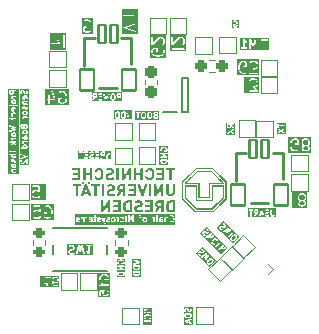
<source format=gbo>
G04 #@! TF.GenerationSoftware,KiCad,Pcbnew,8.0.6*
G04 #@! TF.CreationDate,2025-07-21T23:46:33+02:00*
G04 #@! TF.ProjectId,STM32,53544d33-322e-46b6-9963-61645f706362,rev?*
G04 #@! TF.SameCoordinates,Original*
G04 #@! TF.FileFunction,Legend,Bot*
G04 #@! TF.FilePolarity,Positive*
%FSLAX46Y46*%
G04 Gerber Fmt 4.6, Leading zero omitted, Abs format (unit mm)*
G04 Created by KiCad (PCBNEW 8.0.6) date 2025-07-21 23:46:33*
%MOMM*%
%LPD*%
G01*
G04 APERTURE LIST*
G04 Aperture macros list*
%AMRoundRect*
0 Rectangle with rounded corners*
0 $1 Rounding radius*
0 $2 $3 $4 $5 $6 $7 $8 $9 X,Y pos of 4 corners*
0 Add a 4 corners polygon primitive as box body*
4,1,4,$2,$3,$4,$5,$6,$7,$8,$9,$2,$3,0*
0 Add four circle primitives for the rounded corners*
1,1,$1+$1,$2,$3*
1,1,$1+$1,$4,$5*
1,1,$1+$1,$6,$7*
1,1,$1+$1,$8,$9*
0 Add four rect primitives between the rounded corners*
20,1,$1+$1,$2,$3,$4,$5,0*
20,1,$1+$1,$4,$5,$6,$7,0*
20,1,$1+$1,$6,$7,$8,$9,0*
20,1,$1+$1,$8,$9,$2,$3,0*%
%AMRotRect*
0 Rectangle, with rotation*
0 The origin of the aperture is its center*
0 $1 length*
0 $2 width*
0 $3 Rotation angle, in degrees counterclockwise*
0 Add horizontal line*
21,1,$1,$2,0,0,$3*%
G04 Aperture macros list end*
%ADD10C,0.125000*%
%ADD11C,0.140000*%
%ADD12C,0.150000*%
%ADD13C,0.120000*%
%ADD14C,0.000000*%
%ADD15C,0.254000*%
%ADD16C,0.200000*%
%ADD17C,0.152400*%
%ADD18R,1.000000X1.000000*%
%ADD19O,1.000000X1.000000*%
%ADD20RotRect,1.000000X1.000000X225.000000*%
%ADD21C,0.990600*%
%ADD22C,0.787400*%
%ADD23RoundRect,0.102000X0.300000X0.775000X-0.300000X0.775000X-0.300000X-0.775000X0.300000X-0.775000X0*%
%ADD24RoundRect,0.102000X0.600000X0.900000X-0.600000X0.900000X-0.600000X-0.900000X0.600000X-0.900000X0*%
%ADD25RoundRect,0.200000X-0.275000X0.200000X-0.275000X-0.200000X0.275000X-0.200000X0.275000X0.200000X0*%
%ADD26RoundRect,0.237500X0.237500X-0.300000X0.237500X0.300000X-0.237500X0.300000X-0.237500X-0.300000X0*%
%ADD27RoundRect,0.200000X0.275000X-0.200000X0.275000X0.200000X-0.275000X0.200000X-0.275000X-0.200000X0*%
%ADD28R,1.250000X0.500000*%
%ADD29R,0.990600X0.711200*%
%ADD30RoundRect,0.237500X-0.250000X-0.237500X0.250000X-0.237500X0.250000X0.237500X-0.250000X0.237500X0*%
G04 APERTURE END LIST*
D10*
G36*
X134000898Y-80869730D02*
G01*
X132039387Y-80869730D01*
X132039387Y-80338867D01*
X132150498Y-80338867D01*
X132150498Y-80386703D01*
X132184322Y-80420527D01*
X132208240Y-80425285D01*
X132288597Y-80425285D01*
X132288597Y-80696119D01*
X132293355Y-80720037D01*
X132327179Y-80753861D01*
X132375015Y-80753861D01*
X132408839Y-80720037D01*
X132413597Y-80696119D01*
X132413597Y-80425285D01*
X132827287Y-80425285D01*
X132851205Y-80420527D01*
X132858479Y-80413252D01*
X132868237Y-80410000D01*
X132874742Y-80396990D01*
X132885029Y-80386703D01*
X132885029Y-80376416D01*
X132889629Y-80367216D01*
X132886580Y-80343020D01*
X132861422Y-80267547D01*
X133145740Y-80267547D01*
X133145740Y-80600880D01*
X133150497Y-80624792D01*
X133150497Y-80624797D01*
X133164045Y-80645074D01*
X133211664Y-80692694D01*
X133214268Y-80694434D01*
X133214909Y-80695715D01*
X133223607Y-80700673D01*
X133231941Y-80706242D01*
X133233374Y-80706242D01*
X133236095Y-80707793D01*
X133378951Y-80755412D01*
X133388891Y-80756664D01*
X133398716Y-80758619D01*
X133493954Y-80758619D01*
X133503779Y-80756664D01*
X133513718Y-80755412D01*
X133656575Y-80707793D01*
X133659296Y-80706242D01*
X133660728Y-80706242D01*
X133669056Y-80700677D01*
X133677761Y-80695715D01*
X133678401Y-80694433D01*
X133681005Y-80692694D01*
X133776244Y-80597455D01*
X133781810Y-80589123D01*
X133787951Y-80581212D01*
X133835570Y-80485974D01*
X133837378Y-80479369D01*
X133840302Y-80473181D01*
X133887921Y-80282706D01*
X133888293Y-80275056D01*
X133889787Y-80267547D01*
X133889787Y-80124690D01*
X133888293Y-80117180D01*
X133887921Y-80109531D01*
X133840302Y-79919056D01*
X133837378Y-79912867D01*
X133835570Y-79906263D01*
X133787951Y-79811025D01*
X133781803Y-79803103D01*
X133776243Y-79794782D01*
X133681005Y-79699544D01*
X133678401Y-79697804D01*
X133677761Y-79696523D01*
X133669056Y-79691560D01*
X133660728Y-79685996D01*
X133659296Y-79685996D01*
X133656575Y-79684445D01*
X133513718Y-79636826D01*
X133503779Y-79635573D01*
X133493954Y-79633619D01*
X133351097Y-79633619D01*
X133348025Y-79634229D01*
X133346667Y-79633777D01*
X133337006Y-79636422D01*
X133327179Y-79638377D01*
X133326165Y-79639390D01*
X133323146Y-79640217D01*
X133227908Y-79687836D01*
X133208643Y-79702788D01*
X133193517Y-79748168D01*
X133214909Y-79790954D01*
X133260289Y-79806080D01*
X133283810Y-79799640D01*
X133365852Y-79758619D01*
X133483811Y-79758619D01*
X133603050Y-79798365D01*
X133680682Y-79875997D01*
X133720698Y-79956030D01*
X133764787Y-80132384D01*
X133764787Y-80259853D01*
X133720698Y-80436207D01*
X133680681Y-80516240D01*
X133603050Y-80593872D01*
X133483811Y-80633619D01*
X133408859Y-80633619D01*
X133289621Y-80593873D01*
X133270740Y-80574991D01*
X133270740Y-80330047D01*
X133398716Y-80330047D01*
X133422634Y-80325289D01*
X133456458Y-80291465D01*
X133456458Y-80243629D01*
X133422634Y-80209805D01*
X133398716Y-80205047D01*
X133208240Y-80205047D01*
X133184322Y-80209805D01*
X133150498Y-80243629D01*
X133145740Y-80267547D01*
X132861422Y-80267547D01*
X132648485Y-79628736D01*
X132636407Y-79607550D01*
X132593623Y-79586158D01*
X132548242Y-79601285D01*
X132526850Y-79644069D01*
X132529899Y-79668264D01*
X132740573Y-80300285D01*
X132413597Y-80300285D01*
X132413597Y-80029452D01*
X132408839Y-80005534D01*
X132375015Y-79971710D01*
X132327179Y-79971710D01*
X132293355Y-80005534D01*
X132288597Y-80029452D01*
X132288597Y-80300285D01*
X132208240Y-80300285D01*
X132184322Y-80305043D01*
X132150498Y-80338867D01*
X132039387Y-80338867D01*
X132039387Y-79475047D01*
X134000898Y-79475047D01*
X134000898Y-80869730D01*
G37*
G36*
X138637309Y-95114857D02*
G01*
X138621373Y-95162665D01*
X138591356Y-95192681D01*
X138558948Y-95208886D01*
X138477829Y-95229166D01*
X138421789Y-95229166D01*
X138340669Y-95208886D01*
X138308261Y-95192682D01*
X138278246Y-95162667D01*
X138262309Y-95114855D01*
X138262309Y-95068452D01*
X138637309Y-95068452D01*
X138637309Y-95114857D01*
G37*
G36*
X138824809Y-95416666D02*
G01*
X138074809Y-95416666D01*
X138074809Y-95005952D01*
X138137309Y-95005952D01*
X138137309Y-95125000D01*
X138139263Y-95134823D01*
X138140516Y-95144765D01*
X138164326Y-95216193D01*
X138165877Y-95218913D01*
X138165877Y-95220345D01*
X138171437Y-95228667D01*
X138176404Y-95237379D01*
X138177686Y-95238020D01*
X138179425Y-95240622D01*
X138227044Y-95288241D01*
X138235375Y-95293807D01*
X138243287Y-95299948D01*
X138290906Y-95323759D01*
X138297510Y-95325567D01*
X138303699Y-95328491D01*
X138398937Y-95352300D01*
X138406585Y-95352672D01*
X138414095Y-95354166D01*
X138485523Y-95354166D01*
X138493032Y-95352672D01*
X138500681Y-95352300D01*
X138595919Y-95328491D01*
X138602111Y-95325565D01*
X138608712Y-95323758D01*
X138656331Y-95299948D01*
X138664233Y-95293814D01*
X138672574Y-95288242D01*
X138720194Y-95240623D01*
X138721933Y-95238019D01*
X138723216Y-95237378D01*
X138728177Y-95228673D01*
X138733742Y-95220346D01*
X138733742Y-95218912D01*
X138735293Y-95216192D01*
X138759102Y-95144764D01*
X138760355Y-95134820D01*
X138762309Y-95125000D01*
X138762309Y-95005952D01*
X138757551Y-94982034D01*
X138723727Y-94948210D01*
X138699809Y-94943452D01*
X138199809Y-94943452D01*
X138175891Y-94948210D01*
X138142067Y-94982034D01*
X138137309Y-95005952D01*
X138074809Y-95005952D01*
X138074809Y-94474261D01*
X138137808Y-94474261D01*
X138142067Y-94489877D01*
X138142067Y-94506060D01*
X138148135Y-94512128D01*
X138150394Y-94520409D01*
X138168800Y-94536407D01*
X138464461Y-94705356D01*
X138199809Y-94705356D01*
X138175891Y-94710114D01*
X138142067Y-94743938D01*
X138142067Y-94791774D01*
X138175891Y-94825598D01*
X138199809Y-94830356D01*
X138699809Y-94830356D01*
X138723727Y-94825598D01*
X138729796Y-94819528D01*
X138738076Y-94817270D01*
X138746103Y-94803221D01*
X138757551Y-94791774D01*
X138757551Y-94783188D01*
X138761809Y-94775737D01*
X138757551Y-94760124D01*
X138757551Y-94743938D01*
X138751481Y-94737868D01*
X138749223Y-94729588D01*
X138730817Y-94713591D01*
X138435157Y-94544642D01*
X138699809Y-94544642D01*
X138723727Y-94539884D01*
X138757551Y-94506060D01*
X138757551Y-94458224D01*
X138723727Y-94424400D01*
X138699809Y-94419642D01*
X138199809Y-94419642D01*
X138175891Y-94424400D01*
X138169822Y-94430468D01*
X138161542Y-94432727D01*
X138153512Y-94446778D01*
X138142067Y-94458224D01*
X138142067Y-94466807D01*
X138137808Y-94474261D01*
X138074809Y-94474261D01*
X138074809Y-94124999D01*
X138137309Y-94124999D01*
X138137309Y-94196428D01*
X138137920Y-94199499D01*
X138137467Y-94200859D01*
X138140111Y-94210515D01*
X138142067Y-94220346D01*
X138143081Y-94221360D01*
X138143908Y-94224379D01*
X138167718Y-94271998D01*
X138182670Y-94291263D01*
X138228050Y-94306390D01*
X138270835Y-94284996D01*
X138285961Y-94239616D01*
X138279521Y-94216096D01*
X138262309Y-94181674D01*
X138262309Y-94135143D01*
X138278246Y-94087331D01*
X138308261Y-94057316D01*
X138340669Y-94041112D01*
X138421789Y-94020833D01*
X138477829Y-94020833D01*
X138558948Y-94041112D01*
X138591356Y-94057317D01*
X138621373Y-94087333D01*
X138637309Y-94135141D01*
X138637309Y-94162475D01*
X138623016Y-94205356D01*
X138548023Y-94205356D01*
X138548023Y-94172618D01*
X138543265Y-94148700D01*
X138509441Y-94114876D01*
X138461605Y-94114876D01*
X138427781Y-94148700D01*
X138423023Y-94172618D01*
X138423023Y-94267856D01*
X138427781Y-94291772D01*
X138427781Y-94291774D01*
X138461605Y-94325598D01*
X138485523Y-94330356D01*
X138652190Y-94330356D01*
X138676102Y-94325598D01*
X138676106Y-94325599D01*
X138676107Y-94325598D01*
X138676108Y-94325598D01*
X138676109Y-94325596D01*
X138696383Y-94312051D01*
X138720193Y-94288242D01*
X138721932Y-94285638D01*
X138723216Y-94284997D01*
X138728180Y-94276288D01*
X138733742Y-94267965D01*
X138733742Y-94266531D01*
X138735293Y-94263811D01*
X138759102Y-94192381D01*
X138760355Y-94182439D01*
X138762309Y-94172618D01*
X138762309Y-94124999D01*
X138760355Y-94115178D01*
X138759102Y-94105235D01*
X138735293Y-94033807D01*
X138733742Y-94031086D01*
X138733742Y-94029653D01*
X138728177Y-94021325D01*
X138723216Y-94012621D01*
X138721933Y-94011979D01*
X138720194Y-94009376D01*
X138672574Y-93961757D01*
X138664233Y-93956184D01*
X138656331Y-93950051D01*
X138608712Y-93926241D01*
X138602111Y-93924433D01*
X138595919Y-93921508D01*
X138500681Y-93897699D01*
X138493032Y-93897326D01*
X138485523Y-93895833D01*
X138414095Y-93895833D01*
X138406585Y-93897326D01*
X138398937Y-93897699D01*
X138303699Y-93921508D01*
X138297510Y-93924431D01*
X138290906Y-93926240D01*
X138243287Y-93950051D01*
X138235375Y-93956191D01*
X138227044Y-93961758D01*
X138179425Y-94009377D01*
X138177686Y-94011978D01*
X138176404Y-94012620D01*
X138171437Y-94021331D01*
X138165877Y-94029654D01*
X138165877Y-94031085D01*
X138164326Y-94033806D01*
X138140516Y-94105234D01*
X138139263Y-94115175D01*
X138137309Y-94124999D01*
X138074809Y-94124999D01*
X138074809Y-93833333D01*
X138824809Y-93833333D01*
X138824809Y-95416666D01*
G37*
G36*
X150163941Y-79822491D02*
G01*
X148816720Y-79822491D01*
X148816720Y-78648880D01*
X148927831Y-78648880D01*
X148927831Y-79648880D01*
X148932589Y-79672798D01*
X148966413Y-79706622D01*
X149014249Y-79706622D01*
X149048073Y-79672798D01*
X149052831Y-79648880D01*
X149052831Y-78720202D01*
X149313541Y-78720202D01*
X149313541Y-78768036D01*
X149347366Y-78801861D01*
X149395200Y-78801861D01*
X149415477Y-78788313D01*
X149455925Y-78747864D01*
X149528894Y-78711380D01*
X149785100Y-78711380D01*
X149858070Y-78747866D01*
X149891344Y-78781140D01*
X149927830Y-78854112D01*
X149927830Y-79062697D01*
X149891344Y-79135669D01*
X149858071Y-79168942D01*
X149785099Y-79205428D01*
X149656997Y-79205428D01*
X149639565Y-79208895D01*
X149636974Y-79208723D01*
X149635956Y-79209613D01*
X149633079Y-79210186D01*
X149617521Y-79225743D01*
X149600973Y-79240223D01*
X149600825Y-79242439D01*
X149599255Y-79244010D01*
X149599255Y-79266000D01*
X149597792Y-79287951D01*
X149599255Y-79290491D01*
X149599255Y-79291846D01*
X149601093Y-79293684D01*
X149609961Y-79309085D01*
X149852594Y-79586380D01*
X149371283Y-79586380D01*
X149347365Y-79591138D01*
X149313541Y-79624962D01*
X149313541Y-79672798D01*
X149347365Y-79706622D01*
X149371283Y-79711380D01*
X149990330Y-79711380D01*
X150007761Y-79707912D01*
X150010353Y-79708085D01*
X150011370Y-79707194D01*
X150014248Y-79706622D01*
X150029805Y-79691064D01*
X150046354Y-79676585D01*
X150046501Y-79674368D01*
X150048072Y-79672798D01*
X150048072Y-79650807D01*
X150049535Y-79628857D01*
X150048072Y-79626316D01*
X150048072Y-79624962D01*
X150046233Y-79623123D01*
X150037366Y-79607724D01*
X149794733Y-79330428D01*
X149799854Y-79330428D01*
X149802925Y-79329817D01*
X149804284Y-79330270D01*
X149813944Y-79327624D01*
X149823772Y-79325670D01*
X149824785Y-79324656D01*
X149827805Y-79323830D01*
X149923043Y-79276211D01*
X149930964Y-79270063D01*
X149939286Y-79264503D01*
X149986905Y-79216884D01*
X149992465Y-79208562D01*
X149998613Y-79200641D01*
X150046232Y-79105403D01*
X150047058Y-79102383D01*
X150048072Y-79101370D01*
X150050026Y-79091542D01*
X150052672Y-79081882D01*
X150052219Y-79080523D01*
X150052830Y-79077452D01*
X150052830Y-78839357D01*
X150052219Y-78836285D01*
X150052672Y-78834927D01*
X150050026Y-78825266D01*
X150048072Y-78815439D01*
X150047058Y-78814425D01*
X150046232Y-78811406D01*
X149998613Y-78716168D01*
X149992465Y-78708246D01*
X149986905Y-78699925D01*
X149939286Y-78652306D01*
X149930959Y-78646742D01*
X149923044Y-78640599D01*
X149827805Y-78592979D01*
X149824786Y-78592152D01*
X149823772Y-78591138D01*
X149813941Y-78589182D01*
X149804285Y-78586538D01*
X149802925Y-78586991D01*
X149799854Y-78586380D01*
X149514140Y-78586380D01*
X149511070Y-78586990D01*
X149509710Y-78586537D01*
X149500041Y-78589184D01*
X149490222Y-78591138D01*
X149489208Y-78592151D01*
X149486189Y-78592978D01*
X149390951Y-78640599D01*
X149383039Y-78646739D01*
X149374708Y-78652306D01*
X149327089Y-78699925D01*
X149313541Y-78720202D01*
X149052831Y-78720202D01*
X149052831Y-78648880D01*
X149048073Y-78624962D01*
X149014249Y-78591138D01*
X148966413Y-78591138D01*
X148932589Y-78624962D01*
X148927831Y-78648880D01*
X148816720Y-78648880D01*
X148816720Y-78475269D01*
X150163941Y-78475269D01*
X150163941Y-79822491D01*
G37*
G36*
X137508111Y-97102514D02*
G01*
X136527555Y-97102514D01*
X136527555Y-96595569D01*
X136605333Y-96595569D01*
X136605333Y-96928903D01*
X136610091Y-96952821D01*
X136643915Y-96986645D01*
X136691751Y-96986645D01*
X136725575Y-96952821D01*
X136730333Y-96928903D01*
X136730333Y-96652130D01*
X136877679Y-96637396D01*
X136876758Y-96638318D01*
X136874803Y-96648145D01*
X136872158Y-96657806D01*
X136872610Y-96659164D01*
X136872000Y-96662236D01*
X136872000Y-96828903D01*
X136872610Y-96831974D01*
X136872158Y-96833333D01*
X136874803Y-96842993D01*
X136876758Y-96852821D01*
X136877771Y-96853834D01*
X136878598Y-96856854D01*
X136911931Y-96923520D01*
X136918071Y-96931430D01*
X136923638Y-96939763D01*
X136956971Y-96973097D01*
X136965299Y-96978661D01*
X136973215Y-96984805D01*
X137039883Y-97018138D01*
X137042901Y-97018964D01*
X137043915Y-97019978D01*
X137053738Y-97021932D01*
X137063404Y-97024579D01*
X137064764Y-97024125D01*
X137067833Y-97024736D01*
X137234500Y-97024736D01*
X137237571Y-97024125D01*
X137238930Y-97024578D01*
X137248590Y-97021932D01*
X137258418Y-97019978D01*
X137259431Y-97018964D01*
X137262451Y-97018138D01*
X137329117Y-96984805D01*
X137337034Y-96978659D01*
X137345360Y-96973097D01*
X137378694Y-96939763D01*
X137384254Y-96931441D01*
X137390402Y-96923520D01*
X137423735Y-96856854D01*
X137424561Y-96853834D01*
X137425575Y-96852821D01*
X137427528Y-96843001D01*
X137430176Y-96833333D01*
X137429722Y-96831972D01*
X137430333Y-96828903D01*
X137430333Y-96662236D01*
X137429722Y-96659167D01*
X137430176Y-96657807D01*
X137427529Y-96648141D01*
X137425575Y-96638318D01*
X137424561Y-96637304D01*
X137423735Y-96634286D01*
X137390402Y-96567618D01*
X137384258Y-96559702D01*
X137378694Y-96551374D01*
X137345360Y-96518041D01*
X137325082Y-96504493D01*
X137277248Y-96504494D01*
X137243423Y-96538320D01*
X137243424Y-96586154D01*
X137256972Y-96606431D01*
X137283133Y-96632590D01*
X137305333Y-96676990D01*
X137305333Y-96814148D01*
X137283133Y-96858548D01*
X137264145Y-96877536D01*
X137219745Y-96899736D01*
X137082588Y-96899736D01*
X137038187Y-96877536D01*
X137019199Y-96858546D01*
X136997000Y-96814148D01*
X136997000Y-96676990D01*
X137019199Y-96632590D01*
X137045360Y-96606430D01*
X137058908Y-96586153D01*
X137058908Y-96582848D01*
X137061001Y-96580290D01*
X137058908Y-96559360D01*
X137058908Y-96538319D01*
X137056570Y-96535981D01*
X137056241Y-96532691D01*
X137039957Y-96519368D01*
X137025083Y-96504494D01*
X137021777Y-96504494D01*
X137019219Y-96502401D01*
X136994947Y-96500046D01*
X136661614Y-96533379D01*
X136647030Y-96537827D01*
X136643915Y-96537827D01*
X136642548Y-96539193D01*
X136638288Y-96540493D01*
X136624965Y-96556776D01*
X136610091Y-96571651D01*
X136609222Y-96576018D01*
X136607998Y-96577515D01*
X136608307Y-96580614D01*
X136605333Y-96595569D01*
X136527555Y-96595569D01*
X136527555Y-96107698D01*
X136606521Y-96107698D01*
X136610091Y-96113052D01*
X136610091Y-96119487D01*
X136622959Y-96132355D01*
X136633056Y-96147500D01*
X136639365Y-96148761D01*
X136643915Y-96153311D01*
X136667833Y-96158069D01*
X137305333Y-96158069D01*
X137305333Y-96295569D01*
X137310091Y-96319487D01*
X137343915Y-96353311D01*
X137391751Y-96353311D01*
X137425575Y-96319487D01*
X137430333Y-96295569D01*
X137430333Y-95895569D01*
X137425575Y-95871651D01*
X137391751Y-95837827D01*
X137343915Y-95837827D01*
X137310091Y-95871651D01*
X137305333Y-95895569D01*
X137305333Y-96033069D01*
X136852055Y-96033069D01*
X136878694Y-96006430D01*
X136884254Y-95998108D01*
X136890402Y-95990187D01*
X136923735Y-95923519D01*
X136930176Y-95899998D01*
X136915049Y-95854619D01*
X136872263Y-95833226D01*
X136826883Y-95848353D01*
X136811931Y-95867618D01*
X136783133Y-95925212D01*
X136728013Y-95980332D01*
X136633164Y-96043566D01*
X136615902Y-96060792D01*
X136614640Y-96067101D01*
X136610091Y-96071651D01*
X136610091Y-96089847D01*
X136606521Y-96107698D01*
X136527555Y-96107698D01*
X136527555Y-95428902D01*
X136605333Y-95428902D01*
X136605333Y-95528902D01*
X136605943Y-95531973D01*
X136605491Y-95533332D01*
X136608136Y-95542992D01*
X136610091Y-95552820D01*
X136611104Y-95553833D01*
X136611931Y-95556853D01*
X136645264Y-95623520D01*
X136660216Y-95642785D01*
X136705596Y-95657912D01*
X136748382Y-95636519D01*
X136763509Y-95591140D01*
X136757068Y-95567619D01*
X136730333Y-95514147D01*
X136730333Y-95439044D01*
X136755793Y-95362663D01*
X136804854Y-95313602D01*
X136856316Y-95287871D01*
X136975527Y-95258069D01*
X137060139Y-95258069D01*
X137179351Y-95287872D01*
X137230808Y-95313600D01*
X137279873Y-95362664D01*
X137305333Y-95439044D01*
X137305333Y-95485426D01*
X137279872Y-95561807D01*
X137275278Y-95566402D01*
X137130333Y-95566402D01*
X137130333Y-95495569D01*
X137125575Y-95471651D01*
X137091751Y-95437827D01*
X137043915Y-95437827D01*
X137010091Y-95471651D01*
X137005333Y-95495569D01*
X137005333Y-95628902D01*
X137010091Y-95652818D01*
X137010091Y-95652820D01*
X137043915Y-95686644D01*
X137067833Y-95691402D01*
X137301166Y-95691402D01*
X137325078Y-95686644D01*
X137325082Y-95686645D01*
X137325083Y-95686644D01*
X137325084Y-95686644D01*
X137325085Y-95686642D01*
X137345360Y-95673097D01*
X137378694Y-95639764D01*
X137380434Y-95637159D01*
X137381715Y-95636519D01*
X137386673Y-95627820D01*
X137392242Y-95619487D01*
X137392242Y-95618053D01*
X137393793Y-95615333D01*
X137427126Y-95515333D01*
X137428378Y-95505394D01*
X137430333Y-95495569D01*
X137430333Y-95428902D01*
X137428378Y-95419076D01*
X137427126Y-95409138D01*
X137393793Y-95309138D01*
X137392242Y-95306417D01*
X137392242Y-95304985D01*
X137386677Y-95296656D01*
X137381715Y-95287952D01*
X137380433Y-95287311D01*
X137378694Y-95284708D01*
X137312027Y-95218041D01*
X137303692Y-95212472D01*
X137295784Y-95206334D01*
X137229117Y-95173000D01*
X137222512Y-95171191D01*
X137216324Y-95168268D01*
X137082991Y-95134935D01*
X137075342Y-95134562D01*
X137067833Y-95133069D01*
X136967833Y-95133069D01*
X136960323Y-95134562D01*
X136952674Y-95134935D01*
X136819342Y-95168268D01*
X136813149Y-95171193D01*
X136806549Y-95173001D01*
X136739882Y-95206334D01*
X136731973Y-95212472D01*
X136723639Y-95218041D01*
X136656972Y-95284707D01*
X136655232Y-95287310D01*
X136653950Y-95287952D01*
X136648988Y-95296656D01*
X136643424Y-95304984D01*
X136643423Y-95306417D01*
X136641873Y-95309138D01*
X136608540Y-95409138D01*
X136607287Y-95419076D01*
X136605333Y-95428902D01*
X136527555Y-95428902D01*
X136527555Y-95055291D01*
X137508111Y-95055291D01*
X137508111Y-97102514D01*
G37*
G36*
X150167751Y-78322491D02*
G01*
X148249101Y-78322491D01*
X148249101Y-77577452D01*
X148360212Y-77577452D01*
X148360212Y-77720309D01*
X148361705Y-77727818D01*
X148362078Y-77735467D01*
X148409697Y-77925943D01*
X148412620Y-77932131D01*
X148414429Y-77938736D01*
X148462048Y-78033974D01*
X148468195Y-78041895D01*
X148473756Y-78050217D01*
X148568994Y-78145455D01*
X148571597Y-78147194D01*
X148572238Y-78148476D01*
X148580942Y-78153438D01*
X148589271Y-78159003D01*
X148590703Y-78159003D01*
X148593424Y-78160554D01*
X148736280Y-78208173D01*
X148746220Y-78209425D01*
X148756045Y-78211380D01*
X148898902Y-78211380D01*
X148901973Y-78210769D01*
X148903332Y-78211222D01*
X148912992Y-78208576D01*
X148922820Y-78206622D01*
X148923833Y-78205608D01*
X148926853Y-78204782D01*
X149022091Y-78157163D01*
X149041356Y-78142211D01*
X149056482Y-78096831D01*
X149035089Y-78054045D01*
X148989710Y-78038919D01*
X148966189Y-78045359D01*
X148884147Y-78086380D01*
X148766188Y-78086380D01*
X148646948Y-78046633D01*
X148569317Y-77969002D01*
X148529300Y-77888969D01*
X148485212Y-77712614D01*
X148485212Y-77585146D01*
X148529300Y-77408791D01*
X148569317Y-77328759D01*
X148646948Y-77251127D01*
X148766189Y-77211380D01*
X148841139Y-77211380D01*
X148960379Y-77251127D01*
X148979259Y-77270007D01*
X148979259Y-77514952D01*
X148851283Y-77514952D01*
X148827365Y-77519710D01*
X148793541Y-77553534D01*
X148793541Y-77601370D01*
X148827365Y-77635194D01*
X148851283Y-77639952D01*
X149041759Y-77639952D01*
X149065677Y-77635194D01*
X149099501Y-77601370D01*
X149104259Y-77577452D01*
X149104259Y-77244119D01*
X149099501Y-77220202D01*
X149317351Y-77220202D01*
X149317351Y-77268036D01*
X149351176Y-77301861D01*
X149399010Y-77301861D01*
X149419287Y-77288313D01*
X149459735Y-77247864D01*
X149532704Y-77211380D01*
X149788910Y-77211380D01*
X149861880Y-77247866D01*
X149895154Y-77281140D01*
X149931640Y-77354112D01*
X149931640Y-77562697D01*
X149895154Y-77635669D01*
X149861881Y-77668942D01*
X149788909Y-77705428D01*
X149660807Y-77705428D01*
X149643375Y-77708895D01*
X149640784Y-77708723D01*
X149639766Y-77709613D01*
X149636889Y-77710186D01*
X149621331Y-77725743D01*
X149604783Y-77740223D01*
X149604635Y-77742439D01*
X149603065Y-77744010D01*
X149603065Y-77766000D01*
X149601602Y-77787951D01*
X149603065Y-77790491D01*
X149603065Y-77791846D01*
X149604903Y-77793684D01*
X149613771Y-77809085D01*
X149856404Y-78086380D01*
X149375093Y-78086380D01*
X149351175Y-78091138D01*
X149317351Y-78124962D01*
X149317351Y-78172798D01*
X149351175Y-78206622D01*
X149375093Y-78211380D01*
X149994140Y-78211380D01*
X150011571Y-78207912D01*
X150014163Y-78208085D01*
X150015180Y-78207194D01*
X150018058Y-78206622D01*
X150033615Y-78191064D01*
X150050164Y-78176585D01*
X150050311Y-78174368D01*
X150051882Y-78172798D01*
X150051882Y-78150807D01*
X150053345Y-78128857D01*
X150051882Y-78126316D01*
X150051882Y-78124962D01*
X150050043Y-78123123D01*
X150041176Y-78107724D01*
X149798543Y-77830428D01*
X149803664Y-77830428D01*
X149806735Y-77829817D01*
X149808094Y-77830270D01*
X149817754Y-77827624D01*
X149827582Y-77825670D01*
X149828595Y-77824656D01*
X149831615Y-77823830D01*
X149926853Y-77776211D01*
X149934774Y-77770063D01*
X149943096Y-77764503D01*
X149990715Y-77716884D01*
X149996275Y-77708562D01*
X150002423Y-77700641D01*
X150050042Y-77605403D01*
X150050868Y-77602383D01*
X150051882Y-77601370D01*
X150053836Y-77591542D01*
X150056482Y-77581882D01*
X150056029Y-77580523D01*
X150056640Y-77577452D01*
X150056640Y-77339357D01*
X150056029Y-77336285D01*
X150056482Y-77334927D01*
X150053836Y-77325266D01*
X150051882Y-77315439D01*
X150050868Y-77314425D01*
X150050042Y-77311406D01*
X150002423Y-77216168D01*
X149996275Y-77208246D01*
X149990715Y-77199925D01*
X149943096Y-77152306D01*
X149934769Y-77146742D01*
X149926854Y-77140599D01*
X149831615Y-77092979D01*
X149828596Y-77092152D01*
X149827582Y-77091138D01*
X149817751Y-77089182D01*
X149808095Y-77086538D01*
X149806735Y-77086991D01*
X149803664Y-77086380D01*
X149517950Y-77086380D01*
X149514880Y-77086990D01*
X149513520Y-77086537D01*
X149503851Y-77089184D01*
X149494032Y-77091138D01*
X149493018Y-77092151D01*
X149489999Y-77092978D01*
X149394761Y-77140599D01*
X149386849Y-77146739D01*
X149378518Y-77152306D01*
X149330899Y-77199925D01*
X149317351Y-77220202D01*
X149099501Y-77220202D01*
X149099501Y-77220201D01*
X149099498Y-77220198D01*
X149085953Y-77199925D01*
X149038334Y-77152306D01*
X149035732Y-77150567D01*
X149035091Y-77149285D01*
X149026379Y-77144318D01*
X149018057Y-77138758D01*
X149016626Y-77138758D01*
X149013905Y-77137207D01*
X148871048Y-77089587D01*
X148861107Y-77088334D01*
X148851283Y-77086380D01*
X148756045Y-77086380D01*
X148746219Y-77088334D01*
X148736281Y-77089587D01*
X148593423Y-77137207D01*
X148590702Y-77138758D01*
X148589271Y-77138758D01*
X148580948Y-77144318D01*
X148572237Y-77149285D01*
X148571595Y-77150567D01*
X148568994Y-77152306D01*
X148473756Y-77247544D01*
X148468195Y-77255865D01*
X148462048Y-77263787D01*
X148414429Y-77359025D01*
X148412620Y-77365629D01*
X148409697Y-77371818D01*
X148362078Y-77562294D01*
X148361705Y-77569942D01*
X148360212Y-77577452D01*
X148249101Y-77577452D01*
X148249101Y-76975269D01*
X150167751Y-76975269D01*
X150167751Y-78322491D01*
G37*
G36*
X133235847Y-96262444D02*
G01*
X131588624Y-96262444D01*
X131588624Y-95422166D01*
X131666402Y-95422166D01*
X131666402Y-96122166D01*
X131671160Y-96146084D01*
X131704984Y-96179908D01*
X131752820Y-96179908D01*
X131786644Y-96146084D01*
X131791402Y-96122166D01*
X131791402Y-95917736D01*
X131966560Y-95917736D01*
X131981686Y-95963115D01*
X132000951Y-95978068D01*
X132058546Y-96006865D01*
X132113664Y-96061983D01*
X132176899Y-96156835D01*
X132194125Y-96174096D01*
X132200433Y-96175357D01*
X132204984Y-96179908D01*
X132223186Y-96179908D01*
X132241031Y-96183477D01*
X132246385Y-96179908D01*
X132252820Y-96179908D01*
X132265691Y-96167037D01*
X132280832Y-96156943D01*
X132282093Y-96150634D01*
X132286644Y-96146084D01*
X132291402Y-96122166D01*
X132291402Y-95795052D01*
X132633379Y-95795052D01*
X132666712Y-96128384D01*
X132671160Y-96142968D01*
X132671160Y-96146084D01*
X132672527Y-96147451D01*
X132673826Y-96151710D01*
X132690106Y-96165030D01*
X132704984Y-96179908D01*
X132709351Y-96180776D01*
X132710848Y-96182001D01*
X132713947Y-96181691D01*
X132728902Y-96184666D01*
X133062236Y-96184666D01*
X133086154Y-96179908D01*
X133119978Y-96146084D01*
X133119978Y-96098248D01*
X133086154Y-96064424D01*
X133062236Y-96059666D01*
X132785464Y-96059666D01*
X132770729Y-95912320D01*
X132771651Y-95913242D01*
X132781481Y-95915197D01*
X132791138Y-95917842D01*
X132792497Y-95917388D01*
X132795569Y-95918000D01*
X132962236Y-95918000D01*
X132965307Y-95917388D01*
X132966667Y-95917842D01*
X132976324Y-95915197D01*
X132986154Y-95913242D01*
X132987168Y-95912227D01*
X132990188Y-95911401D01*
X133056853Y-95878067D01*
X133064758Y-95871931D01*
X133073096Y-95866361D01*
X133106430Y-95833028D01*
X133111994Y-95824699D01*
X133118138Y-95816784D01*
X133151471Y-95750116D01*
X133152297Y-95747097D01*
X133153311Y-95746084D01*
X133155265Y-95736260D01*
X133157912Y-95726595D01*
X133157458Y-95725234D01*
X133158069Y-95722166D01*
X133158069Y-95555500D01*
X133157458Y-95552431D01*
X133157912Y-95551071D01*
X133155265Y-95541405D01*
X133153311Y-95531582D01*
X133152297Y-95530568D01*
X133151471Y-95527550D01*
X133118138Y-95460882D01*
X133111994Y-95452966D01*
X133106430Y-95444638D01*
X133073096Y-95411305D01*
X133064758Y-95405734D01*
X133056853Y-95399599D01*
X132990188Y-95366265D01*
X132987168Y-95365438D01*
X132986154Y-95364424D01*
X132976324Y-95362468D01*
X132966667Y-95359824D01*
X132965307Y-95360277D01*
X132962236Y-95359666D01*
X132795569Y-95359666D01*
X132792497Y-95360277D01*
X132791138Y-95359824D01*
X132781481Y-95362468D01*
X132771651Y-95364424D01*
X132770636Y-95365438D01*
X132767618Y-95366265D01*
X132700951Y-95399598D01*
X132693033Y-95405743D01*
X132684708Y-95411306D01*
X132651375Y-95444639D01*
X132637827Y-95464916D01*
X132637827Y-95512750D01*
X132671652Y-95546575D01*
X132719486Y-95546575D01*
X132739763Y-95533027D01*
X132765923Y-95506866D01*
X132810324Y-95484666D01*
X132947482Y-95484666D01*
X132991878Y-95506865D01*
X133010869Y-95525854D01*
X133033069Y-95570254D01*
X133033069Y-95707411D01*
X133010869Y-95751811D01*
X132991878Y-95770800D01*
X132947482Y-95793000D01*
X132810324Y-95793000D01*
X132765923Y-95770799D01*
X132739763Y-95744639D01*
X132719486Y-95731091D01*
X132716181Y-95731091D01*
X132713623Y-95728998D01*
X132692689Y-95731091D01*
X132671652Y-95731091D01*
X132669315Y-95733427D01*
X132666024Y-95733757D01*
X132652696Y-95750046D01*
X132637827Y-95764916D01*
X132637827Y-95768220D01*
X132635734Y-95770779D01*
X132633379Y-95795052D01*
X132291402Y-95795052D01*
X132291402Y-95484666D01*
X132428902Y-95484666D01*
X132452820Y-95479908D01*
X132486644Y-95446084D01*
X132486644Y-95398248D01*
X132452820Y-95364424D01*
X132428902Y-95359666D01*
X132028902Y-95359666D01*
X132004984Y-95364424D01*
X131971160Y-95398248D01*
X131971160Y-95446084D01*
X132004984Y-95479908D01*
X132028902Y-95484666D01*
X132166402Y-95484666D01*
X132166402Y-95937945D01*
X132139763Y-95911306D01*
X132131437Y-95905743D01*
X132123520Y-95899598D01*
X132056853Y-95866264D01*
X132033332Y-95859824D01*
X131987953Y-95874950D01*
X131966560Y-95917736D01*
X131791402Y-95917736D01*
X131791402Y-95422166D01*
X131786644Y-95398248D01*
X131752820Y-95364424D01*
X131704984Y-95364424D01*
X131671160Y-95398248D01*
X131666402Y-95422166D01*
X131588624Y-95422166D01*
X131588624Y-95281888D01*
X133235847Y-95281888D01*
X133235847Y-96262444D01*
G37*
G36*
X130407669Y-84296697D02*
G01*
X130417133Y-84306161D01*
X130429809Y-84331512D01*
X130429809Y-84397116D01*
X130221476Y-84397116D01*
X130221476Y-84331513D01*
X130234152Y-84306161D01*
X130243616Y-84296696D01*
X130268968Y-84284021D01*
X130382317Y-84284021D01*
X130407669Y-84296697D01*
G37*
G36*
X130421915Y-83530010D02*
G01*
X130429809Y-83545797D01*
X130429809Y-83635211D01*
X130364333Y-83635211D01*
X130364333Y-83545798D01*
X130372227Y-83530009D01*
X130388015Y-83522116D01*
X130406127Y-83522116D01*
X130421915Y-83530010D01*
G37*
G36*
X130407669Y-83082411D02*
G01*
X130417133Y-83091875D01*
X130429809Y-83117226D01*
X130429809Y-83159147D01*
X130417133Y-83184498D01*
X130407669Y-83193963D01*
X130382317Y-83206639D01*
X130268968Y-83206639D01*
X130243616Y-83193963D01*
X130234152Y-83184499D01*
X130221476Y-83159147D01*
X130221476Y-83117227D01*
X130234152Y-83091875D01*
X130243616Y-83082410D01*
X130268968Y-83069735D01*
X130382317Y-83069735D01*
X130407669Y-83082411D01*
G37*
G36*
X130429809Y-82706766D02*
G01*
X130417133Y-82732117D01*
X130407669Y-82741582D01*
X130382317Y-82754258D01*
X130340396Y-82754258D01*
X130315045Y-82741583D01*
X130308842Y-82735379D01*
X130292904Y-82687566D01*
X130292904Y-82593544D01*
X130429809Y-82593544D01*
X130429809Y-82706766D01*
G37*
G36*
X130167904Y-82682957D02*
G01*
X130155229Y-82708307D01*
X130145764Y-82717772D01*
X130120412Y-82730449D01*
X130102300Y-82730449D01*
X130076951Y-82717774D01*
X130067485Y-82708308D01*
X130054809Y-82682957D01*
X130054809Y-82593544D01*
X130167904Y-82593544D01*
X130167904Y-82682957D01*
G37*
G36*
X130407669Y-81439554D02*
G01*
X130417133Y-81449018D01*
X130429809Y-81474369D01*
X130429809Y-81516290D01*
X130417133Y-81541641D01*
X130407669Y-81551106D01*
X130382317Y-81563782D01*
X130268968Y-81563782D01*
X130243616Y-81551106D01*
X130234152Y-81541642D01*
X130221476Y-81516290D01*
X130221476Y-81474370D01*
X130234152Y-81449018D01*
X130243616Y-81439553D01*
X130268968Y-81426878D01*
X130382317Y-81426878D01*
X130407669Y-81439554D01*
G37*
G36*
X130228651Y-80244927D02*
G01*
X130221476Y-80230576D01*
X130221476Y-80164846D01*
X130229370Y-80149057D01*
X130245158Y-80141164D01*
X130249405Y-80141164D01*
X130228651Y-80244927D01*
G37*
G36*
X130664928Y-85894139D02*
G01*
X129867309Y-85894139D01*
X129867309Y-85554853D01*
X129929809Y-85554853D01*
X129929809Y-85673901D01*
X129930420Y-85676972D01*
X129929967Y-85678332D01*
X129932611Y-85687988D01*
X129934567Y-85697819D01*
X129935581Y-85698833D01*
X129936408Y-85701852D01*
X129960218Y-85749471D01*
X129966358Y-85757382D01*
X129971925Y-85765714D01*
X129995734Y-85789523D01*
X130004065Y-85795089D01*
X130011977Y-85801230D01*
X130059596Y-85825041D01*
X130062615Y-85825867D01*
X130063629Y-85826881D01*
X130073454Y-85828835D01*
X130083116Y-85831481D01*
X130084475Y-85831027D01*
X130087547Y-85831639D01*
X130135166Y-85831639D01*
X130144991Y-85829684D01*
X130154930Y-85828432D01*
X130226360Y-85804622D01*
X130229081Y-85803071D01*
X130230512Y-85803071D01*
X130238834Y-85797510D01*
X130247546Y-85792544D01*
X130248187Y-85791261D01*
X130250789Y-85789523D01*
X130429809Y-85610503D01*
X130429809Y-85769139D01*
X130434567Y-85793057D01*
X130468391Y-85826881D01*
X130516227Y-85826881D01*
X130550051Y-85793057D01*
X130554809Y-85769139D01*
X130554809Y-85459615D01*
X130550052Y-85435702D01*
X130550052Y-85435698D01*
X130516226Y-85401872D01*
X130468392Y-85401872D01*
X130448115Y-85415421D01*
X130172834Y-85690701D01*
X130125023Y-85706639D01*
X130102300Y-85706639D01*
X130076951Y-85693964D01*
X130067485Y-85684498D01*
X130054809Y-85659147D01*
X130054809Y-85569606D01*
X130067485Y-85544255D01*
X130084122Y-85527619D01*
X130097670Y-85507342D01*
X130097670Y-85459508D01*
X130063845Y-85425683D01*
X130016011Y-85425683D01*
X129995734Y-85439231D01*
X129971925Y-85463040D01*
X129966358Y-85471371D01*
X129960218Y-85479283D01*
X129936408Y-85526902D01*
X129935581Y-85529920D01*
X129934567Y-85530935D01*
X129932611Y-85540765D01*
X129929967Y-85550422D01*
X129930420Y-85551781D01*
X129929809Y-85554853D01*
X129867309Y-85554853D01*
X129867309Y-85011666D01*
X129929967Y-85011666D01*
X129951359Y-85054450D01*
X129972545Y-85066528D01*
X130294665Y-85173901D01*
X129972545Y-85281275D01*
X129951359Y-85293353D01*
X129929967Y-85336137D01*
X129945094Y-85381518D01*
X129987878Y-85402910D01*
X130012073Y-85399861D01*
X130512073Y-85233194D01*
X130533259Y-85221116D01*
X130535347Y-85216939D01*
X130539524Y-85214851D01*
X130545789Y-85196056D01*
X130554651Y-85178332D01*
X130553174Y-85173901D01*
X130554651Y-85169470D01*
X130545789Y-85151746D01*
X130539524Y-85132951D01*
X130535347Y-85130862D01*
X130533259Y-85126686D01*
X130512073Y-85114608D01*
X130012073Y-84947942D01*
X129987878Y-84944893D01*
X129945094Y-84966285D01*
X129929967Y-85011666D01*
X129867309Y-85011666D01*
X129867309Y-84578664D01*
X130477428Y-84578664D01*
X130477428Y-84959616D01*
X130482186Y-84983534D01*
X130516010Y-85017358D01*
X130563846Y-85017358D01*
X130597670Y-84983534D01*
X130602428Y-84959616D01*
X130602428Y-84578664D01*
X130597670Y-84554746D01*
X130563846Y-84520922D01*
X130516010Y-84520922D01*
X130482186Y-84554746D01*
X130477428Y-84578664D01*
X129867309Y-84578664D01*
X129867309Y-84435698D01*
X129934567Y-84435698D01*
X129934567Y-84483534D01*
X129968391Y-84517358D01*
X129992309Y-84522116D01*
X130492309Y-84522116D01*
X130516227Y-84517358D01*
X130550051Y-84483534D01*
X130550051Y-84435915D01*
X130552005Y-84426087D01*
X130554651Y-84416427D01*
X130554198Y-84415068D01*
X130554809Y-84411997D01*
X130554809Y-84316759D01*
X130554198Y-84313687D01*
X130554651Y-84312329D01*
X130552005Y-84302668D01*
X130550051Y-84292841D01*
X130549037Y-84291827D01*
X130548211Y-84288808D01*
X130524402Y-84241190D01*
X130518257Y-84233272D01*
X130512694Y-84224946D01*
X130488884Y-84201136D01*
X130480555Y-84195571D01*
X130472640Y-84189428D01*
X130425021Y-84165619D01*
X130422002Y-84164792D01*
X130420989Y-84163779D01*
X130411167Y-84161825D01*
X130401501Y-84159178D01*
X130400140Y-84159631D01*
X130397071Y-84159021D01*
X130254214Y-84159021D01*
X130251142Y-84159631D01*
X130249784Y-84159179D01*
X130240123Y-84161824D01*
X130230296Y-84163779D01*
X130229282Y-84164792D01*
X130226263Y-84165619D01*
X130178645Y-84189428D01*
X130170727Y-84195572D01*
X130162401Y-84201136D01*
X130138591Y-84224946D01*
X130133026Y-84233274D01*
X130126883Y-84241190D01*
X130103074Y-84288809D01*
X130102247Y-84291827D01*
X130101234Y-84292841D01*
X130099280Y-84302662D01*
X130096633Y-84312329D01*
X130097086Y-84313689D01*
X130096476Y-84316759D01*
X130096476Y-84397116D01*
X129992309Y-84397116D01*
X129968391Y-84401874D01*
X129934567Y-84435698D01*
X129867309Y-84435698D01*
X129867309Y-84031044D01*
X130096476Y-84031044D01*
X130096476Y-84078663D01*
X130101234Y-84102581D01*
X130135058Y-84136405D01*
X130182894Y-84136405D01*
X130216718Y-84102581D01*
X130221476Y-84078663D01*
X130221476Y-84045798D01*
X130234151Y-84020446D01*
X130243617Y-84010981D01*
X130268967Y-83998306D01*
X130492309Y-83998306D01*
X130516227Y-83993548D01*
X130550051Y-83959724D01*
X130550051Y-83911888D01*
X130516227Y-83878064D01*
X130492309Y-83873306D01*
X130158976Y-83873306D01*
X130135058Y-83878064D01*
X130101234Y-83911888D01*
X130101234Y-83959724D01*
X130116917Y-83975407D01*
X130103074Y-84003094D01*
X130102247Y-84006112D01*
X130101234Y-84007126D01*
X130099280Y-84016947D01*
X130096633Y-84026614D01*
X130097086Y-84027974D01*
X130096476Y-84031044D01*
X129867309Y-84031044D01*
X129867309Y-83531044D01*
X130096476Y-83531044D01*
X130096476Y-83626282D01*
X130097086Y-83629351D01*
X130096633Y-83630712D01*
X130099280Y-83640378D01*
X130101234Y-83650200D01*
X130102247Y-83651213D01*
X130103074Y-83654232D01*
X130126883Y-83701851D01*
X130134513Y-83711681D01*
X130135569Y-83714850D01*
X130139096Y-83717588D01*
X130141835Y-83721116D01*
X130145003Y-83722172D01*
X130154834Y-83729802D01*
X130202453Y-83753613D01*
X130205472Y-83754439D01*
X130206486Y-83755453D01*
X130216311Y-83757407D01*
X130225973Y-83760053D01*
X130227332Y-83759599D01*
X130230404Y-83760211D01*
X130492309Y-83760211D01*
X130516227Y-83755453D01*
X130550051Y-83721629D01*
X130550051Y-83674010D01*
X130552005Y-83664182D01*
X130554651Y-83654522D01*
X130554198Y-83653163D01*
X130554809Y-83650092D01*
X130554809Y-83531044D01*
X130554198Y-83527972D01*
X130554651Y-83526614D01*
X130552005Y-83516953D01*
X130550051Y-83507126D01*
X130549037Y-83506112D01*
X130548211Y-83503093D01*
X130524402Y-83455475D01*
X130516771Y-83445642D01*
X130515715Y-83442474D01*
X130512187Y-83439736D01*
X130509450Y-83436209D01*
X130506281Y-83435152D01*
X130496450Y-83427523D01*
X130448830Y-83403714D01*
X130445811Y-83402887D01*
X130444798Y-83401874D01*
X130434974Y-83399919D01*
X130425309Y-83397273D01*
X130423948Y-83397726D01*
X130420880Y-83397116D01*
X130373261Y-83397116D01*
X130370189Y-83397726D01*
X130368831Y-83397274D01*
X130359170Y-83399919D01*
X130349343Y-83401874D01*
X130348329Y-83402887D01*
X130345310Y-83403714D01*
X130297692Y-83427523D01*
X130287858Y-83435154D01*
X130284692Y-83436210D01*
X130281955Y-83439735D01*
X130278426Y-83442475D01*
X130277369Y-83445644D01*
X130269740Y-83455475D01*
X130245931Y-83503094D01*
X130245104Y-83506112D01*
X130244091Y-83507126D01*
X130242137Y-83516947D01*
X130239490Y-83526614D01*
X130239943Y-83527974D01*
X130239333Y-83531044D01*
X130239333Y-83632298D01*
X130229370Y-83627317D01*
X130221476Y-83611528D01*
X130221476Y-83545798D01*
X130238687Y-83511376D01*
X130245127Y-83487855D01*
X130230000Y-83442475D01*
X130187214Y-83421083D01*
X130141835Y-83436210D01*
X130126883Y-83455475D01*
X130103074Y-83503094D01*
X130102247Y-83506112D01*
X130101234Y-83507126D01*
X130099280Y-83516947D01*
X130096633Y-83526614D01*
X130097086Y-83527974D01*
X130096476Y-83531044D01*
X129867309Y-83531044D01*
X129867309Y-83102473D01*
X130096476Y-83102473D01*
X130096476Y-83173901D01*
X130097086Y-83176970D01*
X130096633Y-83178331D01*
X130099280Y-83187997D01*
X130101234Y-83197819D01*
X130102247Y-83198832D01*
X130103074Y-83201851D01*
X130126883Y-83249470D01*
X130133026Y-83257385D01*
X130138591Y-83265714D01*
X130162401Y-83289524D01*
X130170727Y-83295087D01*
X130178645Y-83301232D01*
X130226263Y-83325041D01*
X130229282Y-83325867D01*
X130230296Y-83326881D01*
X130240123Y-83328835D01*
X130249784Y-83331481D01*
X130251142Y-83331028D01*
X130254214Y-83331639D01*
X130397071Y-83331639D01*
X130400140Y-83331028D01*
X130401501Y-83331482D01*
X130411167Y-83328834D01*
X130420989Y-83326881D01*
X130422002Y-83325867D01*
X130425021Y-83325041D01*
X130472640Y-83301232D01*
X130480555Y-83295088D01*
X130488884Y-83289524D01*
X130512694Y-83265714D01*
X130518257Y-83257387D01*
X130524402Y-83249470D01*
X130548211Y-83201852D01*
X130549037Y-83198832D01*
X130550051Y-83197819D01*
X130552005Y-83187991D01*
X130554651Y-83178331D01*
X130554198Y-83176972D01*
X130554809Y-83173901D01*
X130554809Y-83102473D01*
X130554198Y-83099401D01*
X130554651Y-83098043D01*
X130552005Y-83088382D01*
X130550051Y-83078555D01*
X130549037Y-83077541D01*
X130548211Y-83074522D01*
X130524402Y-83026904D01*
X130518257Y-83018986D01*
X130512694Y-83010660D01*
X130488884Y-82986850D01*
X130480555Y-82981285D01*
X130472640Y-82975142D01*
X130425021Y-82951333D01*
X130422002Y-82950506D01*
X130420989Y-82949493D01*
X130411167Y-82947539D01*
X130401501Y-82944892D01*
X130400140Y-82945345D01*
X130397071Y-82944735D01*
X130254214Y-82944735D01*
X130251142Y-82945345D01*
X130249784Y-82944893D01*
X130240123Y-82947538D01*
X130230296Y-82949493D01*
X130229282Y-82950506D01*
X130226263Y-82951333D01*
X130178645Y-82975142D01*
X130170727Y-82981286D01*
X130162401Y-82986850D01*
X130138591Y-83010660D01*
X130133026Y-83018988D01*
X130126883Y-83026904D01*
X130103074Y-83074523D01*
X130102247Y-83077541D01*
X130101234Y-83078555D01*
X130099280Y-83088376D01*
X130096633Y-83098043D01*
X130097086Y-83099403D01*
X130096476Y-83102473D01*
X129867309Y-83102473D01*
X129867309Y-82531044D01*
X129929809Y-82531044D01*
X129929809Y-82697711D01*
X129930420Y-82700782D01*
X129929967Y-82702142D01*
X129932611Y-82711798D01*
X129934567Y-82721629D01*
X129935581Y-82722643D01*
X129936408Y-82725662D01*
X129960218Y-82773281D01*
X129966358Y-82781192D01*
X129971925Y-82789524D01*
X129995734Y-82813333D01*
X130004065Y-82818899D01*
X130011977Y-82825040D01*
X130059596Y-82848851D01*
X130062615Y-82849677D01*
X130063629Y-82850691D01*
X130073454Y-82852645D01*
X130083116Y-82855291D01*
X130084475Y-82854837D01*
X130087547Y-82855449D01*
X130135166Y-82855449D01*
X130138237Y-82854837D01*
X130139597Y-82855291D01*
X130149253Y-82852646D01*
X130159084Y-82850691D01*
X130160098Y-82849676D01*
X130163117Y-82848850D01*
X130210736Y-82825040D01*
X130216924Y-82820237D01*
X130233828Y-82837142D01*
X130242155Y-82842706D01*
X130250073Y-82848851D01*
X130297691Y-82872660D01*
X130300710Y-82873486D01*
X130301724Y-82874500D01*
X130311551Y-82876454D01*
X130321212Y-82879100D01*
X130322570Y-82878647D01*
X130325642Y-82879258D01*
X130397071Y-82879258D01*
X130400140Y-82878647D01*
X130401501Y-82879101D01*
X130411167Y-82876453D01*
X130420989Y-82874500D01*
X130422002Y-82873486D01*
X130425021Y-82872660D01*
X130472640Y-82848851D01*
X130480555Y-82842707D01*
X130488884Y-82837143D01*
X130512694Y-82813333D01*
X130518257Y-82805006D01*
X130524402Y-82797089D01*
X130548211Y-82749471D01*
X130549037Y-82746451D01*
X130550051Y-82745438D01*
X130552005Y-82735610D01*
X130554651Y-82725950D01*
X130554198Y-82724591D01*
X130554809Y-82721520D01*
X130554809Y-82531044D01*
X130550051Y-82507126D01*
X130516227Y-82473302D01*
X130492309Y-82468544D01*
X129992309Y-82468544D01*
X129968391Y-82473302D01*
X129934567Y-82507126D01*
X129929809Y-82531044D01*
X129867309Y-82531044D01*
X129867309Y-81935806D01*
X130096476Y-81935806D01*
X130096476Y-81983425D01*
X130101234Y-82007343D01*
X130135058Y-82041167D01*
X130182894Y-82041167D01*
X130193016Y-82031045D01*
X130477428Y-82031045D01*
X130477428Y-82411997D01*
X130482186Y-82435915D01*
X130516010Y-82469739D01*
X130563846Y-82469739D01*
X130597670Y-82435915D01*
X130602428Y-82411997D01*
X130602428Y-82031045D01*
X130597670Y-82007127D01*
X130563846Y-81973303D01*
X130516010Y-81973303D01*
X130482186Y-82007127D01*
X130477428Y-82031045D01*
X130193016Y-82031045D01*
X130216718Y-82007343D01*
X130221476Y-81983425D01*
X130221476Y-81950560D01*
X130234151Y-81925208D01*
X130243617Y-81915743D01*
X130268967Y-81903068D01*
X130492309Y-81903068D01*
X130516227Y-81898310D01*
X130550051Y-81864486D01*
X130550051Y-81816650D01*
X130516227Y-81782826D01*
X130492309Y-81778068D01*
X130158976Y-81778068D01*
X130135058Y-81782826D01*
X130101234Y-81816650D01*
X130101234Y-81864486D01*
X130116917Y-81880169D01*
X130103074Y-81907856D01*
X130102247Y-81910874D01*
X130101234Y-81911888D01*
X130099280Y-81921709D01*
X130096633Y-81931376D01*
X130097086Y-81932736D01*
X130096476Y-81935806D01*
X129867309Y-81935806D01*
X129867309Y-81459616D01*
X130096476Y-81459616D01*
X130096476Y-81531044D01*
X130097086Y-81534113D01*
X130096633Y-81535474D01*
X130099280Y-81545140D01*
X130101234Y-81554962D01*
X130102247Y-81555975D01*
X130103074Y-81558994D01*
X130126883Y-81606613D01*
X130133026Y-81614528D01*
X130138591Y-81622857D01*
X130162401Y-81646667D01*
X130170727Y-81652230D01*
X130178645Y-81658375D01*
X130226263Y-81682184D01*
X130229282Y-81683010D01*
X130230296Y-81684024D01*
X130240123Y-81685978D01*
X130249784Y-81688624D01*
X130251142Y-81688171D01*
X130254214Y-81688782D01*
X130397071Y-81688782D01*
X130400140Y-81688171D01*
X130401501Y-81688625D01*
X130411167Y-81685977D01*
X130420989Y-81684024D01*
X130422002Y-81683010D01*
X130425021Y-81682184D01*
X130472640Y-81658375D01*
X130480555Y-81652231D01*
X130488884Y-81646667D01*
X130512694Y-81622857D01*
X130518257Y-81614530D01*
X130524402Y-81606613D01*
X130548211Y-81558995D01*
X130549037Y-81555975D01*
X130550051Y-81554962D01*
X130552005Y-81545134D01*
X130554651Y-81535474D01*
X130554198Y-81534115D01*
X130554809Y-81531044D01*
X130554809Y-81459616D01*
X130554198Y-81456544D01*
X130554651Y-81455186D01*
X130552005Y-81445525D01*
X130550051Y-81435698D01*
X130549037Y-81434684D01*
X130548211Y-81431665D01*
X130524402Y-81384047D01*
X130518257Y-81376129D01*
X130512694Y-81367803D01*
X130488884Y-81343993D01*
X130480555Y-81338428D01*
X130472640Y-81332285D01*
X130425021Y-81308476D01*
X130422002Y-81307649D01*
X130420989Y-81306636D01*
X130411167Y-81304682D01*
X130401501Y-81302035D01*
X130400140Y-81302488D01*
X130397071Y-81301878D01*
X130254214Y-81301878D01*
X130251142Y-81302488D01*
X130249784Y-81302036D01*
X130240123Y-81304681D01*
X130230296Y-81306636D01*
X130229282Y-81307649D01*
X130226263Y-81308476D01*
X130178645Y-81332285D01*
X130170727Y-81338429D01*
X130162401Y-81343993D01*
X130138591Y-81367803D01*
X130133026Y-81376131D01*
X130126883Y-81384047D01*
X130103074Y-81431666D01*
X130102247Y-81434684D01*
X130101234Y-81435698D01*
X130099280Y-81445519D01*
X130096633Y-81455186D01*
X130097086Y-81456546D01*
X130096476Y-81459616D01*
X129867309Y-81459616D01*
X129867309Y-81031044D01*
X130096476Y-81031044D01*
X130096476Y-81102473D01*
X130097086Y-81105542D01*
X130096633Y-81106903D01*
X130099280Y-81116569D01*
X130101234Y-81126391D01*
X130102247Y-81127404D01*
X130103074Y-81130423D01*
X130126883Y-81178042D01*
X130141835Y-81197307D01*
X130187214Y-81212434D01*
X130230000Y-81191042D01*
X130245127Y-81145662D01*
X130238687Y-81122141D01*
X130221476Y-81087719D01*
X130221476Y-81045798D01*
X130229370Y-81030009D01*
X130242308Y-81023540D01*
X130255248Y-81030010D01*
X130263142Y-81045797D01*
X130263142Y-81102473D01*
X130263753Y-81105544D01*
X130263300Y-81106904D01*
X130265944Y-81116560D01*
X130267900Y-81126391D01*
X130268914Y-81127405D01*
X130269741Y-81130424D01*
X130293551Y-81178043D01*
X130301179Y-81187871D01*
X130302236Y-81191042D01*
X130305766Y-81193781D01*
X130308503Y-81197308D01*
X130311670Y-81198363D01*
X130321502Y-81205994D01*
X130369120Y-81229803D01*
X130372139Y-81230629D01*
X130373153Y-81231643D01*
X130382980Y-81233597D01*
X130392641Y-81236243D01*
X130393999Y-81235790D01*
X130397071Y-81236401D01*
X130420880Y-81236401D01*
X130423948Y-81235790D01*
X130425309Y-81236244D01*
X130434974Y-81233597D01*
X130444798Y-81231643D01*
X130445811Y-81230629D01*
X130448830Y-81229803D01*
X130496450Y-81205994D01*
X130506281Y-81198364D01*
X130509450Y-81197308D01*
X130512187Y-81193780D01*
X130515715Y-81191043D01*
X130516771Y-81187874D01*
X130524402Y-81178042D01*
X130548211Y-81130424D01*
X130549037Y-81127404D01*
X130550051Y-81126391D01*
X130552005Y-81116563D01*
X130554651Y-81106903D01*
X130554198Y-81105544D01*
X130554809Y-81102473D01*
X130554809Y-81007235D01*
X130554198Y-81004163D01*
X130554651Y-81002805D01*
X130552005Y-80993144D01*
X130550051Y-80983317D01*
X130549037Y-80982303D01*
X130548211Y-80979284D01*
X130524402Y-80931666D01*
X130509450Y-80912400D01*
X130464070Y-80897273D01*
X130421284Y-80918666D01*
X130406157Y-80964046D01*
X130412598Y-80987566D01*
X130429809Y-81021988D01*
X130429809Y-81087719D01*
X130421915Y-81103506D01*
X130408975Y-81109976D01*
X130396036Y-81103507D01*
X130388142Y-81087719D01*
X130388142Y-81031044D01*
X130387531Y-81027972D01*
X130387984Y-81026614D01*
X130385338Y-81016953D01*
X130383384Y-81007126D01*
X130382370Y-81006112D01*
X130381544Y-81003093D01*
X130357735Y-80955475D01*
X130350103Y-80945641D01*
X130349048Y-80942475D01*
X130345522Y-80939738D01*
X130342783Y-80936209D01*
X130339613Y-80935152D01*
X130329783Y-80927523D01*
X130282164Y-80903714D01*
X130279145Y-80902887D01*
X130278132Y-80901874D01*
X130268310Y-80899920D01*
X130258644Y-80897273D01*
X130257283Y-80897726D01*
X130254214Y-80897116D01*
X130230404Y-80897116D01*
X130227332Y-80897726D01*
X130225974Y-80897274D01*
X130216313Y-80899919D01*
X130206486Y-80901874D01*
X130205472Y-80902887D01*
X130202453Y-80903714D01*
X130154835Y-80927523D01*
X130145001Y-80935154D01*
X130141835Y-80936210D01*
X130139098Y-80939735D01*
X130135569Y-80942475D01*
X130134512Y-80945644D01*
X130126883Y-80955475D01*
X130103074Y-81003094D01*
X130102247Y-81006112D01*
X130101234Y-81007126D01*
X130099280Y-81016947D01*
X130096633Y-81026614D01*
X130097086Y-81027974D01*
X130096476Y-81031044D01*
X129867309Y-81031044D01*
X129867309Y-80602473D01*
X130096476Y-80602473D01*
X130096476Y-80673901D01*
X130097086Y-80676970D01*
X130096633Y-80678331D01*
X130099280Y-80687997D01*
X130101234Y-80697819D01*
X130102247Y-80698832D01*
X130103074Y-80701851D01*
X130126883Y-80749470D01*
X130134513Y-80759300D01*
X130135569Y-80762469D01*
X130139096Y-80765207D01*
X130141835Y-80768735D01*
X130145003Y-80769791D01*
X130154834Y-80777421D01*
X130202453Y-80801232D01*
X130205472Y-80802058D01*
X130206486Y-80803072D01*
X130216311Y-80805026D01*
X130225973Y-80807672D01*
X130227332Y-80807218D01*
X130230404Y-80807830D01*
X130492309Y-80807830D01*
X130516227Y-80803072D01*
X130550051Y-80769248D01*
X130550051Y-80721412D01*
X130516227Y-80687588D01*
X130492309Y-80682830D01*
X130245157Y-80682830D01*
X130229370Y-80674936D01*
X130221476Y-80659147D01*
X130221476Y-80617227D01*
X130233318Y-80593544D01*
X130492309Y-80593544D01*
X130516227Y-80588786D01*
X130550051Y-80554962D01*
X130550051Y-80507126D01*
X130516227Y-80473302D01*
X130492309Y-80468544D01*
X130158976Y-80468544D01*
X130135058Y-80473302D01*
X130101234Y-80507126D01*
X130101234Y-80554962D01*
X130108980Y-80562708D01*
X130103074Y-80574523D01*
X130102247Y-80577541D01*
X130101234Y-80578555D01*
X130099280Y-80588376D01*
X130096633Y-80598043D01*
X130097086Y-80599403D01*
X130096476Y-80602473D01*
X129867309Y-80602473D01*
X129867309Y-80150092D01*
X130096476Y-80150092D01*
X130096476Y-80245330D01*
X130097086Y-80248399D01*
X130096633Y-80249760D01*
X130099280Y-80259426D01*
X130101234Y-80269248D01*
X130102247Y-80270261D01*
X130103074Y-80273280D01*
X130126883Y-80320899D01*
X130134513Y-80330729D01*
X130135569Y-80333898D01*
X130139096Y-80336636D01*
X130141835Y-80340164D01*
X130145003Y-80341220D01*
X130154834Y-80348850D01*
X130202453Y-80372661D01*
X130205472Y-80373487D01*
X130206486Y-80374501D01*
X130216311Y-80376455D01*
X130225973Y-80379101D01*
X130227332Y-80378647D01*
X130230404Y-80379259D01*
X130278023Y-80379259D01*
X130287084Y-80377456D01*
X130290152Y-80378070D01*
X130292768Y-80376325D01*
X130301941Y-80374501D01*
X130314810Y-80361631D01*
X130329953Y-80351537D01*
X130333540Y-80342901D01*
X130335765Y-80340677D01*
X130335765Y-80337546D01*
X130339309Y-80329016D01*
X130376879Y-80141164D01*
X130406127Y-80141164D01*
X130421915Y-80149058D01*
X130429809Y-80164845D01*
X130429809Y-80230576D01*
X130412598Y-80264999D01*
X130406157Y-80288519D01*
X130421284Y-80333899D01*
X130464070Y-80355292D01*
X130509450Y-80340165D01*
X130524402Y-80320899D01*
X130548211Y-80273281D01*
X130549037Y-80270261D01*
X130550051Y-80269248D01*
X130552005Y-80259420D01*
X130554651Y-80249760D01*
X130554198Y-80248401D01*
X130554809Y-80245330D01*
X130554809Y-80150092D01*
X130554198Y-80147020D01*
X130554651Y-80145662D01*
X130552005Y-80136001D01*
X130550051Y-80126174D01*
X130549037Y-80125160D01*
X130548211Y-80122141D01*
X130524402Y-80074523D01*
X130516771Y-80064690D01*
X130515715Y-80061522D01*
X130512187Y-80058784D01*
X130509450Y-80055257D01*
X130506281Y-80054200D01*
X130496450Y-80046571D01*
X130448830Y-80022762D01*
X130445811Y-80021935D01*
X130444798Y-80020922D01*
X130434974Y-80018967D01*
X130425309Y-80016321D01*
X130423948Y-80016774D01*
X130420880Y-80016164D01*
X130230404Y-80016164D01*
X130227332Y-80016774D01*
X130225974Y-80016322D01*
X130216313Y-80018967D01*
X130206486Y-80020922D01*
X130205472Y-80021935D01*
X130202453Y-80022762D01*
X130154835Y-80046571D01*
X130145001Y-80054202D01*
X130141835Y-80055258D01*
X130139098Y-80058783D01*
X130135569Y-80061523D01*
X130134512Y-80064692D01*
X130126883Y-80074523D01*
X130103074Y-80122142D01*
X130102247Y-80125160D01*
X130101234Y-80126174D01*
X130099280Y-80135995D01*
X130096633Y-80145662D01*
X130097086Y-80147022D01*
X130096476Y-80150092D01*
X129867309Y-80150092D01*
X129867309Y-79697712D01*
X129929809Y-79697712D01*
X129929809Y-79816759D01*
X129931763Y-79826584D01*
X129933016Y-79836523D01*
X129956826Y-79907953D01*
X129968904Y-79929139D01*
X130011688Y-79950531D01*
X130057069Y-79935403D01*
X130078461Y-79892619D01*
X130075412Y-79868424D01*
X130054809Y-79806615D01*
X130054809Y-79712465D01*
X130067485Y-79687113D01*
X130076950Y-79677648D01*
X130102301Y-79664974D01*
X130120412Y-79664974D01*
X130145764Y-79677650D01*
X130155228Y-79687114D01*
X130171433Y-79719524D01*
X130193580Y-79808109D01*
X130196504Y-79814298D01*
X130198312Y-79820900D01*
X130222121Y-79868519D01*
X130228263Y-79876433D01*
X130233830Y-79884764D01*
X130257640Y-79908573D01*
X130265973Y-79914140D01*
X130273882Y-79920279D01*
X130321501Y-79944090D01*
X130324520Y-79944916D01*
X130325534Y-79945930D01*
X130335359Y-79947884D01*
X130345021Y-79950530D01*
X130346380Y-79950076D01*
X130349452Y-79950688D01*
X130397071Y-79950688D01*
X130400142Y-79950076D01*
X130401502Y-79950530D01*
X130411158Y-79947885D01*
X130420989Y-79945930D01*
X130422003Y-79944915D01*
X130425022Y-79944089D01*
X130472641Y-79920279D01*
X130480549Y-79914140D01*
X130488883Y-79908573D01*
X130512693Y-79884764D01*
X130518257Y-79876436D01*
X130524402Y-79868519D01*
X130548211Y-79820901D01*
X130549037Y-79817881D01*
X130550051Y-79816868D01*
X130552005Y-79807040D01*
X130554651Y-79797380D01*
X130554198Y-79796021D01*
X130554809Y-79792950D01*
X130554809Y-79673902D01*
X130552855Y-79664081D01*
X130551602Y-79654138D01*
X130527793Y-79582710D01*
X130515716Y-79561524D01*
X130472931Y-79540132D01*
X130427550Y-79555258D01*
X130406158Y-79598043D01*
X130409207Y-79622238D01*
X130429809Y-79684044D01*
X130429809Y-79778196D01*
X130417134Y-79803546D01*
X130407669Y-79813011D01*
X130382317Y-79825688D01*
X130364205Y-79825688D01*
X130338855Y-79813012D01*
X130329389Y-79803547D01*
X130313184Y-79771136D01*
X130291038Y-79682553D01*
X130288113Y-79676362D01*
X130286306Y-79669761D01*
X130262497Y-79622143D01*
X130256352Y-79614225D01*
X130250789Y-79605899D01*
X130226979Y-79582089D01*
X130218650Y-79576524D01*
X130210735Y-79570381D01*
X130163116Y-79546572D01*
X130160097Y-79545745D01*
X130159084Y-79544732D01*
X130149262Y-79542778D01*
X130139596Y-79540131D01*
X130138235Y-79540584D01*
X130135166Y-79539974D01*
X130087547Y-79539974D01*
X130084475Y-79540584D01*
X130083117Y-79540132D01*
X130073456Y-79542777D01*
X130063629Y-79544732D01*
X130062615Y-79545745D01*
X130059596Y-79546572D01*
X130011978Y-79570381D01*
X130004060Y-79576525D01*
X129995733Y-79582090D01*
X129971924Y-79605900D01*
X129966356Y-79614233D01*
X129960218Y-79622142D01*
X129936408Y-79669761D01*
X129935581Y-79672779D01*
X129934567Y-79673794D01*
X129932611Y-79683624D01*
X129929967Y-79693281D01*
X129930420Y-79694640D01*
X129929809Y-79697712D01*
X129867309Y-79697712D01*
X129867309Y-79477474D01*
X130664928Y-79477474D01*
X130664928Y-85894139D01*
G37*
G36*
X132760898Y-90564730D02*
G01*
X130842248Y-90564730D01*
X130842248Y-89962547D01*
X130953359Y-89962547D01*
X130953359Y-90200642D01*
X130953969Y-90203713D01*
X130953517Y-90205072D01*
X130956162Y-90214732D01*
X130958117Y-90224560D01*
X130959130Y-90225573D01*
X130959957Y-90228593D01*
X131007576Y-90323831D01*
X131013716Y-90331742D01*
X131019283Y-90340074D01*
X131066902Y-90387694D01*
X131075230Y-90393258D01*
X131083146Y-90399402D01*
X131178384Y-90447021D01*
X131181403Y-90447847D01*
X131182417Y-90448861D01*
X131192244Y-90450815D01*
X131201905Y-90453461D01*
X131203263Y-90453008D01*
X131206335Y-90453619D01*
X131444430Y-90453619D01*
X131447501Y-90453008D01*
X131448860Y-90453461D01*
X131458520Y-90450815D01*
X131468348Y-90448861D01*
X131469361Y-90447847D01*
X131472381Y-90447021D01*
X131567619Y-90399402D01*
X131575534Y-90393258D01*
X131583863Y-90387694D01*
X131631482Y-90340074D01*
X131645029Y-90319797D01*
X131645029Y-90271962D01*
X131611203Y-90238138D01*
X131563369Y-90238138D01*
X131543092Y-90251686D01*
X131502644Y-90292134D01*
X131429675Y-90328619D01*
X131221090Y-90328619D01*
X131148120Y-90292134D01*
X131114844Y-90258857D01*
X131078359Y-90185887D01*
X131078359Y-89977302D01*
X131085737Y-89962547D01*
X131905740Y-89962547D01*
X131905740Y-90295880D01*
X131910497Y-90319792D01*
X131910497Y-90319797D01*
X131924045Y-90340074D01*
X131971664Y-90387694D01*
X131974268Y-90389434D01*
X131974909Y-90390715D01*
X131983607Y-90395673D01*
X131991941Y-90401242D01*
X131993374Y-90401242D01*
X131996095Y-90402793D01*
X132138951Y-90450412D01*
X132148891Y-90451664D01*
X132158716Y-90453619D01*
X132253954Y-90453619D01*
X132263779Y-90451664D01*
X132273718Y-90450412D01*
X132416575Y-90402793D01*
X132419296Y-90401242D01*
X132420728Y-90401242D01*
X132429056Y-90395677D01*
X132437761Y-90390715D01*
X132438401Y-90389433D01*
X132441005Y-90387694D01*
X132536244Y-90292455D01*
X132541810Y-90284123D01*
X132547951Y-90276212D01*
X132595570Y-90180974D01*
X132597378Y-90174369D01*
X132600302Y-90168181D01*
X132647921Y-89977706D01*
X132648293Y-89970056D01*
X132649787Y-89962547D01*
X132649787Y-89819690D01*
X132648293Y-89812180D01*
X132647921Y-89804531D01*
X132600302Y-89614056D01*
X132597378Y-89607867D01*
X132595570Y-89601263D01*
X132547951Y-89506025D01*
X132541803Y-89498103D01*
X132536243Y-89489782D01*
X132441005Y-89394544D01*
X132438401Y-89392804D01*
X132437761Y-89391523D01*
X132429056Y-89386560D01*
X132420728Y-89380996D01*
X132419296Y-89380996D01*
X132416575Y-89379445D01*
X132273718Y-89331826D01*
X132263779Y-89330573D01*
X132253954Y-89328619D01*
X132111097Y-89328619D01*
X132108025Y-89329229D01*
X132106667Y-89328777D01*
X132097006Y-89331422D01*
X132087179Y-89333377D01*
X132086165Y-89334390D01*
X132083146Y-89335217D01*
X131987908Y-89382836D01*
X131968643Y-89397788D01*
X131953517Y-89443168D01*
X131974909Y-89485954D01*
X132020289Y-89501080D01*
X132043810Y-89494640D01*
X132125852Y-89453619D01*
X132243811Y-89453619D01*
X132363050Y-89493365D01*
X132440682Y-89570997D01*
X132480698Y-89651030D01*
X132524787Y-89827384D01*
X132524787Y-89954853D01*
X132480698Y-90131207D01*
X132440681Y-90211240D01*
X132363050Y-90288872D01*
X132243811Y-90328619D01*
X132168859Y-90328619D01*
X132049621Y-90288873D01*
X132030740Y-90269991D01*
X132030740Y-90025047D01*
X132158716Y-90025047D01*
X132182634Y-90020289D01*
X132216458Y-89986465D01*
X132216458Y-89938629D01*
X132182634Y-89904805D01*
X132158716Y-89900047D01*
X131968240Y-89900047D01*
X131944322Y-89904805D01*
X131910498Y-89938629D01*
X131905740Y-89962547D01*
X131085737Y-89962547D01*
X131114845Y-89904330D01*
X131148118Y-89871057D01*
X131221090Y-89834571D01*
X131429675Y-89834571D01*
X131502647Y-89871057D01*
X131543093Y-89911503D01*
X131563370Y-89925051D01*
X131566675Y-89925051D01*
X131569233Y-89927144D01*
X131590163Y-89925051D01*
X131611204Y-89925051D01*
X131613541Y-89922713D01*
X131616832Y-89922384D01*
X131630156Y-89906098D01*
X131645029Y-89891226D01*
X131645029Y-89887921D01*
X131647122Y-89885363D01*
X131649477Y-89861090D01*
X131601858Y-89384900D01*
X131597410Y-89370315D01*
X131597410Y-89367201D01*
X131596043Y-89365834D01*
X131594744Y-89361574D01*
X131578460Y-89348251D01*
X131563586Y-89333377D01*
X131559218Y-89332508D01*
X131557722Y-89331284D01*
X131554622Y-89331593D01*
X131539668Y-89328619D01*
X131063478Y-89328619D01*
X131039560Y-89333377D01*
X131005736Y-89367201D01*
X131005736Y-89415037D01*
X131039560Y-89448861D01*
X131063478Y-89453619D01*
X131483106Y-89453619D01*
X131511307Y-89735632D01*
X131472381Y-89716169D01*
X131469361Y-89715342D01*
X131468348Y-89714329D01*
X131458520Y-89712374D01*
X131448860Y-89709729D01*
X131447501Y-89710181D01*
X131444430Y-89709571D01*
X131206335Y-89709571D01*
X131203263Y-89710181D01*
X131201905Y-89709729D01*
X131192244Y-89712374D01*
X131182417Y-89714329D01*
X131181403Y-89715342D01*
X131178384Y-89716169D01*
X131083146Y-89763788D01*
X131075224Y-89769935D01*
X131066903Y-89775496D01*
X131019284Y-89823115D01*
X131013723Y-89831436D01*
X131007576Y-89839358D01*
X130959957Y-89934596D01*
X130959130Y-89937615D01*
X130958117Y-89938629D01*
X130956162Y-89948456D01*
X130953517Y-89958117D01*
X130953969Y-89959475D01*
X130953359Y-89962547D01*
X130842248Y-89962547D01*
X130842248Y-89217508D01*
X132760898Y-89217508D01*
X132760898Y-90564730D01*
G37*
G36*
X148429761Y-74349809D02*
G01*
X147870238Y-74349809D01*
X147870238Y-74010523D01*
X147932738Y-74010523D01*
X147932738Y-74177190D01*
X147937495Y-74201102D01*
X147937495Y-74201106D01*
X147951043Y-74221383D01*
X147974852Y-74245193D01*
X147977455Y-74246932D01*
X147978097Y-74248216D01*
X147986805Y-74253180D01*
X147995129Y-74258742D01*
X147996562Y-74258742D01*
X147999283Y-74260293D01*
X148070713Y-74284102D01*
X148080654Y-74285355D01*
X148090476Y-74287309D01*
X148138095Y-74287309D01*
X148147920Y-74285354D01*
X148157859Y-74284102D01*
X148229287Y-74260293D01*
X148232007Y-74258742D01*
X148233441Y-74258742D01*
X148241774Y-74253173D01*
X148250473Y-74248215D01*
X148251113Y-74246934D01*
X148253718Y-74245194D01*
X148301337Y-74197574D01*
X148306906Y-74189237D01*
X148313043Y-74181331D01*
X148336854Y-74133712D01*
X148338662Y-74127107D01*
X148341586Y-74120919D01*
X148365395Y-74025681D01*
X148365767Y-74018032D01*
X148367261Y-74010523D01*
X148367261Y-73939095D01*
X148365767Y-73931585D01*
X148365395Y-73923937D01*
X148341586Y-73828699D01*
X148338662Y-73822510D01*
X148336854Y-73815906D01*
X148313043Y-73768287D01*
X148306902Y-73760375D01*
X148301336Y-73752044D01*
X148253717Y-73704425D01*
X148251115Y-73702686D01*
X148250474Y-73701404D01*
X148241762Y-73696437D01*
X148233440Y-73690877D01*
X148232009Y-73690877D01*
X148229288Y-73689326D01*
X148157860Y-73665516D01*
X148147918Y-73664263D01*
X148138095Y-73662309D01*
X148066666Y-73662309D01*
X148063594Y-73662920D01*
X148062235Y-73662467D01*
X148052573Y-73665112D01*
X148042748Y-73667067D01*
X148041734Y-73668080D01*
X148038715Y-73668907D01*
X147991096Y-73692718D01*
X147971831Y-73707670D01*
X147956705Y-73753050D01*
X147978098Y-73795835D01*
X148023478Y-73810961D01*
X148046998Y-73804520D01*
X148081419Y-73787309D01*
X148127951Y-73787309D01*
X148175762Y-73803246D01*
X148205777Y-73833261D01*
X148221981Y-73865669D01*
X148242261Y-73946788D01*
X148242261Y-74002829D01*
X148221981Y-74083948D01*
X148205778Y-74116355D01*
X148175760Y-74146373D01*
X148127952Y-74162309D01*
X148100619Y-74162309D01*
X148057738Y-74148015D01*
X148057738Y-74073023D01*
X148090476Y-74073023D01*
X148114394Y-74068265D01*
X148148218Y-74034441D01*
X148148218Y-73986605D01*
X148114394Y-73952781D01*
X148090476Y-73948023D01*
X147995238Y-73948023D01*
X147971320Y-73952781D01*
X147937496Y-73986605D01*
X147932738Y-74010523D01*
X147870238Y-74010523D01*
X147870238Y-73599809D01*
X148429761Y-73599809D01*
X148429761Y-74349809D01*
G37*
G36*
X135923561Y-90449370D02*
G01*
X135931455Y-90465157D01*
X135931455Y-90469404D01*
X135827690Y-90448651D01*
X135842043Y-90441476D01*
X135907773Y-90441476D01*
X135923561Y-90449370D01*
G37*
G36*
X137837886Y-90454152D02*
G01*
X137847350Y-90463616D01*
X137860026Y-90488967D01*
X137860026Y-90602317D01*
X137847350Y-90627668D01*
X137837886Y-90637133D01*
X137812534Y-90649809D01*
X137770614Y-90649809D01*
X137745262Y-90637133D01*
X137735798Y-90627669D01*
X137723122Y-90602317D01*
X137723122Y-90488968D01*
X137735798Y-90463616D01*
X137745262Y-90454151D01*
X137770614Y-90441476D01*
X137812534Y-90441476D01*
X137837886Y-90454152D01*
G37*
G36*
X140504552Y-90454152D02*
G01*
X140514016Y-90463616D01*
X140526692Y-90488967D01*
X140526692Y-90602317D01*
X140514016Y-90627668D01*
X140504552Y-90637133D01*
X140479200Y-90649809D01*
X140437280Y-90649809D01*
X140411928Y-90637133D01*
X140402464Y-90627669D01*
X140389788Y-90602317D01*
X140389788Y-90488968D01*
X140402464Y-90463616D01*
X140411928Y-90454151D01*
X140437280Y-90441476D01*
X140479200Y-90441476D01*
X140504552Y-90454152D01*
G37*
G36*
X141899750Y-90592227D02*
G01*
X141907644Y-90608014D01*
X141907644Y-90626126D01*
X141899750Y-90641914D01*
X141883962Y-90649809D01*
X141794549Y-90649809D01*
X141794549Y-90584333D01*
X141883962Y-90584333D01*
X141899750Y-90592227D01*
G37*
G36*
X143047525Y-91003818D02*
G01*
X134559432Y-91003818D01*
X134559432Y-90617071D01*
X134621932Y-90617071D01*
X134621932Y-90640880D01*
X134622542Y-90643948D01*
X134622089Y-90645309D01*
X134624735Y-90654974D01*
X134626690Y-90664798D01*
X134627703Y-90665811D01*
X134628530Y-90668830D01*
X134652339Y-90716450D01*
X134659968Y-90726281D01*
X134661025Y-90729450D01*
X134664552Y-90732187D01*
X134667290Y-90735715D01*
X134670458Y-90736771D01*
X134680291Y-90744402D01*
X134727909Y-90768211D01*
X134730928Y-90769037D01*
X134731942Y-90770051D01*
X134741769Y-90772005D01*
X134751430Y-90774651D01*
X134752788Y-90774198D01*
X134755860Y-90774809D01*
X134851098Y-90774809D01*
X134854167Y-90774198D01*
X134855528Y-90774652D01*
X134865194Y-90772004D01*
X134875016Y-90770051D01*
X134876029Y-90769037D01*
X134879048Y-90768211D01*
X134926667Y-90744402D01*
X134945932Y-90729450D01*
X134961059Y-90684071D01*
X134939667Y-90641285D01*
X134894287Y-90626158D01*
X134870766Y-90632598D01*
X134836344Y-90649809D01*
X134770614Y-90649809D01*
X134754826Y-90641915D01*
X134748356Y-90628975D01*
X134754826Y-90616035D01*
X134770613Y-90608142D01*
X134827289Y-90608142D01*
X134830358Y-90607531D01*
X134831719Y-90607985D01*
X134841385Y-90605337D01*
X134851207Y-90603384D01*
X134852220Y-90602370D01*
X134855239Y-90601544D01*
X134902858Y-90577735D01*
X134912688Y-90570105D01*
X134915858Y-90569049D01*
X134918597Y-90565519D01*
X134922123Y-90562783D01*
X134923178Y-90559616D01*
X134930810Y-90549783D01*
X134954619Y-90502165D01*
X134955445Y-90499145D01*
X134956459Y-90498132D01*
X134958413Y-90488304D01*
X134961059Y-90478644D01*
X134960606Y-90477285D01*
X134961217Y-90474214D01*
X134961217Y-90450404D01*
X135050503Y-90450404D01*
X135050503Y-90712309D01*
X135055261Y-90736227D01*
X135089085Y-90770051D01*
X135136921Y-90770051D01*
X135170745Y-90736227D01*
X135175503Y-90712309D01*
X135175503Y-90465157D01*
X135183397Y-90449369D01*
X135199186Y-90441476D01*
X135241107Y-90441476D01*
X135256895Y-90449370D01*
X135264789Y-90465157D01*
X135264789Y-90712309D01*
X135269547Y-90736227D01*
X135303371Y-90770051D01*
X135351207Y-90770051D01*
X135385031Y-90736227D01*
X135389789Y-90712309D01*
X135389789Y-90465157D01*
X135397683Y-90449369D01*
X135413472Y-90441476D01*
X135455392Y-90441476D01*
X135479075Y-90453317D01*
X135479075Y-90712309D01*
X135483833Y-90736227D01*
X135517657Y-90770051D01*
X135565493Y-90770051D01*
X135599317Y-90736227D01*
X135604075Y-90712309D01*
X135604075Y-90450404D01*
X135693360Y-90450404D01*
X135693360Y-90498023D01*
X135695162Y-90507084D01*
X135694549Y-90510152D01*
X135696293Y-90512768D01*
X135698118Y-90521941D01*
X135710987Y-90534810D01*
X135721082Y-90549953D01*
X135729717Y-90553540D01*
X135731942Y-90555765D01*
X135735072Y-90555765D01*
X135743603Y-90559309D01*
X135931455Y-90596879D01*
X135931455Y-90626126D01*
X135923561Y-90641914D01*
X135907773Y-90649809D01*
X135842043Y-90649809D01*
X135807620Y-90632598D01*
X135784100Y-90626157D01*
X135738720Y-90641284D01*
X135717327Y-90684070D01*
X135732454Y-90729450D01*
X135751720Y-90744402D01*
X135799338Y-90768211D01*
X135802357Y-90769037D01*
X135803371Y-90770051D01*
X135813198Y-90772005D01*
X135822859Y-90774651D01*
X135824217Y-90774198D01*
X135827289Y-90774809D01*
X135922527Y-90774809D01*
X135925596Y-90774198D01*
X135926957Y-90774652D01*
X135936623Y-90772004D01*
X135946445Y-90770051D01*
X135947458Y-90769037D01*
X135950477Y-90768211D01*
X135998096Y-90744402D01*
X136007928Y-90736771D01*
X136011096Y-90735715D01*
X136013833Y-90732187D01*
X136017361Y-90729450D01*
X136018416Y-90726282D01*
X136026048Y-90716450D01*
X136049857Y-90668830D01*
X136050683Y-90665811D01*
X136051697Y-90664798D01*
X136053652Y-90654966D01*
X136056297Y-90645309D01*
X136055844Y-90643950D01*
X136056455Y-90640880D01*
X136056455Y-90450404D01*
X136055844Y-90447332D01*
X136056297Y-90445974D01*
X136053651Y-90436313D01*
X136051697Y-90426486D01*
X136050683Y-90425472D01*
X136049857Y-90422453D01*
X136026048Y-90374835D01*
X136018416Y-90365001D01*
X136017361Y-90361835D01*
X136013835Y-90359098D01*
X136011096Y-90355569D01*
X136009563Y-90355058D01*
X136079070Y-90355058D01*
X136079070Y-90402894D01*
X136112894Y-90436718D01*
X136136812Y-90441476D01*
X136193360Y-90441476D01*
X136193360Y-90626125D01*
X136185465Y-90641915D01*
X136169677Y-90649809D01*
X136136812Y-90649809D01*
X136112894Y-90654567D01*
X136079070Y-90688391D01*
X136079070Y-90736227D01*
X136112894Y-90770051D01*
X136136812Y-90774809D01*
X136184431Y-90774809D01*
X136187500Y-90774198D01*
X136188861Y-90774652D01*
X136198527Y-90772004D01*
X136208349Y-90770051D01*
X136209362Y-90769037D01*
X136212381Y-90768211D01*
X136260000Y-90744402D01*
X136269830Y-90736772D01*
X136273000Y-90735716D01*
X136275739Y-90732186D01*
X136279265Y-90729450D01*
X136280320Y-90726284D01*
X136287952Y-90716451D01*
X136311762Y-90668831D01*
X136312588Y-90665811D01*
X136313602Y-90664798D01*
X136315555Y-90654978D01*
X136318203Y-90645310D01*
X136317749Y-90643949D01*
X136318360Y-90640880D01*
X136318360Y-90617071D01*
X136407646Y-90617071D01*
X136407646Y-90640880D01*
X136408256Y-90643948D01*
X136407803Y-90645309D01*
X136410449Y-90654974D01*
X136412404Y-90664798D01*
X136413417Y-90665811D01*
X136414244Y-90668830D01*
X136438053Y-90716450D01*
X136445682Y-90726281D01*
X136446739Y-90729450D01*
X136450266Y-90732187D01*
X136453004Y-90735715D01*
X136456172Y-90736771D01*
X136466005Y-90744402D01*
X136513623Y-90768211D01*
X136516642Y-90769037D01*
X136517656Y-90770051D01*
X136527483Y-90772005D01*
X136537144Y-90774651D01*
X136538502Y-90774198D01*
X136541574Y-90774809D01*
X136636812Y-90774809D01*
X136639881Y-90774198D01*
X136641242Y-90774652D01*
X136650908Y-90772004D01*
X136660730Y-90770051D01*
X136661743Y-90769037D01*
X136664762Y-90768211D01*
X136712381Y-90744402D01*
X136731646Y-90729450D01*
X136746773Y-90684071D01*
X136725381Y-90641285D01*
X136680001Y-90626158D01*
X136656480Y-90632598D01*
X136622058Y-90649809D01*
X136556328Y-90649809D01*
X136540540Y-90641915D01*
X136534070Y-90628975D01*
X136540540Y-90616035D01*
X136556327Y-90608142D01*
X136613003Y-90608142D01*
X136616072Y-90607531D01*
X136617433Y-90607985D01*
X136627099Y-90605337D01*
X136636921Y-90603384D01*
X136637934Y-90602370D01*
X136640953Y-90601544D01*
X136688572Y-90577735D01*
X136698402Y-90570105D01*
X136701572Y-90569049D01*
X136704311Y-90565519D01*
X136707837Y-90562783D01*
X136708892Y-90559616D01*
X136716524Y-90549783D01*
X136740333Y-90502165D01*
X136741159Y-90499145D01*
X136742173Y-90498132D01*
X136744127Y-90488304D01*
X136746773Y-90478644D01*
X136746320Y-90477285D01*
X136746931Y-90474214D01*
X136746931Y-90450404D01*
X136746320Y-90447332D01*
X136746773Y-90445974D01*
X136744127Y-90436313D01*
X136742173Y-90426486D01*
X136741159Y-90425472D01*
X136740333Y-90422453D01*
X136717042Y-90375872D01*
X136788675Y-90375872D01*
X136792239Y-90399997D01*
X136911286Y-90733329D01*
X136911896Y-90734349D01*
X136912115Y-90735521D01*
X136959734Y-90854569D01*
X136960021Y-90855011D01*
X136960022Y-90855275D01*
X136966568Y-90865072D01*
X136973035Y-90875010D01*
X136973278Y-90875114D01*
X136973571Y-90875552D01*
X136997381Y-90899361D01*
X137005714Y-90904928D01*
X137013623Y-90911067D01*
X137061242Y-90934878D01*
X137084762Y-90941318D01*
X137130142Y-90926192D01*
X137151536Y-90883407D01*
X137136409Y-90838027D01*
X137117144Y-90823075D01*
X137078596Y-90803800D01*
X137071029Y-90796233D01*
X137036958Y-90711056D01*
X137070525Y-90617071D01*
X137193360Y-90617071D01*
X137193360Y-90640880D01*
X137193970Y-90643948D01*
X137193517Y-90645309D01*
X137196163Y-90654974D01*
X137198118Y-90664798D01*
X137199131Y-90665811D01*
X137199958Y-90668830D01*
X137223767Y-90716450D01*
X137231396Y-90726281D01*
X137232453Y-90729450D01*
X137235980Y-90732187D01*
X137238718Y-90735715D01*
X137241886Y-90736771D01*
X137251719Y-90744402D01*
X137299337Y-90768211D01*
X137302356Y-90769037D01*
X137303370Y-90770051D01*
X137313197Y-90772005D01*
X137322858Y-90774651D01*
X137324216Y-90774198D01*
X137327288Y-90774809D01*
X137422526Y-90774809D01*
X137425595Y-90774198D01*
X137426956Y-90774652D01*
X137436622Y-90772004D01*
X137446444Y-90770051D01*
X137447457Y-90769037D01*
X137450476Y-90768211D01*
X137498095Y-90744402D01*
X137517360Y-90729450D01*
X137532487Y-90684071D01*
X137511095Y-90641285D01*
X137465715Y-90626158D01*
X137442194Y-90632598D01*
X137407772Y-90649809D01*
X137342042Y-90649809D01*
X137326254Y-90641915D01*
X137319784Y-90628975D01*
X137326254Y-90616035D01*
X137342041Y-90608142D01*
X137398717Y-90608142D01*
X137401786Y-90607531D01*
X137403147Y-90607985D01*
X137412813Y-90605337D01*
X137422635Y-90603384D01*
X137423648Y-90602370D01*
X137426667Y-90601544D01*
X137474286Y-90577735D01*
X137484116Y-90570105D01*
X137487286Y-90569049D01*
X137490025Y-90565519D01*
X137493551Y-90562783D01*
X137494606Y-90559616D01*
X137502238Y-90549783D01*
X137526047Y-90502165D01*
X137526873Y-90499145D01*
X137527887Y-90498132D01*
X137529841Y-90488304D01*
X137532487Y-90478644D01*
X137532034Y-90477285D01*
X137532645Y-90474214D01*
X137598122Y-90474214D01*
X137598122Y-90617071D01*
X137598732Y-90620140D01*
X137598279Y-90621501D01*
X137600926Y-90631167D01*
X137602880Y-90640989D01*
X137603893Y-90642002D01*
X137604720Y-90645021D01*
X137628529Y-90692640D01*
X137634672Y-90700555D01*
X137640237Y-90708884D01*
X137664047Y-90732694D01*
X137672373Y-90738257D01*
X137680291Y-90744402D01*
X137727909Y-90768211D01*
X137730928Y-90769037D01*
X137731942Y-90770051D01*
X137741769Y-90772005D01*
X137751430Y-90774651D01*
X137752788Y-90774198D01*
X137755860Y-90774809D01*
X137827288Y-90774809D01*
X137830357Y-90774198D01*
X137831718Y-90774652D01*
X137841384Y-90772004D01*
X137851206Y-90770051D01*
X137852219Y-90769037D01*
X137855238Y-90768211D01*
X137902857Y-90744402D01*
X137910772Y-90738258D01*
X137919101Y-90732694D01*
X137942911Y-90708884D01*
X137948474Y-90700557D01*
X137954619Y-90692640D01*
X137978428Y-90645022D01*
X137979254Y-90642002D01*
X137980268Y-90640989D01*
X137982222Y-90631161D01*
X137984868Y-90621501D01*
X137984415Y-90620142D01*
X137985026Y-90617071D01*
X137985026Y-90474214D01*
X137984415Y-90471142D01*
X137984868Y-90469784D01*
X137982222Y-90460123D01*
X137980268Y-90450296D01*
X137979254Y-90449282D01*
X137978428Y-90446263D01*
X137954619Y-90398645D01*
X137948474Y-90390727D01*
X137942911Y-90382401D01*
X137919101Y-90358591D01*
X137913813Y-90355058D01*
X138007642Y-90355058D01*
X138007642Y-90402894D01*
X138041466Y-90436718D01*
X138065384Y-90441476D01*
X138098249Y-90441476D01*
X138123600Y-90454151D01*
X138133065Y-90463617D01*
X138145741Y-90488967D01*
X138145741Y-90712309D01*
X138150499Y-90736227D01*
X138184323Y-90770051D01*
X138232159Y-90770051D01*
X138265983Y-90736227D01*
X138270741Y-90712309D01*
X138270741Y-90407215D01*
X138360183Y-90407215D01*
X138381576Y-90450001D01*
X138426956Y-90465128D01*
X138450476Y-90458687D01*
X138484899Y-90441476D01*
X138550629Y-90441476D01*
X138575981Y-90454152D01*
X138585445Y-90463616D01*
X138598121Y-90488967D01*
X138598121Y-90602317D01*
X138585445Y-90627668D01*
X138575981Y-90637133D01*
X138550629Y-90649809D01*
X138484899Y-90649809D01*
X138450476Y-90632598D01*
X138426956Y-90626157D01*
X138381576Y-90641284D01*
X138360183Y-90684070D01*
X138375310Y-90729450D01*
X138394576Y-90744402D01*
X138442194Y-90768211D01*
X138445213Y-90769037D01*
X138446227Y-90770051D01*
X138456054Y-90772005D01*
X138465715Y-90774651D01*
X138467073Y-90774198D01*
X138470145Y-90774809D01*
X138565383Y-90774809D01*
X138568452Y-90774198D01*
X138569813Y-90774652D01*
X138579479Y-90772004D01*
X138589301Y-90770051D01*
X138590314Y-90769037D01*
X138593333Y-90768211D01*
X138640952Y-90744402D01*
X138648867Y-90738258D01*
X138657196Y-90732694D01*
X138681006Y-90708884D01*
X138686569Y-90700557D01*
X138692714Y-90692640D01*
X138716523Y-90645022D01*
X138717349Y-90642002D01*
X138718363Y-90640989D01*
X138720317Y-90631161D01*
X138722963Y-90621501D01*
X138722510Y-90620142D01*
X138723121Y-90617071D01*
X138723121Y-90474214D01*
X138722510Y-90471142D01*
X138722963Y-90469784D01*
X138720317Y-90460123D01*
X138718363Y-90450296D01*
X138717349Y-90449282D01*
X138716523Y-90446263D01*
X138692714Y-90398645D01*
X138686569Y-90390727D01*
X138681006Y-90382401D01*
X138677581Y-90378976D01*
X138812407Y-90378976D01*
X138812407Y-90712309D01*
X138817165Y-90736227D01*
X138850989Y-90770051D01*
X138898825Y-90770051D01*
X138932649Y-90736227D01*
X138937407Y-90712309D01*
X138937407Y-90378976D01*
X138932649Y-90355058D01*
X138898825Y-90321234D01*
X138850989Y-90321234D01*
X138817165Y-90355058D01*
X138812407Y-90378976D01*
X138677581Y-90378976D01*
X138657196Y-90358591D01*
X138648867Y-90353026D01*
X138640952Y-90346883D01*
X138593333Y-90323074D01*
X138590314Y-90322247D01*
X138589301Y-90321234D01*
X138579479Y-90319280D01*
X138569813Y-90316633D01*
X138568452Y-90317086D01*
X138565383Y-90316476D01*
X138470145Y-90316476D01*
X138467073Y-90317086D01*
X138465715Y-90316634D01*
X138456054Y-90319279D01*
X138446227Y-90321234D01*
X138445213Y-90322247D01*
X138442194Y-90323074D01*
X138394576Y-90346883D01*
X138375310Y-90361835D01*
X138360183Y-90407215D01*
X138270741Y-90407215D01*
X138270741Y-90378976D01*
X138265983Y-90355058D01*
X138232159Y-90321234D01*
X138184323Y-90321234D01*
X138168639Y-90336917D01*
X138140953Y-90323074D01*
X138137934Y-90322247D01*
X138136921Y-90321234D01*
X138127099Y-90319280D01*
X138117433Y-90316633D01*
X138116072Y-90317086D01*
X138113003Y-90316476D01*
X138065384Y-90316476D01*
X138041466Y-90321234D01*
X138007642Y-90355058D01*
X137913813Y-90355058D01*
X137910772Y-90353026D01*
X137902857Y-90346883D01*
X137855238Y-90323074D01*
X137852219Y-90322247D01*
X137851206Y-90321234D01*
X137841384Y-90319280D01*
X137831718Y-90316633D01*
X137830357Y-90317086D01*
X137827288Y-90316476D01*
X137755860Y-90316476D01*
X137752788Y-90317086D01*
X137751430Y-90316634D01*
X137741769Y-90319279D01*
X137731942Y-90321234D01*
X137730928Y-90322247D01*
X137727909Y-90323074D01*
X137680291Y-90346883D01*
X137672373Y-90353027D01*
X137664047Y-90358591D01*
X137640237Y-90382401D01*
X137634672Y-90390729D01*
X137628529Y-90398645D01*
X137604720Y-90446264D01*
X137603893Y-90449282D01*
X137602880Y-90450296D01*
X137600926Y-90460117D01*
X137598279Y-90469784D01*
X137598732Y-90471144D01*
X137598122Y-90474214D01*
X137532645Y-90474214D01*
X137532645Y-90450404D01*
X137532034Y-90447332D01*
X137532487Y-90445974D01*
X137529841Y-90436313D01*
X137527887Y-90426486D01*
X137526873Y-90425472D01*
X137526047Y-90422453D01*
X137502238Y-90374835D01*
X137494606Y-90365001D01*
X137493551Y-90361835D01*
X137490025Y-90359098D01*
X137487286Y-90355569D01*
X137484116Y-90354512D01*
X137474286Y-90346883D01*
X137426667Y-90323074D01*
X137423648Y-90322247D01*
X137422635Y-90321234D01*
X137412813Y-90319280D01*
X137403147Y-90316633D01*
X137401786Y-90317086D01*
X137398717Y-90316476D01*
X137327288Y-90316476D01*
X137324216Y-90317086D01*
X137322858Y-90316634D01*
X137313197Y-90319279D01*
X137303370Y-90321234D01*
X137302356Y-90322247D01*
X137299337Y-90323074D01*
X137251719Y-90346883D01*
X137232453Y-90361835D01*
X137217326Y-90407215D01*
X137238719Y-90450001D01*
X137284099Y-90465128D01*
X137307619Y-90458687D01*
X137342042Y-90441476D01*
X137383963Y-90441476D01*
X137399751Y-90449370D01*
X137406220Y-90462309D01*
X137399751Y-90475247D01*
X137383963Y-90483142D01*
X137327288Y-90483142D01*
X137324216Y-90483753D01*
X137322857Y-90483300D01*
X137313195Y-90485945D01*
X137303370Y-90487900D01*
X137302356Y-90488913D01*
X137299337Y-90489740D01*
X137251718Y-90513551D01*
X137241887Y-90521180D01*
X137238719Y-90522237D01*
X137235980Y-90525764D01*
X137232453Y-90528503D01*
X137231397Y-90531671D01*
X137223767Y-90541502D01*
X137199958Y-90589121D01*
X137199131Y-90592139D01*
X137198118Y-90593153D01*
X137196164Y-90602974D01*
X137193517Y-90612641D01*
X137193970Y-90614001D01*
X137193360Y-90617071D01*
X137070525Y-90617071D01*
X137148052Y-90399997D01*
X137151616Y-90375872D01*
X137131138Y-90332642D01*
X137086089Y-90316553D01*
X137042860Y-90337030D01*
X137030334Y-90357955D01*
X136970145Y-90526482D01*
X136909957Y-90357955D01*
X136897432Y-90337031D01*
X136854202Y-90316553D01*
X136809153Y-90332642D01*
X136788675Y-90375872D01*
X136717042Y-90375872D01*
X136716524Y-90374835D01*
X136708892Y-90365001D01*
X136707837Y-90361835D01*
X136704311Y-90359098D01*
X136701572Y-90355569D01*
X136698402Y-90354512D01*
X136688572Y-90346883D01*
X136640953Y-90323074D01*
X136637934Y-90322247D01*
X136636921Y-90321234D01*
X136627099Y-90319280D01*
X136617433Y-90316633D01*
X136616072Y-90317086D01*
X136613003Y-90316476D01*
X136541574Y-90316476D01*
X136538502Y-90317086D01*
X136537144Y-90316634D01*
X136527483Y-90319279D01*
X136517656Y-90321234D01*
X136516642Y-90322247D01*
X136513623Y-90323074D01*
X136466005Y-90346883D01*
X136446739Y-90361835D01*
X136431612Y-90407215D01*
X136453005Y-90450001D01*
X136498385Y-90465128D01*
X136521905Y-90458687D01*
X136556328Y-90441476D01*
X136598249Y-90441476D01*
X136614037Y-90449370D01*
X136620506Y-90462309D01*
X136614037Y-90475247D01*
X136598249Y-90483142D01*
X136541574Y-90483142D01*
X136538502Y-90483753D01*
X136537143Y-90483300D01*
X136527481Y-90485945D01*
X136517656Y-90487900D01*
X136516642Y-90488913D01*
X136513623Y-90489740D01*
X136466004Y-90513551D01*
X136456173Y-90521180D01*
X136453005Y-90522237D01*
X136450266Y-90525764D01*
X136446739Y-90528503D01*
X136445683Y-90531671D01*
X136438053Y-90541502D01*
X136414244Y-90589121D01*
X136413417Y-90592139D01*
X136412404Y-90593153D01*
X136410450Y-90602974D01*
X136407803Y-90612641D01*
X136408256Y-90614001D01*
X136407646Y-90617071D01*
X136318360Y-90617071D01*
X136318360Y-90441476D01*
X136327288Y-90441476D01*
X136351206Y-90436718D01*
X136385030Y-90402894D01*
X136385030Y-90355058D01*
X136351206Y-90321234D01*
X136327288Y-90316476D01*
X136318360Y-90316476D01*
X136318360Y-90212309D01*
X136318339Y-90212203D01*
X138793354Y-90212203D01*
X138793355Y-90260037D01*
X138806904Y-90280314D01*
X138830714Y-90304123D01*
X138850987Y-90317668D01*
X138850989Y-90317670D01*
X138850990Y-90317670D01*
X138850991Y-90317671D01*
X138898826Y-90317670D01*
X138898830Y-90317665D01*
X138919101Y-90304122D01*
X138942910Y-90280313D01*
X138956453Y-90260042D01*
X138956458Y-90260038D01*
X138956459Y-90212309D01*
X139050503Y-90212309D01*
X139050503Y-90712309D01*
X139055261Y-90736227D01*
X139089085Y-90770051D01*
X139136921Y-90770051D01*
X139170745Y-90736227D01*
X139175503Y-90712309D01*
X139175503Y-90494032D01*
X139223033Y-90595883D01*
X139232561Y-90608870D01*
X139233577Y-90611662D01*
X139235147Y-90612395D01*
X139237459Y-90615545D01*
X139257564Y-90622856D01*
X139276925Y-90631891D01*
X139279667Y-90630893D01*
X139282413Y-90631892D01*
X139301792Y-90622848D01*
X139321879Y-90615544D01*
X139324187Y-90612397D01*
X139325761Y-90611663D01*
X139326777Y-90608867D01*
X139336305Y-90595882D01*
X139383836Y-90494030D01*
X139383836Y-90712309D01*
X139388594Y-90736227D01*
X139422418Y-90770051D01*
X139470254Y-90770051D01*
X139504078Y-90736227D01*
X139508836Y-90712309D01*
X139508836Y-90212309D01*
X139504078Y-90188391D01*
X139936212Y-90188391D01*
X139936212Y-90236227D01*
X139970036Y-90270051D01*
X139993954Y-90274809D01*
X140026819Y-90274809D01*
X140042608Y-90282704D01*
X140050502Y-90298491D01*
X140050502Y-90316476D01*
X139993954Y-90316476D01*
X139970036Y-90321234D01*
X139936212Y-90355058D01*
X139936212Y-90402894D01*
X139970036Y-90436718D01*
X139993954Y-90441476D01*
X140050502Y-90441476D01*
X140050502Y-90712309D01*
X140055260Y-90736227D01*
X140089084Y-90770051D01*
X140136920Y-90770051D01*
X140170744Y-90736227D01*
X140175502Y-90712309D01*
X140175502Y-90474214D01*
X140264788Y-90474214D01*
X140264788Y-90617071D01*
X140265398Y-90620140D01*
X140264945Y-90621501D01*
X140267592Y-90631167D01*
X140269546Y-90640989D01*
X140270559Y-90642002D01*
X140271386Y-90645021D01*
X140295195Y-90692640D01*
X140301338Y-90700555D01*
X140306903Y-90708884D01*
X140330713Y-90732694D01*
X140339039Y-90738257D01*
X140346957Y-90744402D01*
X140394575Y-90768211D01*
X140397594Y-90769037D01*
X140398608Y-90770051D01*
X140408435Y-90772005D01*
X140418096Y-90774651D01*
X140419454Y-90774198D01*
X140422526Y-90774809D01*
X140493954Y-90774809D01*
X140497023Y-90774198D01*
X140498384Y-90774652D01*
X140508050Y-90772004D01*
X140517872Y-90770051D01*
X140518885Y-90769037D01*
X140521904Y-90768211D01*
X140569523Y-90744402D01*
X140577438Y-90738258D01*
X140585767Y-90732694D01*
X140609577Y-90708884D01*
X140615140Y-90700557D01*
X140621285Y-90692640D01*
X140645094Y-90645022D01*
X140645920Y-90642002D01*
X140646934Y-90640989D01*
X140648888Y-90631161D01*
X140651534Y-90621501D01*
X140651081Y-90620142D01*
X140651692Y-90617071D01*
X140651692Y-90474214D01*
X140651081Y-90471142D01*
X140651534Y-90469784D01*
X140648888Y-90460123D01*
X140646934Y-90450296D01*
X140645920Y-90449282D01*
X140645094Y-90446263D01*
X140621285Y-90398645D01*
X140615140Y-90390727D01*
X140609577Y-90382401D01*
X140585767Y-90358591D01*
X140580479Y-90355058D01*
X141055260Y-90355058D01*
X141055260Y-90402894D01*
X141089084Y-90436718D01*
X141113002Y-90441476D01*
X141145867Y-90441476D01*
X141171218Y-90454151D01*
X141180683Y-90463617D01*
X141193359Y-90488967D01*
X141193359Y-90712309D01*
X141198117Y-90736227D01*
X141231941Y-90770051D01*
X141279777Y-90770051D01*
X141313601Y-90736227D01*
X141318359Y-90712309D01*
X141318359Y-90378976D01*
X141431454Y-90378976D01*
X141431454Y-90712309D01*
X141436212Y-90736227D01*
X141470036Y-90770051D01*
X141517872Y-90770051D01*
X141551696Y-90736227D01*
X141556454Y-90712309D01*
X141556454Y-90450404D01*
X141669549Y-90450404D01*
X141669549Y-90712309D01*
X141674307Y-90736227D01*
X141708131Y-90770051D01*
X141755750Y-90770051D01*
X141765577Y-90772005D01*
X141775238Y-90774651D01*
X141776596Y-90774198D01*
X141779668Y-90774809D01*
X141898716Y-90774809D01*
X141901785Y-90774198D01*
X141903146Y-90774652D01*
X141912812Y-90772004D01*
X141922634Y-90770051D01*
X141923647Y-90769037D01*
X141926666Y-90768211D01*
X141974285Y-90744402D01*
X141984117Y-90736771D01*
X141987285Y-90735715D01*
X141990022Y-90732187D01*
X141993550Y-90729450D01*
X141994605Y-90726282D01*
X142002237Y-90716450D01*
X142026046Y-90668830D01*
X142026872Y-90665811D01*
X142027886Y-90664798D01*
X142029841Y-90654966D01*
X142032486Y-90645309D01*
X142032033Y-90643950D01*
X142032644Y-90640880D01*
X142032644Y-90593261D01*
X142032033Y-90590189D01*
X142032486Y-90588831D01*
X142029840Y-90579170D01*
X142027886Y-90569343D01*
X142026872Y-90568329D01*
X142026046Y-90565310D01*
X142002237Y-90517692D01*
X141994605Y-90507858D01*
X141993550Y-90504692D01*
X141990024Y-90501955D01*
X141987285Y-90498426D01*
X141984115Y-90497369D01*
X141974285Y-90489740D01*
X141926666Y-90465931D01*
X141923647Y-90465104D01*
X141922634Y-90464091D01*
X141912812Y-90462137D01*
X141903146Y-90459490D01*
X141901785Y-90459943D01*
X141898716Y-90459333D01*
X141797462Y-90459333D01*
X141802443Y-90449369D01*
X141818232Y-90441476D01*
X141883962Y-90441476D01*
X141918384Y-90458687D01*
X141941905Y-90465127D01*
X141986073Y-90450404D01*
X142121930Y-90450404D01*
X142121930Y-90712309D01*
X142126688Y-90736227D01*
X142160512Y-90770051D01*
X142208348Y-90770051D01*
X142242172Y-90736227D01*
X142246930Y-90712309D01*
X142246930Y-90465157D01*
X142254824Y-90449369D01*
X142270613Y-90441476D01*
X142312533Y-90441476D01*
X142336216Y-90453317D01*
X142336216Y-90712309D01*
X142340974Y-90736227D01*
X142374798Y-90770051D01*
X142422634Y-90770051D01*
X142456458Y-90736227D01*
X142461216Y-90712309D01*
X142461216Y-90688606D01*
X142555259Y-90688606D01*
X142568807Y-90708883D01*
X142592616Y-90732693D01*
X142595219Y-90734432D01*
X142595861Y-90735716D01*
X142604569Y-90740680D01*
X142612893Y-90746242D01*
X142614326Y-90746242D01*
X142617047Y-90747793D01*
X142688477Y-90771602D01*
X142698418Y-90772855D01*
X142708240Y-90774809D01*
X142755859Y-90774809D01*
X142765684Y-90772854D01*
X142775623Y-90771602D01*
X142847051Y-90747793D01*
X142849771Y-90746242D01*
X142851205Y-90746242D01*
X142859538Y-90740673D01*
X142868237Y-90735715D01*
X142868877Y-90734434D01*
X142871482Y-90732694D01*
X142919101Y-90685074D01*
X142924670Y-90676737D01*
X142930807Y-90668831D01*
X142954618Y-90621212D01*
X142956426Y-90614607D01*
X142959350Y-90608419D01*
X142983159Y-90513181D01*
X142983531Y-90505532D01*
X142985025Y-90498023D01*
X142985025Y-90426595D01*
X142983531Y-90419085D01*
X142983159Y-90411437D01*
X142959350Y-90316199D01*
X142956426Y-90310010D01*
X142954618Y-90303406D01*
X142930807Y-90255787D01*
X142924666Y-90247875D01*
X142919100Y-90239544D01*
X142871481Y-90191925D01*
X142868879Y-90190186D01*
X142868238Y-90188904D01*
X142859526Y-90183937D01*
X142851204Y-90178377D01*
X142849773Y-90178377D01*
X142847052Y-90176826D01*
X142775624Y-90153016D01*
X142765682Y-90151763D01*
X142755859Y-90149809D01*
X142708240Y-90149809D01*
X142698414Y-90151763D01*
X142688476Y-90153016D01*
X142617047Y-90176826D01*
X142614326Y-90178377D01*
X142612894Y-90178377D01*
X142604565Y-90183941D01*
X142595861Y-90188904D01*
X142595220Y-90190185D01*
X142592617Y-90191925D01*
X142568808Y-90215734D01*
X142555260Y-90236011D01*
X142555260Y-90283845D01*
X142589085Y-90317670D01*
X142636919Y-90317670D01*
X142657196Y-90304122D01*
X142670571Y-90290746D01*
X142718384Y-90274809D01*
X142745715Y-90274809D01*
X142793526Y-90290746D01*
X142823541Y-90320761D01*
X142839745Y-90353169D01*
X142860025Y-90434288D01*
X142860025Y-90490329D01*
X142839745Y-90571448D01*
X142823542Y-90603855D01*
X142793524Y-90633873D01*
X142745716Y-90649809D01*
X142718383Y-90649809D01*
X142670571Y-90633872D01*
X142657197Y-90620497D01*
X142636920Y-90606948D01*
X142589086Y-90606947D01*
X142555260Y-90640772D01*
X142555259Y-90688606D01*
X142461216Y-90688606D01*
X142461216Y-90212309D01*
X142456458Y-90188391D01*
X142422634Y-90154567D01*
X142374798Y-90154567D01*
X142340974Y-90188391D01*
X142336216Y-90212309D01*
X142336216Y-90317865D01*
X142331717Y-90316633D01*
X142330356Y-90317086D01*
X142327287Y-90316476D01*
X142255859Y-90316476D01*
X142252787Y-90317086D01*
X142251429Y-90316634D01*
X142241768Y-90319279D01*
X142231941Y-90321234D01*
X142230927Y-90322247D01*
X142227908Y-90323074D01*
X142180290Y-90346883D01*
X142170458Y-90354513D01*
X142167291Y-90355569D01*
X142164554Y-90359095D01*
X142161024Y-90361835D01*
X142159967Y-90365005D01*
X142152339Y-90374834D01*
X142128529Y-90422453D01*
X142127702Y-90425471D01*
X142126688Y-90426486D01*
X142124732Y-90436316D01*
X142122088Y-90445973D01*
X142122541Y-90447332D01*
X142121930Y-90450404D01*
X141986073Y-90450404D01*
X141987285Y-90450000D01*
X142008677Y-90407214D01*
X141993550Y-90361835D01*
X141974285Y-90346883D01*
X141926666Y-90323074D01*
X141923647Y-90322247D01*
X141922634Y-90321234D01*
X141912812Y-90319280D01*
X141903146Y-90316633D01*
X141901785Y-90317086D01*
X141898716Y-90316476D01*
X141803478Y-90316476D01*
X141800406Y-90317086D01*
X141799048Y-90316634D01*
X141789387Y-90319279D01*
X141779560Y-90321234D01*
X141778546Y-90322247D01*
X141775527Y-90323074D01*
X141727909Y-90346883D01*
X141718077Y-90354513D01*
X141714910Y-90355569D01*
X141712173Y-90359095D01*
X141708643Y-90361835D01*
X141707586Y-90365005D01*
X141699958Y-90374834D01*
X141676148Y-90422453D01*
X141675321Y-90425471D01*
X141674307Y-90426486D01*
X141672351Y-90436316D01*
X141669707Y-90445973D01*
X141670160Y-90447332D01*
X141669549Y-90450404D01*
X141556454Y-90450404D01*
X141556454Y-90378976D01*
X141551696Y-90355058D01*
X141517872Y-90321234D01*
X141470036Y-90321234D01*
X141436212Y-90355058D01*
X141431454Y-90378976D01*
X141318359Y-90378976D01*
X141313601Y-90355058D01*
X141279777Y-90321234D01*
X141231941Y-90321234D01*
X141216257Y-90336917D01*
X141188571Y-90323074D01*
X141185552Y-90322247D01*
X141184539Y-90321234D01*
X141174717Y-90319280D01*
X141165051Y-90316633D01*
X141163690Y-90317086D01*
X141160621Y-90316476D01*
X141113002Y-90316476D01*
X141089084Y-90321234D01*
X141055260Y-90355058D01*
X140580479Y-90355058D01*
X140577438Y-90353026D01*
X140569523Y-90346883D01*
X140521904Y-90323074D01*
X140518885Y-90322247D01*
X140517872Y-90321234D01*
X140508050Y-90319280D01*
X140498384Y-90316633D01*
X140497023Y-90317086D01*
X140493954Y-90316476D01*
X140422526Y-90316476D01*
X140419454Y-90317086D01*
X140418096Y-90316634D01*
X140408435Y-90319279D01*
X140398608Y-90321234D01*
X140397594Y-90322247D01*
X140394575Y-90323074D01*
X140346957Y-90346883D01*
X140339039Y-90353027D01*
X140330713Y-90358591D01*
X140306903Y-90382401D01*
X140301338Y-90390729D01*
X140295195Y-90398645D01*
X140271386Y-90446264D01*
X140270559Y-90449282D01*
X140269546Y-90450296D01*
X140267592Y-90460117D01*
X140264945Y-90469784D01*
X140265398Y-90471144D01*
X140264788Y-90474214D01*
X140175502Y-90474214D01*
X140175502Y-90441476D01*
X140184430Y-90441476D01*
X140208348Y-90436718D01*
X140242172Y-90402894D01*
X140242172Y-90355058D01*
X140208348Y-90321234D01*
X140184430Y-90316476D01*
X140175502Y-90316476D01*
X140175502Y-90283738D01*
X140174890Y-90280666D01*
X140175344Y-90279307D01*
X140172698Y-90269645D01*
X140170744Y-90259820D01*
X140169730Y-90258806D01*
X140168904Y-90255787D01*
X140147111Y-90212203D01*
X141412401Y-90212203D01*
X141412402Y-90260037D01*
X141425951Y-90280314D01*
X141449761Y-90304123D01*
X141470034Y-90317668D01*
X141470036Y-90317670D01*
X141470037Y-90317670D01*
X141470038Y-90317671D01*
X141517873Y-90317670D01*
X141517877Y-90317665D01*
X141538148Y-90304122D01*
X141561957Y-90280313D01*
X141575500Y-90260042D01*
X141575505Y-90260038D01*
X141575506Y-90212203D01*
X141561958Y-90191926D01*
X141538149Y-90168116D01*
X141517872Y-90154567D01*
X141470038Y-90154566D01*
X141470037Y-90154567D01*
X141470036Y-90154567D01*
X141470033Y-90154569D01*
X141449760Y-90168115D01*
X141425950Y-90191925D01*
X141412402Y-90212201D01*
X141412401Y-90212203D01*
X140147111Y-90212203D01*
X140145093Y-90208168D01*
X140137464Y-90198338D01*
X140136408Y-90195170D01*
X140132879Y-90192431D01*
X140130141Y-90188903D01*
X140126972Y-90187846D01*
X140117143Y-90180218D01*
X140069524Y-90156408D01*
X140066505Y-90155581D01*
X140065491Y-90154567D01*
X140055660Y-90152611D01*
X140046004Y-90149967D01*
X140044644Y-90150420D01*
X140041573Y-90149809D01*
X139993954Y-90149809D01*
X139970036Y-90154567D01*
X139936212Y-90188391D01*
X139504078Y-90188391D01*
X139496223Y-90180536D01*
X139492428Y-90170099D01*
X139479974Y-90164287D01*
X139470254Y-90154567D01*
X139459145Y-90154567D01*
X139449080Y-90149870D01*
X139436163Y-90154567D01*
X139422418Y-90154567D01*
X139414563Y-90162421D01*
X139404126Y-90166217D01*
X139389700Y-90185879D01*
X139279669Y-90421658D01*
X139169639Y-90185879D01*
X139155213Y-90166217D01*
X139144775Y-90162421D01*
X139136921Y-90154567D01*
X139123176Y-90154567D01*
X139110259Y-90149870D01*
X139100194Y-90154567D01*
X139089085Y-90154567D01*
X139079364Y-90164287D01*
X139066911Y-90170099D01*
X139063115Y-90180536D01*
X139055261Y-90188391D01*
X139050503Y-90212309D01*
X138956459Y-90212309D01*
X138956459Y-90212203D01*
X138942911Y-90191926D01*
X138919102Y-90168116D01*
X138898825Y-90154567D01*
X138850991Y-90154566D01*
X138850990Y-90154567D01*
X138850989Y-90154567D01*
X138850986Y-90154569D01*
X138830713Y-90168115D01*
X138806903Y-90191925D01*
X138793355Y-90212201D01*
X138793354Y-90212203D01*
X136318339Y-90212203D01*
X136313602Y-90188391D01*
X136279778Y-90154567D01*
X136231942Y-90154567D01*
X136198118Y-90188391D01*
X136193360Y-90212309D01*
X136193360Y-90316476D01*
X136136812Y-90316476D01*
X136112894Y-90321234D01*
X136079070Y-90355058D01*
X136009563Y-90355058D01*
X136007926Y-90354512D01*
X135998096Y-90346883D01*
X135950477Y-90323074D01*
X135947458Y-90322247D01*
X135946445Y-90321234D01*
X135936623Y-90319280D01*
X135926957Y-90316633D01*
X135925596Y-90317086D01*
X135922527Y-90316476D01*
X135827289Y-90316476D01*
X135824217Y-90317086D01*
X135822859Y-90316634D01*
X135813198Y-90319279D01*
X135803371Y-90321234D01*
X135802357Y-90322247D01*
X135799338Y-90323074D01*
X135751720Y-90346883D01*
X135741888Y-90354513D01*
X135738721Y-90355569D01*
X135735984Y-90359095D01*
X135732454Y-90361835D01*
X135731397Y-90365005D01*
X135723769Y-90374834D01*
X135699959Y-90422453D01*
X135699132Y-90425471D01*
X135698118Y-90426486D01*
X135696162Y-90436316D01*
X135693518Y-90445973D01*
X135693971Y-90447332D01*
X135693360Y-90450404D01*
X135604075Y-90450404D01*
X135604075Y-90378976D01*
X135599317Y-90355058D01*
X135565493Y-90321234D01*
X135517657Y-90321234D01*
X135509910Y-90328980D01*
X135498096Y-90323074D01*
X135495077Y-90322247D01*
X135494064Y-90321234D01*
X135484242Y-90319280D01*
X135474576Y-90316633D01*
X135473215Y-90317086D01*
X135470146Y-90316476D01*
X135398718Y-90316476D01*
X135395646Y-90317086D01*
X135394288Y-90316634D01*
X135384627Y-90319279D01*
X135374800Y-90321234D01*
X135373786Y-90322247D01*
X135370767Y-90323074D01*
X135327289Y-90344812D01*
X135283811Y-90323074D01*
X135280792Y-90322247D01*
X135279779Y-90321234D01*
X135269957Y-90319280D01*
X135260291Y-90316633D01*
X135258930Y-90317086D01*
X135255861Y-90316476D01*
X135184432Y-90316476D01*
X135181360Y-90317086D01*
X135180002Y-90316634D01*
X135170341Y-90319279D01*
X135160514Y-90321234D01*
X135159500Y-90322247D01*
X135156481Y-90323074D01*
X135108863Y-90346883D01*
X135099031Y-90354513D01*
X135095864Y-90355569D01*
X135093127Y-90359095D01*
X135089597Y-90361835D01*
X135088540Y-90365005D01*
X135080912Y-90374834D01*
X135057102Y-90422453D01*
X135056275Y-90425471D01*
X135055261Y-90426486D01*
X135053305Y-90436316D01*
X135050661Y-90445973D01*
X135051114Y-90447332D01*
X135050503Y-90450404D01*
X134961217Y-90450404D01*
X134960606Y-90447332D01*
X134961059Y-90445974D01*
X134958413Y-90436313D01*
X134956459Y-90426486D01*
X134955445Y-90425472D01*
X134954619Y-90422453D01*
X134930810Y-90374835D01*
X134923178Y-90365001D01*
X134922123Y-90361835D01*
X134918597Y-90359098D01*
X134915858Y-90355569D01*
X134912688Y-90354512D01*
X134902858Y-90346883D01*
X134855239Y-90323074D01*
X134852220Y-90322247D01*
X134851207Y-90321234D01*
X134841385Y-90319280D01*
X134831719Y-90316633D01*
X134830358Y-90317086D01*
X134827289Y-90316476D01*
X134755860Y-90316476D01*
X134752788Y-90317086D01*
X134751430Y-90316634D01*
X134741769Y-90319279D01*
X134731942Y-90321234D01*
X134730928Y-90322247D01*
X134727909Y-90323074D01*
X134680291Y-90346883D01*
X134661025Y-90361835D01*
X134645898Y-90407215D01*
X134667291Y-90450001D01*
X134712671Y-90465128D01*
X134736191Y-90458687D01*
X134770614Y-90441476D01*
X134812535Y-90441476D01*
X134828323Y-90449370D01*
X134834792Y-90462309D01*
X134828323Y-90475247D01*
X134812535Y-90483142D01*
X134755860Y-90483142D01*
X134752788Y-90483753D01*
X134751429Y-90483300D01*
X134741767Y-90485945D01*
X134731942Y-90487900D01*
X134730928Y-90488913D01*
X134727909Y-90489740D01*
X134680290Y-90513551D01*
X134670459Y-90521180D01*
X134667291Y-90522237D01*
X134664552Y-90525764D01*
X134661025Y-90528503D01*
X134659969Y-90531671D01*
X134652339Y-90541502D01*
X134628530Y-90589121D01*
X134627703Y-90592139D01*
X134626690Y-90593153D01*
X134624736Y-90602974D01*
X134622089Y-90612641D01*
X134622542Y-90614001D01*
X134621932Y-90617071D01*
X134559432Y-90617071D01*
X134559432Y-90087309D01*
X143047525Y-90087309D01*
X143047525Y-91003818D01*
G37*
G36*
X143952491Y-76283279D02*
G01*
X142605269Y-76283279D01*
X142605269Y-76085750D01*
X142721138Y-76085750D01*
X142721138Y-76133586D01*
X142754962Y-76167410D01*
X142778880Y-76172168D01*
X143778880Y-76172168D01*
X143802798Y-76167410D01*
X143836622Y-76133586D01*
X143836622Y-76085750D01*
X143802798Y-76051926D01*
X143778880Y-76047168D01*
X142778880Y-76047168D01*
X142754962Y-76051926D01*
X142721138Y-76085750D01*
X142605269Y-76085750D01*
X142605269Y-75109669D01*
X142716380Y-75109669D01*
X142716380Y-75728716D01*
X142721138Y-75752634D01*
X142754962Y-75786458D01*
X142754963Y-75786458D01*
X142802797Y-75786458D01*
X142802798Y-75786458D01*
X142802800Y-75786455D01*
X142823074Y-75772910D01*
X143384069Y-75211915D01*
X143503309Y-75172169D01*
X143573649Y-75172169D01*
X143646621Y-75208655D01*
X143679894Y-75241928D01*
X143716380Y-75314900D01*
X143716380Y-75523485D01*
X143679894Y-75596457D01*
X143639448Y-75636903D01*
X143625900Y-75657180D01*
X143625900Y-75705014D01*
X143659725Y-75738839D01*
X143707559Y-75738839D01*
X143727836Y-75725291D01*
X143775455Y-75677672D01*
X143781015Y-75669350D01*
X143787163Y-75661429D01*
X143834782Y-75566191D01*
X143835608Y-75563171D01*
X143836622Y-75562158D01*
X143838576Y-75552330D01*
X143841222Y-75542670D01*
X143840769Y-75541311D01*
X143841380Y-75538240D01*
X143841380Y-75300145D01*
X143840769Y-75297073D01*
X143841222Y-75295715D01*
X143838576Y-75286054D01*
X143836622Y-75276227D01*
X143835608Y-75275213D01*
X143834782Y-75272194D01*
X143787163Y-75176956D01*
X143781015Y-75169034D01*
X143775455Y-75160713D01*
X143727836Y-75113094D01*
X143719514Y-75107533D01*
X143711593Y-75101386D01*
X143616355Y-75053767D01*
X143613335Y-75052940D01*
X143612322Y-75051927D01*
X143602494Y-75049972D01*
X143592834Y-75047327D01*
X143591475Y-75047779D01*
X143588404Y-75047169D01*
X143493166Y-75047169D01*
X143483341Y-75049123D01*
X143473401Y-75050376D01*
X143330545Y-75097995D01*
X143327824Y-75099546D01*
X143326392Y-75099546D01*
X143318063Y-75105110D01*
X143309359Y-75110073D01*
X143308718Y-75111354D01*
X143306115Y-75113094D01*
X142841380Y-75577828D01*
X142841380Y-75109669D01*
X142836622Y-75085751D01*
X142802798Y-75051927D01*
X142754962Y-75051927D01*
X142721138Y-75085751D01*
X142716380Y-75109669D01*
X142605269Y-75109669D01*
X142605269Y-74936058D01*
X143952491Y-74936058D01*
X143952491Y-76283279D01*
G37*
G36*
X147462431Y-92941381D02*
G01*
X146932099Y-93471712D01*
X146530758Y-93070371D01*
X146673711Y-93070371D01*
X146673711Y-93118205D01*
X146707536Y-93152030D01*
X146755370Y-93152030D01*
X146775647Y-93138482D01*
X146870983Y-93043146D01*
X146870983Y-93296319D01*
X146875741Y-93320237D01*
X146909565Y-93354061D01*
X146957401Y-93354061D01*
X146991225Y-93320237D01*
X146995983Y-93296319D01*
X146995983Y-93047479D01*
X147295875Y-93004637D01*
X147318880Y-92996544D01*
X147347581Y-92958277D01*
X147340816Y-92910921D01*
X147302548Y-92882221D01*
X147278198Y-92880893D01*
X146995983Y-92921209D01*
X146995983Y-92918146D01*
X147129200Y-92784929D01*
X147142748Y-92764652D01*
X147142748Y-92716818D01*
X147108923Y-92682993D01*
X147061089Y-92682993D01*
X147040812Y-92696541D01*
X146687259Y-93050094D01*
X146673711Y-93070371D01*
X146530758Y-93070371D01*
X146244548Y-92784161D01*
X146387501Y-92784161D01*
X146387501Y-92831995D01*
X146421326Y-92865820D01*
X146469160Y-92865820D01*
X146489437Y-92852272D01*
X146798796Y-92542913D01*
X146922961Y-92667078D01*
X146943238Y-92680627D01*
X146991072Y-92680627D01*
X147024898Y-92646801D01*
X147024898Y-92598967D01*
X147011349Y-92578690D01*
X146842990Y-92410331D01*
X146822713Y-92396783D01*
X146774879Y-92396783D01*
X146754602Y-92410331D01*
X146401049Y-92763884D01*
X146387501Y-92784161D01*
X146244548Y-92784161D01*
X145881240Y-92420853D01*
X146096533Y-92420853D01*
X146096533Y-92488197D01*
X146097143Y-92491268D01*
X146096691Y-92492627D01*
X146099336Y-92502287D01*
X146101291Y-92512115D01*
X146102304Y-92513128D01*
X146103131Y-92516148D01*
X146136802Y-92583491D01*
X146142949Y-92591412D01*
X146148510Y-92599734D01*
X146182182Y-92633406D01*
X146190503Y-92638966D01*
X146198425Y-92645114D01*
X146265769Y-92678786D01*
X146268788Y-92679612D01*
X146269802Y-92680626D01*
X146279621Y-92682579D01*
X146289290Y-92685227D01*
X146290650Y-92684773D01*
X146293720Y-92685384D01*
X146327391Y-92685384D01*
X146351309Y-92680626D01*
X146385133Y-92646802D01*
X146385133Y-92598966D01*
X146351309Y-92565142D01*
X146327391Y-92560384D01*
X146308475Y-92560384D01*
X146263397Y-92537845D01*
X146244070Y-92518518D01*
X146221533Y-92473442D01*
X146221533Y-92430996D01*
X146232993Y-92396616D01*
X146276011Y-92324918D01*
X146315637Y-92285292D01*
X146387333Y-92242275D01*
X146421714Y-92230815D01*
X146464159Y-92230815D01*
X146509235Y-92253353D01*
X146528564Y-92272680D01*
X146551101Y-92317755D01*
X146551101Y-92336674D01*
X146555859Y-92360592D01*
X146589683Y-92394416D01*
X146637519Y-92394416D01*
X146671343Y-92360592D01*
X146676101Y-92336674D01*
X146676101Y-92303002D01*
X146675490Y-92299930D01*
X146675943Y-92298572D01*
X146673297Y-92288911D01*
X146671343Y-92279084D01*
X146670329Y-92278070D01*
X146669503Y-92275051D01*
X146635832Y-92207708D01*
X146629693Y-92199799D01*
X146624124Y-92191463D01*
X146590452Y-92157792D01*
X146582123Y-92152227D01*
X146574209Y-92146085D01*
X146506865Y-92112413D01*
X146503845Y-92111586D01*
X146502832Y-92110573D01*
X146493004Y-92108618D01*
X146483344Y-92105973D01*
X146481985Y-92106425D01*
X146478914Y-92105815D01*
X146411571Y-92105815D01*
X146401745Y-92107769D01*
X146391807Y-92109022D01*
X146341299Y-92125858D01*
X146335352Y-92129248D01*
X146328908Y-92131557D01*
X146244728Y-92182065D01*
X146239056Y-92187210D01*
X146232690Y-92191464D01*
X146182182Y-92241972D01*
X146177929Y-92248337D01*
X146172783Y-92254010D01*
X146122276Y-92338189D01*
X146119967Y-92344632D01*
X146116576Y-92350581D01*
X146099740Y-92401089D01*
X146098487Y-92411027D01*
X146096533Y-92420853D01*
X145881240Y-92420853D01*
X145487071Y-92026684D01*
X145592244Y-92026684D01*
X145617315Y-92067424D01*
X145663848Y-92078504D01*
X145686712Y-92070021D01*
X145913497Y-91930460D01*
X145852405Y-92035984D01*
X145844539Y-92059067D01*
X145846734Y-92067298D01*
X145844539Y-92075530D01*
X145852677Y-92089588D01*
X145856864Y-92105287D01*
X145864237Y-92109555D01*
X145868506Y-92116929D01*
X145884203Y-92121114D01*
X145898262Y-92129254D01*
X145906493Y-92127058D01*
X145914725Y-92129254D01*
X145937809Y-92121388D01*
X146043334Y-92060294D01*
X145903773Y-92287081D01*
X145895290Y-92309944D01*
X145906370Y-92356478D01*
X145947109Y-92381549D01*
X145993643Y-92370469D01*
X146010231Y-92352593D01*
X146279604Y-91914861D01*
X146288088Y-91891998D01*
X146285922Y-91882904D01*
X146288331Y-91873874D01*
X146280587Y-91860499D01*
X146277008Y-91845464D01*
X146269047Y-91840565D01*
X146264364Y-91832475D01*
X146249429Y-91828492D01*
X146236268Y-91820393D01*
X146227174Y-91822558D01*
X146218144Y-91820150D01*
X146195061Y-91828016D01*
X146078013Y-91895779D01*
X146145778Y-91778733D01*
X146153644Y-91755650D01*
X146151235Y-91746619D01*
X146153401Y-91737526D01*
X146145301Y-91724364D01*
X146141319Y-91709430D01*
X146133228Y-91704746D01*
X146128330Y-91696786D01*
X146113295Y-91693206D01*
X146099921Y-91685463D01*
X146090889Y-91687871D01*
X146081796Y-91685706D01*
X146058933Y-91694189D01*
X145621200Y-91963563D01*
X145603324Y-91980151D01*
X145592244Y-92026684D01*
X145487071Y-92026684D01*
X145157298Y-91696911D01*
X145174134Y-91680075D01*
X145322082Y-91680075D01*
X145322082Y-91713746D01*
X145324036Y-91723571D01*
X145325289Y-91733510D01*
X145342125Y-91784018D01*
X145343676Y-91786738D01*
X145343676Y-91788172D01*
X145349242Y-91796503D01*
X145354203Y-91805204D01*
X145355484Y-91805844D01*
X145357224Y-91808448D01*
X145441404Y-91892628D01*
X145449738Y-91898196D01*
X145457647Y-91904335D01*
X145524990Y-91938007D01*
X145548511Y-91944447D01*
X145593890Y-91929321D01*
X145615283Y-91886535D01*
X145600157Y-91841156D01*
X145580892Y-91826203D01*
X145522618Y-91797066D01*
X145456045Y-91730493D01*
X145447082Y-91703603D01*
X145447082Y-91690218D01*
X145456045Y-91663327D01*
X145468850Y-91650522D01*
X145495741Y-91641559D01*
X145509126Y-91641559D01*
X145543505Y-91653018D01*
X145621800Y-91699996D01*
X145628243Y-91702304D01*
X145634192Y-91705696D01*
X145684700Y-91722532D01*
X145694638Y-91723784D01*
X145704464Y-91725739D01*
X145738136Y-91725739D01*
X145747960Y-91723784D01*
X145757901Y-91722532D01*
X145808407Y-91705696D01*
X145811128Y-91704145D01*
X145812560Y-91704145D01*
X145820888Y-91698580D01*
X145829593Y-91693618D01*
X145830233Y-91692336D01*
X145832837Y-91690597D01*
X145866509Y-91656925D01*
X145868248Y-91654321D01*
X145869530Y-91653681D01*
X145874492Y-91644976D01*
X145880057Y-91636648D01*
X145880057Y-91635215D01*
X145881608Y-91632495D01*
X145898444Y-91581987D01*
X145899696Y-91572048D01*
X145901651Y-91562223D01*
X145901651Y-91528552D01*
X145899696Y-91518726D01*
X145898444Y-91508788D01*
X145881608Y-91458280D01*
X145880057Y-91455559D01*
X145880057Y-91454127D01*
X145874492Y-91445798D01*
X145869530Y-91437094D01*
X145868248Y-91436453D01*
X145866509Y-91433850D01*
X145782330Y-91349671D01*
X145774008Y-91344110D01*
X145766087Y-91337963D01*
X145698743Y-91304291D01*
X145675222Y-91297851D01*
X145629842Y-91312977D01*
X145608450Y-91355763D01*
X145623576Y-91401143D01*
X145642841Y-91416095D01*
X145701115Y-91445232D01*
X145767687Y-91511804D01*
X145776651Y-91538695D01*
X145776651Y-91552080D01*
X145767687Y-91578970D01*
X145754882Y-91591775D01*
X145727992Y-91600739D01*
X145714607Y-91600739D01*
X145680227Y-91589279D01*
X145601933Y-91542302D01*
X145595489Y-91539993D01*
X145589541Y-91536602D01*
X145539033Y-91519766D01*
X145529094Y-91518513D01*
X145519269Y-91516559D01*
X145485598Y-91516559D01*
X145475772Y-91518513D01*
X145465834Y-91519766D01*
X145415326Y-91536602D01*
X145412605Y-91538153D01*
X145411173Y-91538153D01*
X145402844Y-91543717D01*
X145394140Y-91548680D01*
X145393499Y-91549961D01*
X145390896Y-91551701D01*
X145357224Y-91585373D01*
X145355484Y-91587976D01*
X145354203Y-91588617D01*
X145349240Y-91597321D01*
X145343676Y-91605650D01*
X145343676Y-91607082D01*
X145342125Y-91609803D01*
X145325289Y-91660311D01*
X145324036Y-91670249D01*
X145322082Y-91680075D01*
X145174134Y-91680075D01*
X145687629Y-91166579D01*
X147462431Y-92941381D01*
G37*
G36*
X139962309Y-95067238D02*
G01*
X139946373Y-95115046D01*
X139916356Y-95145062D01*
X139883948Y-95161267D01*
X139802829Y-95181547D01*
X139746789Y-95181547D01*
X139665669Y-95161267D01*
X139633261Y-95145063D01*
X139603246Y-95115048D01*
X139587309Y-95067236D01*
X139587309Y-95020833D01*
X139962309Y-95020833D01*
X139962309Y-95067238D01*
G37*
G36*
X139962309Y-94567238D02*
G01*
X139946373Y-94615046D01*
X139916356Y-94645062D01*
X139883948Y-94661267D01*
X139802829Y-94681547D01*
X139746789Y-94681547D01*
X139665669Y-94661267D01*
X139633261Y-94645063D01*
X139603246Y-94615048D01*
X139587309Y-94567236D01*
X139587309Y-94520833D01*
X139962309Y-94520833D01*
X139962309Y-94567238D01*
G37*
G36*
X140149809Y-95369047D02*
G01*
X139399809Y-95369047D01*
X139399809Y-94958333D01*
X139462309Y-94958333D01*
X139462309Y-95077381D01*
X139464263Y-95087204D01*
X139465516Y-95097146D01*
X139489326Y-95168574D01*
X139490877Y-95171294D01*
X139490877Y-95172726D01*
X139496437Y-95181048D01*
X139501404Y-95189760D01*
X139502686Y-95190401D01*
X139504425Y-95193003D01*
X139552044Y-95240622D01*
X139560375Y-95246188D01*
X139568287Y-95252329D01*
X139615906Y-95276140D01*
X139622510Y-95277948D01*
X139628699Y-95280872D01*
X139723937Y-95304681D01*
X139731585Y-95305053D01*
X139739095Y-95306547D01*
X139810523Y-95306547D01*
X139818032Y-95305053D01*
X139825681Y-95304681D01*
X139920919Y-95280872D01*
X139927111Y-95277946D01*
X139933712Y-95276139D01*
X139981331Y-95252329D01*
X139989233Y-95246195D01*
X139997574Y-95240623D01*
X140045194Y-95193004D01*
X140046933Y-95190400D01*
X140048216Y-95189759D01*
X140053177Y-95181054D01*
X140058742Y-95172727D01*
X140058742Y-95171293D01*
X140060293Y-95168573D01*
X140084102Y-95097145D01*
X140085355Y-95087201D01*
X140087309Y-95077381D01*
X140087309Y-94958333D01*
X140082551Y-94934415D01*
X140048727Y-94900591D01*
X140024809Y-94895833D01*
X139524809Y-94895833D01*
X139500891Y-94900591D01*
X139467067Y-94934415D01*
X139462309Y-94958333D01*
X139399809Y-94958333D01*
X139399809Y-94458333D01*
X139462309Y-94458333D01*
X139462309Y-94577381D01*
X139464263Y-94587204D01*
X139465516Y-94597146D01*
X139489326Y-94668574D01*
X139490877Y-94671294D01*
X139490877Y-94672726D01*
X139496437Y-94681048D01*
X139501404Y-94689760D01*
X139502686Y-94690401D01*
X139504425Y-94693003D01*
X139552044Y-94740622D01*
X139560375Y-94746188D01*
X139568287Y-94752329D01*
X139615906Y-94776140D01*
X139622510Y-94777948D01*
X139628699Y-94780872D01*
X139723937Y-94804681D01*
X139731585Y-94805053D01*
X139739095Y-94806547D01*
X139810523Y-94806547D01*
X139818032Y-94805053D01*
X139825681Y-94804681D01*
X139920919Y-94780872D01*
X139927111Y-94777946D01*
X139933712Y-94776139D01*
X139981331Y-94752329D01*
X139989233Y-94746195D01*
X139997574Y-94740623D01*
X140045194Y-94693004D01*
X140046933Y-94690400D01*
X140048216Y-94689759D01*
X140053177Y-94681054D01*
X140058742Y-94672727D01*
X140058742Y-94671293D01*
X140060293Y-94668573D01*
X140084102Y-94597145D01*
X140085355Y-94587201D01*
X140087309Y-94577381D01*
X140087309Y-94458333D01*
X140082551Y-94434415D01*
X140048727Y-94400591D01*
X140024809Y-94395833D01*
X139524809Y-94395833D01*
X139500891Y-94400591D01*
X139467067Y-94434415D01*
X139462309Y-94458333D01*
X139399809Y-94458333D01*
X139399809Y-93962765D01*
X139462467Y-93962765D01*
X139483859Y-94005549D01*
X139505045Y-94017627D01*
X139827165Y-94125000D01*
X139505045Y-94232374D01*
X139483859Y-94244452D01*
X139462467Y-94287236D01*
X139477594Y-94332617D01*
X139520378Y-94354009D01*
X139544573Y-94350960D01*
X140044573Y-94184293D01*
X140065759Y-94172215D01*
X140067847Y-94168038D01*
X140072024Y-94165950D01*
X140078289Y-94147155D01*
X140087151Y-94129431D01*
X140085674Y-94125000D01*
X140087151Y-94120569D01*
X140078289Y-94102845D01*
X140072024Y-94084050D01*
X140067847Y-94081961D01*
X140065759Y-94077785D01*
X140044573Y-94065707D01*
X139544573Y-93899041D01*
X139520378Y-93895992D01*
X139477594Y-93917384D01*
X139462467Y-93962765D01*
X139399809Y-93962765D01*
X139399809Y-93833492D01*
X140149809Y-93833492D01*
X140149809Y-95369047D01*
G37*
G36*
X136100898Y-74819730D02*
G01*
X135134629Y-74819730D01*
X135134629Y-74217547D01*
X135245740Y-74217547D01*
X135245740Y-74550880D01*
X135250497Y-74574792D01*
X135250497Y-74574797D01*
X135264045Y-74595074D01*
X135311664Y-74642694D01*
X135314268Y-74644434D01*
X135314909Y-74645715D01*
X135323607Y-74650673D01*
X135331941Y-74656242D01*
X135333374Y-74656242D01*
X135336095Y-74657793D01*
X135478951Y-74705412D01*
X135488891Y-74706664D01*
X135498716Y-74708619D01*
X135593954Y-74708619D01*
X135603779Y-74706664D01*
X135613718Y-74705412D01*
X135756575Y-74657793D01*
X135759296Y-74656242D01*
X135760728Y-74656242D01*
X135769056Y-74650677D01*
X135777761Y-74645715D01*
X135778401Y-74644433D01*
X135781005Y-74642694D01*
X135876244Y-74547455D01*
X135881810Y-74539123D01*
X135887951Y-74531212D01*
X135935570Y-74435974D01*
X135937378Y-74429369D01*
X135940302Y-74423181D01*
X135987921Y-74232706D01*
X135988293Y-74225056D01*
X135989787Y-74217547D01*
X135989787Y-74074690D01*
X135988293Y-74067180D01*
X135987921Y-74059531D01*
X135940302Y-73869056D01*
X135937378Y-73862867D01*
X135935570Y-73856263D01*
X135887951Y-73761025D01*
X135881803Y-73753103D01*
X135876243Y-73744782D01*
X135781005Y-73649544D01*
X135778401Y-73647804D01*
X135777761Y-73646523D01*
X135769056Y-73641560D01*
X135760728Y-73635996D01*
X135759296Y-73635996D01*
X135756575Y-73634445D01*
X135613718Y-73586826D01*
X135603779Y-73585573D01*
X135593954Y-73583619D01*
X135451097Y-73583619D01*
X135448025Y-73584229D01*
X135446667Y-73583777D01*
X135437006Y-73586422D01*
X135427179Y-73588377D01*
X135426165Y-73589390D01*
X135423146Y-73590217D01*
X135327908Y-73637836D01*
X135308643Y-73652788D01*
X135293517Y-73698168D01*
X135314909Y-73740954D01*
X135360289Y-73756080D01*
X135383810Y-73749640D01*
X135465852Y-73708619D01*
X135583811Y-73708619D01*
X135703050Y-73748365D01*
X135780682Y-73825997D01*
X135820698Y-73906030D01*
X135864787Y-74082384D01*
X135864787Y-74209853D01*
X135820698Y-74386207D01*
X135780681Y-74466240D01*
X135703050Y-74543872D01*
X135583811Y-74583619D01*
X135508859Y-74583619D01*
X135389621Y-74543873D01*
X135370740Y-74524991D01*
X135370740Y-74280047D01*
X135498716Y-74280047D01*
X135522634Y-74275289D01*
X135556458Y-74241465D01*
X135556458Y-74193629D01*
X135522634Y-74159805D01*
X135498716Y-74155047D01*
X135308240Y-74155047D01*
X135284322Y-74159805D01*
X135250498Y-74193629D01*
X135245740Y-74217547D01*
X135134629Y-74217547D01*
X135134629Y-73472508D01*
X136100898Y-73472508D01*
X136100898Y-74819730D01*
G37*
G36*
X142252491Y-76860898D02*
G01*
X140905269Y-76860898D01*
X140905269Y-76258716D01*
X141016380Y-76258716D01*
X141016380Y-76353954D01*
X141018334Y-76363778D01*
X141019587Y-76373719D01*
X141067207Y-76516576D01*
X141068758Y-76519296D01*
X141068758Y-76520728D01*
X141074318Y-76529050D01*
X141079285Y-76537762D01*
X141080567Y-76538403D01*
X141082306Y-76541005D01*
X141177544Y-76636243D01*
X141185865Y-76641803D01*
X141193787Y-76647951D01*
X141289025Y-76695570D01*
X141295629Y-76697378D01*
X141301818Y-76700302D01*
X141492293Y-76747921D01*
X141499942Y-76748293D01*
X141507452Y-76749787D01*
X141650309Y-76749787D01*
X141657818Y-76748293D01*
X141665467Y-76747921D01*
X141855943Y-76700302D01*
X141862131Y-76697378D01*
X141868736Y-76695570D01*
X141963974Y-76647951D01*
X141971895Y-76641803D01*
X141980217Y-76636243D01*
X142075455Y-76541005D01*
X142077194Y-76538401D01*
X142078476Y-76537761D01*
X142083438Y-76529056D01*
X142089003Y-76520728D01*
X142089003Y-76519295D01*
X142090554Y-76516575D01*
X142138173Y-76373719D01*
X142139425Y-76363778D01*
X142141380Y-76353954D01*
X142141380Y-76211097D01*
X142140769Y-76208025D01*
X142141222Y-76206667D01*
X142138576Y-76197006D01*
X142136622Y-76187179D01*
X142135608Y-76186165D01*
X142134782Y-76183146D01*
X142087163Y-76087908D01*
X142072211Y-76068643D01*
X142026831Y-76053517D01*
X141984045Y-76074909D01*
X141968919Y-76120289D01*
X141975359Y-76143810D01*
X142016380Y-76225852D01*
X142016380Y-76343811D01*
X141976633Y-76463050D01*
X141899002Y-76540682D01*
X141818969Y-76580698D01*
X141642615Y-76624787D01*
X141515146Y-76624787D01*
X141338792Y-76580698D01*
X141258759Y-76540682D01*
X141181127Y-76463050D01*
X141141380Y-76343809D01*
X141141380Y-76268860D01*
X141181127Y-76149619D01*
X141200007Y-76130740D01*
X141444952Y-76130740D01*
X141444952Y-76258716D01*
X141449710Y-76282634D01*
X141483534Y-76316458D01*
X141531370Y-76316458D01*
X141565194Y-76282634D01*
X141569952Y-76258716D01*
X141569952Y-76068240D01*
X141565194Y-76044322D01*
X141531370Y-76010498D01*
X141507452Y-76005740D01*
X141174119Y-76005740D01*
X141150201Y-76010498D01*
X141150198Y-76010500D01*
X141129925Y-76024046D01*
X141082306Y-76071665D01*
X141080567Y-76074266D01*
X141079285Y-76074908D01*
X141074318Y-76083619D01*
X141068758Y-76091942D01*
X141068758Y-76093373D01*
X141067207Y-76096094D01*
X141019587Y-76238951D01*
X141018334Y-76248891D01*
X141016380Y-76258716D01*
X140905269Y-76258716D01*
X140905269Y-75115859D01*
X141016380Y-75115859D01*
X141016380Y-75734906D01*
X141021138Y-75758824D01*
X141054962Y-75792648D01*
X141054963Y-75792648D01*
X141102797Y-75792648D01*
X141102798Y-75792648D01*
X141102800Y-75792645D01*
X141123074Y-75779100D01*
X141684069Y-75218105D01*
X141803309Y-75178359D01*
X141873649Y-75178359D01*
X141946621Y-75214845D01*
X141979894Y-75248118D01*
X142016380Y-75321090D01*
X142016380Y-75529675D01*
X141979894Y-75602647D01*
X141939448Y-75643093D01*
X141925900Y-75663370D01*
X141925900Y-75711204D01*
X141959725Y-75745029D01*
X142007559Y-75745029D01*
X142027836Y-75731481D01*
X142075455Y-75683862D01*
X142081015Y-75675540D01*
X142087163Y-75667619D01*
X142134782Y-75572381D01*
X142135608Y-75569361D01*
X142136622Y-75568348D01*
X142138576Y-75558520D01*
X142141222Y-75548860D01*
X142140769Y-75547501D01*
X142141380Y-75544430D01*
X142141380Y-75306335D01*
X142140769Y-75303263D01*
X142141222Y-75301905D01*
X142138576Y-75292244D01*
X142136622Y-75282417D01*
X142135608Y-75281403D01*
X142134782Y-75278384D01*
X142087163Y-75183146D01*
X142081015Y-75175224D01*
X142075455Y-75166903D01*
X142027836Y-75119284D01*
X142019514Y-75113723D01*
X142011593Y-75107576D01*
X141916355Y-75059957D01*
X141913335Y-75059130D01*
X141912322Y-75058117D01*
X141902494Y-75056162D01*
X141892834Y-75053517D01*
X141891475Y-75053969D01*
X141888404Y-75053359D01*
X141793166Y-75053359D01*
X141783341Y-75055313D01*
X141773401Y-75056566D01*
X141630545Y-75104185D01*
X141627824Y-75105736D01*
X141626392Y-75105736D01*
X141618063Y-75111300D01*
X141609359Y-75116263D01*
X141608718Y-75117544D01*
X141606115Y-75119284D01*
X141141380Y-75584018D01*
X141141380Y-75115859D01*
X141136622Y-75091941D01*
X141102798Y-75058117D01*
X141054962Y-75058117D01*
X141021138Y-75091941D01*
X141016380Y-75115859D01*
X140905269Y-75115859D01*
X140905269Y-74942248D01*
X142252491Y-74942248D01*
X142252491Y-76860898D01*
G37*
G36*
X150385811Y-90016952D02*
G01*
X150321145Y-90016952D01*
X150353477Y-89919952D01*
X150385811Y-90016952D01*
G37*
G36*
X149957645Y-89921714D02*
G01*
X149844422Y-89921714D01*
X149819072Y-89909038D01*
X149809606Y-89899573D01*
X149796931Y-89874222D01*
X149796931Y-89832301D01*
X149809606Y-89806949D01*
X149819072Y-89797484D01*
X149844422Y-89784809D01*
X149957645Y-89784809D01*
X149957645Y-89921714D01*
G37*
G36*
X151573716Y-90347309D02*
G01*
X149185617Y-90347309D01*
X149185617Y-89698391D01*
X149248117Y-89698391D01*
X149248117Y-89746227D01*
X149281941Y-89780051D01*
X149305859Y-89784809D01*
X149386216Y-89784809D01*
X149386216Y-90222309D01*
X149390974Y-90246227D01*
X149424798Y-90280051D01*
X149472634Y-90280051D01*
X149506458Y-90246227D01*
X149511216Y-90222309D01*
X149511216Y-89817547D01*
X149671931Y-89817547D01*
X149671931Y-89888976D01*
X149672541Y-89892045D01*
X149672088Y-89893406D01*
X149674735Y-89903072D01*
X149676689Y-89912894D01*
X149677702Y-89913907D01*
X149678529Y-89916926D01*
X149702338Y-89964545D01*
X149708480Y-89972459D01*
X149714047Y-89980790D01*
X149737857Y-90004599D01*
X149746190Y-90010166D01*
X149754099Y-90016305D01*
X149789834Y-90034173D01*
X149683229Y-90186468D01*
X149673411Y-90208791D01*
X149681724Y-90255897D01*
X149720913Y-90283329D01*
X149768019Y-90275016D01*
X149785633Y-90258150D01*
X149933638Y-90046714D01*
X149957645Y-90046714D01*
X149957645Y-90222309D01*
X149962403Y-90246227D01*
X149996227Y-90280051D01*
X150044063Y-90280051D01*
X150077887Y-90246227D01*
X150081764Y-90226740D01*
X150124469Y-90226740D01*
X150145861Y-90269524D01*
X150191242Y-90284651D01*
X150234026Y-90263259D01*
X150246104Y-90242073D01*
X150279478Y-90141952D01*
X150427477Y-90141952D01*
X150460851Y-90242073D01*
X150472929Y-90263259D01*
X150515713Y-90284651D01*
X150561094Y-90269524D01*
X150582486Y-90226740D01*
X150579437Y-90202545D01*
X150538406Y-90079452D01*
X150600501Y-90079452D01*
X150600501Y-90127071D01*
X150601112Y-90130142D01*
X150600659Y-90131502D01*
X150603303Y-90141158D01*
X150605259Y-90150989D01*
X150606273Y-90152003D01*
X150607100Y-90155022D01*
X150630910Y-90202641D01*
X150637048Y-90210549D01*
X150642616Y-90218883D01*
X150666425Y-90242693D01*
X150674752Y-90248257D01*
X150682670Y-90254402D01*
X150730288Y-90278211D01*
X150733307Y-90279037D01*
X150734321Y-90280051D01*
X150744148Y-90282005D01*
X150753809Y-90284651D01*
X150755167Y-90284198D01*
X150758239Y-90284809D01*
X150877287Y-90284809D01*
X150887112Y-90282854D01*
X150897051Y-90281602D01*
X150968479Y-90257793D01*
X150989665Y-90245715D01*
X151011058Y-90202931D01*
X150995931Y-90157550D01*
X150953147Y-90136157D01*
X150928951Y-90139207D01*
X150867144Y-90159809D01*
X150772993Y-90159809D01*
X150747642Y-90147134D01*
X150738177Y-90137669D01*
X150725501Y-90112317D01*
X150725501Y-90094205D01*
X150738177Y-90068853D01*
X150747642Y-90059388D01*
X150780051Y-90043184D01*
X150868636Y-90021038D01*
X150874825Y-90018113D01*
X150881427Y-90016306D01*
X150929046Y-89992497D01*
X150936961Y-89986353D01*
X150945290Y-89980789D01*
X150969100Y-89956979D01*
X150974663Y-89948652D01*
X150980808Y-89940735D01*
X151004617Y-89893117D01*
X151005443Y-89890097D01*
X151006457Y-89889084D01*
X151008411Y-89879256D01*
X151011057Y-89869596D01*
X151010604Y-89868237D01*
X151011215Y-89865166D01*
X151011215Y-89817547D01*
X151010604Y-89814475D01*
X151011057Y-89813117D01*
X151008411Y-89803456D01*
X151006457Y-89793629D01*
X151005443Y-89792615D01*
X151004617Y-89789596D01*
X150980808Y-89741978D01*
X150974663Y-89734060D01*
X150969099Y-89725733D01*
X150965675Y-89722309D01*
X151100502Y-89722309D01*
X151100502Y-90127071D01*
X151101112Y-90130140D01*
X151100659Y-90131501D01*
X151103306Y-90141167D01*
X151105260Y-90150989D01*
X151106273Y-90152002D01*
X151107100Y-90155021D01*
X151130909Y-90202640D01*
X151137052Y-90210555D01*
X151142617Y-90218884D01*
X151166427Y-90242694D01*
X151174753Y-90248257D01*
X151182671Y-90254402D01*
X151230289Y-90278211D01*
X151233308Y-90279037D01*
X151234322Y-90280051D01*
X151244149Y-90282005D01*
X151253810Y-90284651D01*
X151255168Y-90284198D01*
X151258240Y-90284809D01*
X151353478Y-90284809D01*
X151356547Y-90284198D01*
X151357908Y-90284652D01*
X151367574Y-90282004D01*
X151377396Y-90280051D01*
X151378409Y-90279037D01*
X151381428Y-90278211D01*
X151429047Y-90254402D01*
X151436961Y-90248259D01*
X151445292Y-90242693D01*
X151469101Y-90218883D01*
X151474668Y-90210549D01*
X151480807Y-90202641D01*
X151504618Y-90155022D01*
X151505444Y-90152002D01*
X151506458Y-90150989D01*
X151508412Y-90141163D01*
X151511058Y-90131502D01*
X151510604Y-90130142D01*
X151511216Y-90127071D01*
X151511216Y-89722309D01*
X151506458Y-89698391D01*
X151472634Y-89664567D01*
X151424798Y-89664567D01*
X151390974Y-89698391D01*
X151386216Y-89722309D01*
X151386216Y-90112317D01*
X151373540Y-90137667D01*
X151364075Y-90147133D01*
X151338724Y-90159809D01*
X151272994Y-90159809D01*
X151247642Y-90147133D01*
X151238178Y-90137669D01*
X151225502Y-90112317D01*
X151225502Y-89722309D01*
X151220744Y-89698391D01*
X151186920Y-89664567D01*
X151139084Y-89664567D01*
X151105260Y-89698391D01*
X151100502Y-89722309D01*
X150965675Y-89722309D01*
X150945289Y-89701924D01*
X150936955Y-89696356D01*
X150929047Y-89690218D01*
X150881428Y-89666408D01*
X150878409Y-89665581D01*
X150877395Y-89664567D01*
X150867564Y-89662611D01*
X150857908Y-89659967D01*
X150856548Y-89660420D01*
X150853477Y-89659809D01*
X150734430Y-89659809D01*
X150724604Y-89661763D01*
X150714666Y-89663016D01*
X150643237Y-89686826D01*
X150622051Y-89698904D01*
X150600659Y-89741688D01*
X150615786Y-89787069D01*
X150658570Y-89808461D01*
X150682765Y-89805412D01*
X150744574Y-89784809D01*
X150838723Y-89784809D01*
X150864075Y-89797485D01*
X150873540Y-89806950D01*
X150886215Y-89832300D01*
X150886215Y-89850412D01*
X150873539Y-89875763D01*
X150864075Y-89885228D01*
X150831663Y-89901433D01*
X150743080Y-89923580D01*
X150736889Y-89926504D01*
X150730288Y-89928312D01*
X150682670Y-89952121D01*
X150674752Y-89958265D01*
X150666425Y-89963830D01*
X150642616Y-89987640D01*
X150637048Y-89995973D01*
X150630910Y-90003882D01*
X150607100Y-90051501D01*
X150606273Y-90054519D01*
X150605259Y-90055534D01*
X150603303Y-90065364D01*
X150600659Y-90075021D01*
X150601112Y-90076380D01*
X150600501Y-90079452D01*
X150538406Y-90079452D01*
X150412771Y-89702545D01*
X150400693Y-89681359D01*
X150396516Y-89679270D01*
X150394428Y-89675094D01*
X150375633Y-89668829D01*
X150357909Y-89659967D01*
X150353478Y-89661444D01*
X150349047Y-89659967D01*
X150331323Y-89668829D01*
X150312528Y-89675094D01*
X150310439Y-89679270D01*
X150306263Y-89681359D01*
X150294185Y-89702545D01*
X150127518Y-90202545D01*
X150124469Y-90226740D01*
X150081764Y-90226740D01*
X150082645Y-90222309D01*
X150082645Y-89722309D01*
X150077887Y-89698391D01*
X150044063Y-89664567D01*
X150020145Y-89659809D01*
X149829669Y-89659809D01*
X149826597Y-89660420D01*
X149825238Y-89659967D01*
X149815576Y-89662612D01*
X149805751Y-89664567D01*
X149804737Y-89665580D01*
X149801718Y-89666407D01*
X149754099Y-89690218D01*
X149746190Y-89696356D01*
X149737857Y-89701924D01*
X149714047Y-89725733D01*
X149708480Y-89734063D01*
X149702338Y-89741978D01*
X149678529Y-89789597D01*
X149677702Y-89792615D01*
X149676689Y-89793629D01*
X149674735Y-89803450D01*
X149672088Y-89813117D01*
X149672541Y-89814477D01*
X149671931Y-89817547D01*
X149511216Y-89817547D01*
X149511216Y-89784809D01*
X149591573Y-89784809D01*
X149615491Y-89780051D01*
X149649315Y-89746227D01*
X149649315Y-89698391D01*
X149615491Y-89664567D01*
X149591573Y-89659809D01*
X149305859Y-89659809D01*
X149281941Y-89664567D01*
X149248117Y-89698391D01*
X149185617Y-89698391D01*
X149185617Y-89597309D01*
X151573716Y-89597309D01*
X151573716Y-90347309D01*
G37*
G36*
X129461915Y-85910962D02*
G01*
X129469809Y-85926749D01*
X129469809Y-86016163D01*
X129404333Y-86016163D01*
X129404333Y-85926750D01*
X129412227Y-85910961D01*
X129428015Y-85903068D01*
X129446127Y-85903068D01*
X129461915Y-85910962D01*
G37*
G36*
X129447669Y-83272887D02*
G01*
X129457133Y-83282351D01*
X129469809Y-83307702D01*
X129469809Y-83349623D01*
X129457133Y-83374974D01*
X129447669Y-83384439D01*
X129422317Y-83397115D01*
X129308968Y-83397115D01*
X129283616Y-83384439D01*
X129274152Y-83374975D01*
X129261476Y-83349623D01*
X129261476Y-83307703D01*
X129274152Y-83282351D01*
X129283616Y-83272886D01*
X129308968Y-83260211D01*
X129422317Y-83260211D01*
X129447669Y-83272887D01*
G37*
G36*
X129268651Y-81268737D02*
G01*
X129261476Y-81254386D01*
X129261476Y-81188656D01*
X129269370Y-81172867D01*
X129285158Y-81164974D01*
X129289405Y-81164974D01*
X129268651Y-81268737D01*
G37*
G36*
X129447669Y-80487174D02*
G01*
X129457133Y-80496638D01*
X129469809Y-80521989D01*
X129469809Y-80563910D01*
X129457133Y-80589261D01*
X129447669Y-80598726D01*
X129422317Y-80611402D01*
X129308968Y-80611402D01*
X129283616Y-80598726D01*
X129274152Y-80589262D01*
X129261476Y-80563910D01*
X129261476Y-80521990D01*
X129274152Y-80496638D01*
X129283616Y-80487173D01*
X129308968Y-80474498D01*
X129422317Y-80474498D01*
X129447669Y-80487174D01*
G37*
G36*
X129231714Y-79802005D02*
G01*
X129219038Y-79827355D01*
X129209573Y-79836821D01*
X129184222Y-79849497D01*
X129142301Y-79849497D01*
X129116950Y-79836822D01*
X129107485Y-79827357D01*
X129094809Y-79802005D01*
X129094809Y-79688783D01*
X129231714Y-79688783D01*
X129231714Y-79802005D01*
G37*
G36*
X129823976Y-86656044D02*
G01*
X128907309Y-86656044D01*
X128907309Y-86388187D01*
X129136476Y-86388187D01*
X129136476Y-86459615D01*
X129137086Y-86462684D01*
X129136633Y-86464045D01*
X129139280Y-86473711D01*
X129141234Y-86483533D01*
X129142247Y-86484546D01*
X129143074Y-86487565D01*
X129166883Y-86535184D01*
X129174513Y-86545014D01*
X129175569Y-86548183D01*
X129179096Y-86550921D01*
X129181835Y-86554449D01*
X129185003Y-86555505D01*
X129194834Y-86563135D01*
X129242453Y-86586946D01*
X129245472Y-86587772D01*
X129246486Y-86588786D01*
X129256311Y-86590740D01*
X129265973Y-86593386D01*
X129267332Y-86592932D01*
X129270404Y-86593544D01*
X129532309Y-86593544D01*
X129556227Y-86588786D01*
X129590051Y-86554962D01*
X129590051Y-86507126D01*
X129556227Y-86473302D01*
X129532309Y-86468544D01*
X129285157Y-86468544D01*
X129269370Y-86460650D01*
X129261476Y-86444861D01*
X129261476Y-86402941D01*
X129273318Y-86379258D01*
X129532309Y-86379258D01*
X129556227Y-86374500D01*
X129590051Y-86340676D01*
X129590051Y-86292840D01*
X129556227Y-86259016D01*
X129532309Y-86254258D01*
X129198976Y-86254258D01*
X129175058Y-86259016D01*
X129141234Y-86292840D01*
X129141234Y-86340676D01*
X129148980Y-86348422D01*
X129143074Y-86360237D01*
X129142247Y-86363255D01*
X129141234Y-86364269D01*
X129139280Y-86374090D01*
X129136633Y-86383757D01*
X129137086Y-86385117D01*
X129136476Y-86388187D01*
X128907309Y-86388187D01*
X128907309Y-85911996D01*
X129136476Y-85911996D01*
X129136476Y-86007234D01*
X129137086Y-86010303D01*
X129136633Y-86011664D01*
X129139280Y-86021330D01*
X129141234Y-86031152D01*
X129142247Y-86032165D01*
X129143074Y-86035184D01*
X129166883Y-86082803D01*
X129174513Y-86092633D01*
X129175569Y-86095802D01*
X129179096Y-86098540D01*
X129181835Y-86102068D01*
X129185003Y-86103124D01*
X129194834Y-86110754D01*
X129242453Y-86134565D01*
X129245472Y-86135391D01*
X129246486Y-86136405D01*
X129256311Y-86138359D01*
X129265973Y-86141005D01*
X129267332Y-86140551D01*
X129270404Y-86141163D01*
X129532309Y-86141163D01*
X129556227Y-86136405D01*
X129590051Y-86102581D01*
X129590051Y-86054962D01*
X129592005Y-86045134D01*
X129594651Y-86035474D01*
X129594198Y-86034115D01*
X129594809Y-86031044D01*
X129594809Y-85911996D01*
X129594198Y-85908924D01*
X129594651Y-85907566D01*
X129592005Y-85897905D01*
X129590051Y-85888078D01*
X129589037Y-85887064D01*
X129588211Y-85884045D01*
X129564402Y-85836427D01*
X129556771Y-85826594D01*
X129555715Y-85823426D01*
X129552187Y-85820688D01*
X129549450Y-85817161D01*
X129546281Y-85816104D01*
X129536450Y-85808475D01*
X129488830Y-85784666D01*
X129485811Y-85783839D01*
X129484798Y-85782826D01*
X129474974Y-85780871D01*
X129465309Y-85778225D01*
X129463948Y-85778678D01*
X129460880Y-85778068D01*
X129413261Y-85778068D01*
X129410189Y-85778678D01*
X129408831Y-85778226D01*
X129399170Y-85780871D01*
X129389343Y-85782826D01*
X129388329Y-85783839D01*
X129385310Y-85784666D01*
X129337692Y-85808475D01*
X129327858Y-85816106D01*
X129324692Y-85817162D01*
X129321955Y-85820687D01*
X129318426Y-85823427D01*
X129317369Y-85826596D01*
X129309740Y-85836427D01*
X129285931Y-85884046D01*
X129285104Y-85887064D01*
X129284091Y-85888078D01*
X129282137Y-85897899D01*
X129279490Y-85907566D01*
X129279943Y-85908926D01*
X129279333Y-85911996D01*
X129279333Y-86013250D01*
X129269370Y-86008269D01*
X129261476Y-85992480D01*
X129261476Y-85926750D01*
X129278687Y-85892328D01*
X129285127Y-85868807D01*
X129270000Y-85823427D01*
X129227214Y-85802035D01*
X129181835Y-85817162D01*
X129166883Y-85836427D01*
X129143074Y-85884046D01*
X129142247Y-85887064D01*
X129141234Y-85888078D01*
X129139280Y-85897899D01*
X129136633Y-85907566D01*
X129137086Y-85908926D01*
X129136476Y-85911996D01*
X128907309Y-85911996D01*
X128907309Y-85507234D01*
X129136476Y-85507234D01*
X129136476Y-85578663D01*
X129137086Y-85581732D01*
X129136633Y-85583093D01*
X129139280Y-85592759D01*
X129141234Y-85602581D01*
X129142247Y-85603594D01*
X129143074Y-85606613D01*
X129166883Y-85654232D01*
X129181835Y-85673497D01*
X129227214Y-85688624D01*
X129270000Y-85667232D01*
X129285127Y-85621852D01*
X129278687Y-85598331D01*
X129261476Y-85563909D01*
X129261476Y-85521988D01*
X129269370Y-85506199D01*
X129282308Y-85499730D01*
X129295248Y-85506200D01*
X129303142Y-85521987D01*
X129303142Y-85578663D01*
X129303753Y-85581734D01*
X129303300Y-85583094D01*
X129305944Y-85592750D01*
X129307900Y-85602581D01*
X129308914Y-85603595D01*
X129309741Y-85606614D01*
X129333551Y-85654233D01*
X129341179Y-85664061D01*
X129342236Y-85667232D01*
X129345766Y-85669971D01*
X129348503Y-85673498D01*
X129351670Y-85674553D01*
X129361502Y-85682184D01*
X129409120Y-85705993D01*
X129412139Y-85706819D01*
X129413153Y-85707833D01*
X129422980Y-85709787D01*
X129432641Y-85712433D01*
X129433999Y-85711980D01*
X129437071Y-85712591D01*
X129460880Y-85712591D01*
X129463948Y-85711980D01*
X129465309Y-85712434D01*
X129474974Y-85709787D01*
X129484798Y-85707833D01*
X129485811Y-85706819D01*
X129488830Y-85705993D01*
X129536450Y-85682184D01*
X129546281Y-85674554D01*
X129549450Y-85673498D01*
X129552187Y-85669970D01*
X129555715Y-85667233D01*
X129556771Y-85664064D01*
X129564402Y-85654232D01*
X129588211Y-85606614D01*
X129589037Y-85603594D01*
X129590051Y-85602581D01*
X129592005Y-85592753D01*
X129594651Y-85583093D01*
X129594198Y-85581734D01*
X129594809Y-85578663D01*
X129594809Y-85483425D01*
X129594198Y-85480353D01*
X129594651Y-85478995D01*
X129592005Y-85469334D01*
X129590051Y-85459507D01*
X129589037Y-85458493D01*
X129588211Y-85455474D01*
X129564402Y-85407856D01*
X129549450Y-85388590D01*
X129504070Y-85373463D01*
X129461284Y-85394856D01*
X129446157Y-85440236D01*
X129452598Y-85463756D01*
X129469809Y-85498178D01*
X129469809Y-85563909D01*
X129461915Y-85579696D01*
X129448975Y-85586166D01*
X129436036Y-85579697D01*
X129428142Y-85563909D01*
X129428142Y-85507234D01*
X129427531Y-85504162D01*
X129427984Y-85502804D01*
X129425338Y-85493143D01*
X129423384Y-85483316D01*
X129422370Y-85482302D01*
X129421544Y-85479283D01*
X129397735Y-85431665D01*
X129390103Y-85421831D01*
X129389048Y-85418665D01*
X129385522Y-85415928D01*
X129382783Y-85412399D01*
X129379613Y-85411342D01*
X129369783Y-85403713D01*
X129322164Y-85379904D01*
X129319145Y-85379077D01*
X129318132Y-85378064D01*
X129308310Y-85376110D01*
X129298644Y-85373463D01*
X129297283Y-85373916D01*
X129294214Y-85373306D01*
X129270404Y-85373306D01*
X129267332Y-85373916D01*
X129265974Y-85373464D01*
X129256313Y-85376109D01*
X129246486Y-85378064D01*
X129245472Y-85379077D01*
X129242453Y-85379904D01*
X129194835Y-85403713D01*
X129185001Y-85411344D01*
X129181835Y-85412400D01*
X129179098Y-85415925D01*
X129175569Y-85418665D01*
X129174512Y-85421834D01*
X129166883Y-85431665D01*
X129143074Y-85479284D01*
X129142247Y-85482302D01*
X129141234Y-85483316D01*
X129139280Y-85493137D01*
X129136633Y-85502804D01*
X129137086Y-85504164D01*
X129136476Y-85507234D01*
X128907309Y-85507234D01*
X128907309Y-84983316D01*
X128974567Y-84983316D01*
X128974567Y-85031152D01*
X129008391Y-85064976D01*
X129032309Y-85069734D01*
X129137865Y-85069734D01*
X129136633Y-85074233D01*
X129137086Y-85075593D01*
X129136476Y-85078663D01*
X129136476Y-85150091D01*
X129137086Y-85153160D01*
X129136633Y-85154521D01*
X129139280Y-85164187D01*
X129141234Y-85174009D01*
X129142247Y-85175022D01*
X129143074Y-85178041D01*
X129166883Y-85225660D01*
X129174513Y-85235490D01*
X129175569Y-85238659D01*
X129179096Y-85241397D01*
X129181835Y-85244925D01*
X129185003Y-85245981D01*
X129194834Y-85253611D01*
X129242453Y-85277422D01*
X129245472Y-85278248D01*
X129246486Y-85279262D01*
X129256311Y-85281216D01*
X129265973Y-85283862D01*
X129267332Y-85283408D01*
X129270404Y-85284020D01*
X129532309Y-85284020D01*
X129556227Y-85279262D01*
X129590051Y-85245438D01*
X129590051Y-85197602D01*
X129556227Y-85163778D01*
X129532309Y-85159020D01*
X129285157Y-85159020D01*
X129269370Y-85151126D01*
X129261476Y-85135337D01*
X129261476Y-85093417D01*
X129273318Y-85069734D01*
X129532309Y-85069734D01*
X129556227Y-85064976D01*
X129590051Y-85031152D01*
X129590051Y-84983316D01*
X129556227Y-84949492D01*
X129532309Y-84944734D01*
X129032309Y-84944734D01*
X129008391Y-84949492D01*
X128974567Y-84983316D01*
X128907309Y-84983316D01*
X128907309Y-84745221D01*
X128974567Y-84745221D01*
X128974567Y-84793057D01*
X129008391Y-84826881D01*
X129032309Y-84831639D01*
X129532309Y-84831639D01*
X129556227Y-84826881D01*
X129590051Y-84793057D01*
X129590051Y-84745221D01*
X129556227Y-84711397D01*
X129532309Y-84706639D01*
X129032309Y-84706639D01*
X129008391Y-84711397D01*
X128974567Y-84745221D01*
X128907309Y-84745221D01*
X128907309Y-83959507D01*
X128974567Y-83959507D01*
X128974567Y-84007343D01*
X129008391Y-84041167D01*
X129032309Y-84045925D01*
X129238564Y-84045925D01*
X129154782Y-84129707D01*
X129141234Y-84149984D01*
X129141234Y-84197818D01*
X129175059Y-84231643D01*
X129222893Y-84231643D01*
X129243170Y-84218095D01*
X129347697Y-84113567D01*
X129494809Y-84223901D01*
X129516798Y-84234445D01*
X129535656Y-84231751D01*
X129522186Y-84245222D01*
X129517428Y-84269140D01*
X129517428Y-84650092D01*
X129522186Y-84674010D01*
X129556010Y-84707834D01*
X129603846Y-84707834D01*
X129637670Y-84674010D01*
X129642428Y-84650092D01*
X129642428Y-84269140D01*
X129637670Y-84245222D01*
X129603846Y-84211398D01*
X129576364Y-84211398D01*
X129592853Y-84189412D01*
X129586089Y-84142058D01*
X129569809Y-84123901D01*
X129465841Y-84045925D01*
X129532309Y-84045925D01*
X129556227Y-84041167D01*
X129590051Y-84007343D01*
X129590051Y-83959507D01*
X129556227Y-83925683D01*
X129532309Y-83920925D01*
X129032309Y-83920925D01*
X129008391Y-83925683D01*
X128974567Y-83959507D01*
X128907309Y-83959507D01*
X128907309Y-83769139D01*
X129136476Y-83769139D01*
X129136476Y-83816758D01*
X129141234Y-83840676D01*
X129175058Y-83874500D01*
X129222894Y-83874500D01*
X129256718Y-83840676D01*
X129261476Y-83816758D01*
X129261476Y-83783893D01*
X129274151Y-83758541D01*
X129283617Y-83749076D01*
X129308967Y-83736401D01*
X129532309Y-83736401D01*
X129556227Y-83731643D01*
X129590051Y-83697819D01*
X129590051Y-83649983D01*
X129556227Y-83616159D01*
X129532309Y-83611401D01*
X129198976Y-83611401D01*
X129175058Y-83616159D01*
X129141234Y-83649983D01*
X129141234Y-83697819D01*
X129156917Y-83713502D01*
X129143074Y-83741189D01*
X129142247Y-83744207D01*
X129141234Y-83745221D01*
X129139280Y-83755042D01*
X129136633Y-83764709D01*
X129137086Y-83766069D01*
X129136476Y-83769139D01*
X128907309Y-83769139D01*
X128907309Y-83292949D01*
X129136476Y-83292949D01*
X129136476Y-83364377D01*
X129137086Y-83367446D01*
X129136633Y-83368807D01*
X129139280Y-83378473D01*
X129141234Y-83388295D01*
X129142247Y-83389308D01*
X129143074Y-83392327D01*
X129166883Y-83439946D01*
X129173026Y-83447861D01*
X129178591Y-83456190D01*
X129202401Y-83480000D01*
X129210727Y-83485563D01*
X129218645Y-83491708D01*
X129266263Y-83515517D01*
X129269282Y-83516343D01*
X129270296Y-83517357D01*
X129280123Y-83519311D01*
X129289784Y-83521957D01*
X129291142Y-83521504D01*
X129294214Y-83522115D01*
X129437071Y-83522115D01*
X129440140Y-83521504D01*
X129441501Y-83521958D01*
X129451167Y-83519310D01*
X129460989Y-83517357D01*
X129462002Y-83516343D01*
X129465021Y-83515517D01*
X129512640Y-83491708D01*
X129520555Y-83485564D01*
X129528884Y-83480000D01*
X129552694Y-83456190D01*
X129558257Y-83447863D01*
X129564402Y-83439946D01*
X129588211Y-83392328D01*
X129589037Y-83389308D01*
X129590051Y-83388295D01*
X129592005Y-83378467D01*
X129594651Y-83368807D01*
X129594198Y-83367448D01*
X129594809Y-83364377D01*
X129594809Y-83292949D01*
X129594198Y-83289877D01*
X129594651Y-83288519D01*
X129592005Y-83278858D01*
X129590051Y-83269031D01*
X129589037Y-83268017D01*
X129588211Y-83264998D01*
X129564402Y-83217380D01*
X129558257Y-83209462D01*
X129552694Y-83201136D01*
X129528884Y-83177326D01*
X129520555Y-83171761D01*
X129512640Y-83165618D01*
X129465021Y-83141809D01*
X129462002Y-83140982D01*
X129460989Y-83139969D01*
X129451167Y-83138015D01*
X129441501Y-83135368D01*
X129440140Y-83135821D01*
X129437071Y-83135211D01*
X129294214Y-83135211D01*
X129291142Y-83135821D01*
X129289784Y-83135369D01*
X129280123Y-83138014D01*
X129270296Y-83139969D01*
X129269282Y-83140982D01*
X129266263Y-83141809D01*
X129218645Y-83165618D01*
X129210727Y-83171762D01*
X129202401Y-83177326D01*
X129178591Y-83201136D01*
X129173026Y-83209464D01*
X129166883Y-83217380D01*
X129143074Y-83264999D01*
X129142247Y-83268017D01*
X129141234Y-83269031D01*
X129139280Y-83278852D01*
X129136633Y-83288519D01*
X129137086Y-83289879D01*
X129136476Y-83292949D01*
X128907309Y-83292949D01*
X128907309Y-82612365D01*
X128970597Y-82612365D01*
X128995667Y-82653104D01*
X129017833Y-82663272D01*
X129276879Y-82724949D01*
X129159062Y-82756368D01*
X129137178Y-82767128D01*
X129132909Y-82774501D01*
X129125536Y-82778770D01*
X129121350Y-82794467D01*
X129113211Y-82808526D01*
X129115406Y-82816758D01*
X129113211Y-82824990D01*
X129121350Y-82839048D01*
X129125536Y-82854746D01*
X129132909Y-82859014D01*
X129137178Y-82866388D01*
X129159062Y-82877148D01*
X129276879Y-82908566D01*
X129017833Y-82970244D01*
X128995667Y-82980412D01*
X128970597Y-83021151D01*
X128981677Y-83067686D01*
X129022416Y-83092756D01*
X129046785Y-83091844D01*
X129546785Y-82972796D01*
X129568951Y-82962628D01*
X129573850Y-82954666D01*
X129581938Y-82949984D01*
X129585919Y-82935054D01*
X129594021Y-82921889D01*
X129591855Y-82912794D01*
X129594264Y-82903763D01*
X129586520Y-82890388D01*
X129582941Y-82875354D01*
X129574980Y-82870455D01*
X129570297Y-82862366D01*
X129548413Y-82851606D01*
X129417732Y-82816758D01*
X129548413Y-82781910D01*
X129570297Y-82771150D01*
X129574980Y-82763060D01*
X129582941Y-82758162D01*
X129586520Y-82743127D01*
X129594264Y-82729753D01*
X129591855Y-82720721D01*
X129594021Y-82711627D01*
X129585919Y-82698461D01*
X129581938Y-82683532D01*
X129573850Y-82678849D01*
X129568951Y-82670888D01*
X129546785Y-82660720D01*
X129046785Y-82541672D01*
X129022416Y-82540760D01*
X128981677Y-82565830D01*
X128970597Y-82612365D01*
X128907309Y-82612365D01*
X128907309Y-81959507D01*
X128974567Y-81959507D01*
X128974567Y-82007343D01*
X129008391Y-82041167D01*
X129032309Y-82045925D01*
X129136476Y-82045925D01*
X129136476Y-82102473D01*
X129141234Y-82126391D01*
X129175058Y-82160215D01*
X129222894Y-82160215D01*
X129256718Y-82126391D01*
X129261476Y-82102473D01*
X129261476Y-82045925D01*
X129446125Y-82045925D01*
X129461915Y-82053820D01*
X129469809Y-82069607D01*
X129469809Y-82102473D01*
X129474567Y-82126391D01*
X129508391Y-82160215D01*
X129556227Y-82160215D01*
X129590051Y-82126391D01*
X129594809Y-82102473D01*
X129594809Y-82054854D01*
X129594198Y-82051782D01*
X129594651Y-82050424D01*
X129592005Y-82040763D01*
X129590051Y-82030936D01*
X129589037Y-82029922D01*
X129588211Y-82026903D01*
X129564402Y-81979285D01*
X129556771Y-81969453D01*
X129555716Y-81966286D01*
X129552189Y-81963548D01*
X129549450Y-81960019D01*
X129546280Y-81958962D01*
X129536451Y-81951333D01*
X129488831Y-81927523D01*
X129485811Y-81926696D01*
X129484798Y-81925683D01*
X129474970Y-81923728D01*
X129465310Y-81921083D01*
X129463951Y-81921535D01*
X129460880Y-81920925D01*
X129261476Y-81920925D01*
X129261476Y-81911997D01*
X129256718Y-81888079D01*
X129222894Y-81854255D01*
X129175058Y-81854255D01*
X129141234Y-81888079D01*
X129136476Y-81911997D01*
X129136476Y-81920925D01*
X129032309Y-81920925D01*
X129008391Y-81925683D01*
X128974567Y-81959507D01*
X128907309Y-81959507D01*
X128907309Y-81626283D01*
X129136476Y-81626283D01*
X129136476Y-81721521D01*
X129137086Y-81724590D01*
X129136633Y-81725951D01*
X129139280Y-81735617D01*
X129141234Y-81745439D01*
X129142247Y-81746452D01*
X129143074Y-81749471D01*
X129166883Y-81797090D01*
X129181835Y-81816355D01*
X129227214Y-81831482D01*
X129270000Y-81810090D01*
X129285127Y-81764710D01*
X129278687Y-81741189D01*
X129261476Y-81706767D01*
X129261476Y-81641037D01*
X129274152Y-81615685D01*
X129283616Y-81606220D01*
X129308968Y-81593545D01*
X129422317Y-81593545D01*
X129447669Y-81606221D01*
X129457133Y-81615685D01*
X129469809Y-81641036D01*
X129469809Y-81706767D01*
X129452598Y-81741190D01*
X129446157Y-81764710D01*
X129461284Y-81810090D01*
X129504070Y-81831483D01*
X129549450Y-81816356D01*
X129564402Y-81797090D01*
X129588211Y-81749472D01*
X129589037Y-81746452D01*
X129590051Y-81745439D01*
X129592005Y-81735611D01*
X129594651Y-81725951D01*
X129594198Y-81724592D01*
X129594809Y-81721521D01*
X129594809Y-81626283D01*
X129594198Y-81623211D01*
X129594651Y-81621853D01*
X129592005Y-81612192D01*
X129590051Y-81602365D01*
X129589037Y-81601351D01*
X129588211Y-81598332D01*
X129564402Y-81550714D01*
X129558257Y-81542796D01*
X129552694Y-81534470D01*
X129528884Y-81510660D01*
X129520555Y-81505095D01*
X129512640Y-81498952D01*
X129465021Y-81475143D01*
X129462002Y-81474316D01*
X129460989Y-81473303D01*
X129451167Y-81471349D01*
X129441501Y-81468702D01*
X129440140Y-81469155D01*
X129437071Y-81468545D01*
X129294214Y-81468545D01*
X129291142Y-81469155D01*
X129289784Y-81468703D01*
X129280123Y-81471348D01*
X129270296Y-81473303D01*
X129269282Y-81474316D01*
X129266263Y-81475143D01*
X129218645Y-81498952D01*
X129210727Y-81505096D01*
X129202401Y-81510660D01*
X129178591Y-81534470D01*
X129173026Y-81542798D01*
X129166883Y-81550714D01*
X129143074Y-81598333D01*
X129142247Y-81601351D01*
X129141234Y-81602365D01*
X129139280Y-81612186D01*
X129136633Y-81621853D01*
X129137086Y-81623213D01*
X129136476Y-81626283D01*
X128907309Y-81626283D01*
X128907309Y-81173902D01*
X129136476Y-81173902D01*
X129136476Y-81269140D01*
X129137086Y-81272209D01*
X129136633Y-81273570D01*
X129139280Y-81283236D01*
X129141234Y-81293058D01*
X129142247Y-81294071D01*
X129143074Y-81297090D01*
X129166883Y-81344709D01*
X129174513Y-81354539D01*
X129175569Y-81357708D01*
X129179096Y-81360446D01*
X129181835Y-81363974D01*
X129185003Y-81365030D01*
X129194834Y-81372660D01*
X129242453Y-81396471D01*
X129245472Y-81397297D01*
X129246486Y-81398311D01*
X129256311Y-81400265D01*
X129265973Y-81402911D01*
X129267332Y-81402457D01*
X129270404Y-81403069D01*
X129318023Y-81403069D01*
X129327084Y-81401266D01*
X129330152Y-81401880D01*
X129332768Y-81400135D01*
X129341941Y-81398311D01*
X129354810Y-81385441D01*
X129369953Y-81375347D01*
X129373540Y-81366711D01*
X129375765Y-81364487D01*
X129375765Y-81361356D01*
X129379309Y-81352826D01*
X129416879Y-81164974D01*
X129446127Y-81164974D01*
X129461915Y-81172868D01*
X129469809Y-81188655D01*
X129469809Y-81254386D01*
X129452598Y-81288809D01*
X129446157Y-81312329D01*
X129461284Y-81357709D01*
X129504070Y-81379102D01*
X129549450Y-81363975D01*
X129564402Y-81344709D01*
X129588211Y-81297091D01*
X129589037Y-81294071D01*
X129590051Y-81293058D01*
X129592005Y-81283230D01*
X129594651Y-81273570D01*
X129594198Y-81272211D01*
X129594809Y-81269140D01*
X129594809Y-81173902D01*
X129594198Y-81170830D01*
X129594651Y-81169472D01*
X129592005Y-81159811D01*
X129590051Y-81149984D01*
X129589037Y-81148970D01*
X129588211Y-81145951D01*
X129564402Y-81098333D01*
X129556771Y-81088500D01*
X129555715Y-81085332D01*
X129552187Y-81082594D01*
X129549450Y-81079067D01*
X129546281Y-81078010D01*
X129536450Y-81070381D01*
X129488830Y-81046572D01*
X129485811Y-81045745D01*
X129484798Y-81044732D01*
X129474974Y-81042777D01*
X129465309Y-81040131D01*
X129463948Y-81040584D01*
X129460880Y-81039974D01*
X129270404Y-81039974D01*
X129267332Y-81040584D01*
X129265974Y-81040132D01*
X129256313Y-81042777D01*
X129246486Y-81044732D01*
X129245472Y-81045745D01*
X129242453Y-81046572D01*
X129194835Y-81070381D01*
X129185001Y-81078012D01*
X129181835Y-81079068D01*
X129179098Y-81082593D01*
X129175569Y-81085333D01*
X129174512Y-81088502D01*
X129166883Y-81098333D01*
X129143074Y-81145952D01*
X129142247Y-81148970D01*
X129141234Y-81149984D01*
X129139280Y-81159805D01*
X129136633Y-81169472D01*
X129137086Y-81170832D01*
X129136476Y-81173902D01*
X128907309Y-81173902D01*
X128907309Y-80912104D01*
X128974566Y-80912104D01*
X128974567Y-80912105D01*
X128974567Y-80912106D01*
X128974569Y-80912108D01*
X128988115Y-80932382D01*
X129011925Y-80956192D01*
X129032202Y-80969740D01*
X129032203Y-80969741D01*
X129080037Y-80969740D01*
X129100314Y-80956191D01*
X129124123Y-80932381D01*
X129137671Y-80912104D01*
X129137670Y-80864270D01*
X129141234Y-80864270D01*
X129141234Y-80912106D01*
X129175058Y-80945930D01*
X129198976Y-80950688D01*
X129627547Y-80950688D01*
X129630616Y-80950077D01*
X129631977Y-80950531D01*
X129641643Y-80947883D01*
X129651465Y-80945930D01*
X129652478Y-80944916D01*
X129655497Y-80944090D01*
X129703116Y-80920281D01*
X129712946Y-80912650D01*
X129716115Y-80911595D01*
X129718853Y-80908067D01*
X129722381Y-80905329D01*
X129723437Y-80902160D01*
X129731067Y-80892330D01*
X129754878Y-80844711D01*
X129755704Y-80841691D01*
X129756718Y-80840678D01*
X129758672Y-80830852D01*
X129761318Y-80821191D01*
X129760864Y-80819831D01*
X129761476Y-80816760D01*
X129761476Y-80792950D01*
X129756718Y-80769032D01*
X129722894Y-80735208D01*
X129675058Y-80735208D01*
X129641234Y-80769032D01*
X129636476Y-80792950D01*
X129636476Y-80802006D01*
X129628582Y-80817793D01*
X129612793Y-80825688D01*
X129198976Y-80825688D01*
X129175058Y-80830446D01*
X129141234Y-80864270D01*
X129137670Y-80864270D01*
X129137670Y-80864269D01*
X129137665Y-80864264D01*
X129124122Y-80843994D01*
X129100313Y-80820185D01*
X129080042Y-80806641D01*
X129080038Y-80806637D01*
X129032203Y-80806636D01*
X129011926Y-80820184D01*
X128988116Y-80843993D01*
X128974567Y-80864270D01*
X128974566Y-80912104D01*
X128907309Y-80912104D01*
X128907309Y-80507236D01*
X129136476Y-80507236D01*
X129136476Y-80578664D01*
X129137086Y-80581733D01*
X129136633Y-80583094D01*
X129139280Y-80592760D01*
X129141234Y-80602582D01*
X129142247Y-80603595D01*
X129143074Y-80606614D01*
X129166883Y-80654233D01*
X129173026Y-80662148D01*
X129178591Y-80670477D01*
X129202401Y-80694287D01*
X129210727Y-80699850D01*
X129218645Y-80705995D01*
X129266263Y-80729804D01*
X129269282Y-80730630D01*
X129270296Y-80731644D01*
X129280123Y-80733598D01*
X129289784Y-80736244D01*
X129291142Y-80735791D01*
X129294214Y-80736402D01*
X129437071Y-80736402D01*
X129440140Y-80735791D01*
X129441501Y-80736245D01*
X129451167Y-80733597D01*
X129460989Y-80731644D01*
X129462002Y-80730630D01*
X129465021Y-80729804D01*
X129512640Y-80705995D01*
X129520555Y-80699851D01*
X129528884Y-80694287D01*
X129552694Y-80670477D01*
X129558257Y-80662150D01*
X129564402Y-80654233D01*
X129588211Y-80606615D01*
X129589037Y-80603595D01*
X129590051Y-80602582D01*
X129592005Y-80592754D01*
X129594651Y-80583094D01*
X129594198Y-80581735D01*
X129594809Y-80578664D01*
X129594809Y-80507236D01*
X129594198Y-80504164D01*
X129594651Y-80502806D01*
X129592005Y-80493145D01*
X129590051Y-80483318D01*
X129589037Y-80482304D01*
X129588211Y-80479285D01*
X129564402Y-80431667D01*
X129558257Y-80423749D01*
X129552694Y-80415423D01*
X129528884Y-80391613D01*
X129520555Y-80386048D01*
X129512640Y-80379905D01*
X129465021Y-80356096D01*
X129462002Y-80355269D01*
X129460989Y-80354256D01*
X129451167Y-80352302D01*
X129441501Y-80349655D01*
X129440140Y-80350108D01*
X129437071Y-80349498D01*
X129294214Y-80349498D01*
X129291142Y-80350108D01*
X129289784Y-80349656D01*
X129280123Y-80352301D01*
X129270296Y-80354256D01*
X129269282Y-80355269D01*
X129266263Y-80356096D01*
X129218645Y-80379905D01*
X129210727Y-80386049D01*
X129202401Y-80391613D01*
X129178591Y-80415423D01*
X129173026Y-80423751D01*
X129166883Y-80431667D01*
X129143074Y-80479286D01*
X129142247Y-80482304D01*
X129141234Y-80483318D01*
X129139280Y-80493139D01*
X129136633Y-80502806D01*
X129137086Y-80504166D01*
X129136476Y-80507236D01*
X128907309Y-80507236D01*
X128907309Y-80221521D01*
X129136476Y-80221521D01*
X129136476Y-80269140D01*
X129141234Y-80293058D01*
X129175058Y-80326882D01*
X129222894Y-80326882D01*
X129256718Y-80293058D01*
X129261476Y-80269140D01*
X129261476Y-80236275D01*
X129274151Y-80210923D01*
X129283617Y-80201458D01*
X129308967Y-80188783D01*
X129532309Y-80188783D01*
X129556227Y-80184025D01*
X129590051Y-80150201D01*
X129590051Y-80102365D01*
X129556227Y-80068541D01*
X129532309Y-80063783D01*
X129198976Y-80063783D01*
X129175058Y-80068541D01*
X129141234Y-80102365D01*
X129141234Y-80150201D01*
X129156917Y-80165884D01*
X129143074Y-80193571D01*
X129142247Y-80196589D01*
X129141234Y-80197603D01*
X129139280Y-80207424D01*
X129136633Y-80217091D01*
X129137086Y-80218451D01*
X129136476Y-80221521D01*
X128907309Y-80221521D01*
X128907309Y-79626283D01*
X128969809Y-79626283D01*
X128969809Y-79816759D01*
X128970420Y-79819830D01*
X128969967Y-79821190D01*
X128972611Y-79830846D01*
X128974567Y-79840677D01*
X128975581Y-79841691D01*
X128976408Y-79844710D01*
X129000218Y-79892329D01*
X129006356Y-79900237D01*
X129011924Y-79908571D01*
X129035733Y-79932381D01*
X129044060Y-79937945D01*
X129051978Y-79944090D01*
X129099596Y-79967899D01*
X129102615Y-79968725D01*
X129103629Y-79969739D01*
X129113456Y-79971693D01*
X129123117Y-79974339D01*
X129124475Y-79973886D01*
X129127547Y-79974497D01*
X129198976Y-79974497D01*
X129202045Y-79973886D01*
X129203406Y-79974340D01*
X129213072Y-79971692D01*
X129222894Y-79969739D01*
X129223907Y-79968725D01*
X129226926Y-79967899D01*
X129274545Y-79944090D01*
X129282459Y-79937947D01*
X129290790Y-79932381D01*
X129314599Y-79908571D01*
X129320166Y-79900237D01*
X129326305Y-79892329D01*
X129350116Y-79844710D01*
X129350942Y-79841690D01*
X129351956Y-79840677D01*
X129353910Y-79830851D01*
X129356556Y-79821190D01*
X129356102Y-79819830D01*
X129356714Y-79816759D01*
X129356714Y-79688783D01*
X129532309Y-79688783D01*
X129556227Y-79684025D01*
X129590051Y-79650201D01*
X129590051Y-79602365D01*
X129556227Y-79568541D01*
X129532309Y-79563783D01*
X129032309Y-79563783D01*
X129008391Y-79568541D01*
X128974567Y-79602365D01*
X128969809Y-79626283D01*
X128907309Y-79626283D01*
X128907309Y-79501283D01*
X129823976Y-79501283D01*
X129823976Y-86656044D01*
G37*
D11*
G36*
X150942449Y-76164331D02*
G01*
X148524216Y-76164331D01*
X148524216Y-75989765D01*
X148601994Y-75989765D01*
X148601994Y-76043341D01*
X148639878Y-76081225D01*
X148666666Y-76086553D01*
X149066666Y-76086553D01*
X149093454Y-76081225D01*
X149131338Y-76043341D01*
X149131338Y-75989765D01*
X149093454Y-75951881D01*
X149066666Y-75946553D01*
X148936666Y-75946553D01*
X148936666Y-75518880D01*
X148950502Y-75532717D01*
X148959831Y-75538951D01*
X148968695Y-75545830D01*
X149035361Y-75579163D01*
X149061704Y-75586377D01*
X149112531Y-75569435D01*
X149136490Y-75521515D01*
X149119548Y-75470689D01*
X149097971Y-75453943D01*
X149041464Y-75425689D01*
X148987731Y-75371957D01*
X148950795Y-75316553D01*
X149296666Y-75316553D01*
X149296666Y-76016553D01*
X149301994Y-76043341D01*
X149339878Y-76081225D01*
X149393454Y-76081225D01*
X149431338Y-76043341D01*
X149436666Y-76016553D01*
X149436666Y-75632082D01*
X149536567Y-75846155D01*
X149547238Y-75860699D01*
X149548376Y-75863829D01*
X149550136Y-75864650D01*
X149552724Y-75868177D01*
X149575229Y-75876360D01*
X149596926Y-75886486D01*
X149600000Y-75885368D01*
X149603074Y-75886486D01*
X149624770Y-75876360D01*
X149647276Y-75868177D01*
X149649863Y-75864650D01*
X149651624Y-75863829D01*
X149652761Y-75860699D01*
X149663433Y-75846155D01*
X149763333Y-75632083D01*
X149763333Y-76016553D01*
X149768661Y-76043341D01*
X149806545Y-76081225D01*
X149860121Y-76081225D01*
X149898005Y-76043341D01*
X149903333Y-76016553D01*
X149903333Y-75316553D01*
X150096666Y-75316553D01*
X150096666Y-76016553D01*
X150101994Y-76043341D01*
X150139878Y-76081225D01*
X150193454Y-76081225D01*
X150231338Y-76043341D01*
X150236666Y-76016553D01*
X150236666Y-75316553D01*
X150231338Y-75289765D01*
X150335327Y-75289765D01*
X150335327Y-75343341D01*
X150373211Y-75381225D01*
X150399999Y-75386553D01*
X150529999Y-75386553D01*
X150529999Y-76016553D01*
X150535327Y-76043341D01*
X150573211Y-76081225D01*
X150626787Y-76081225D01*
X150664671Y-76043341D01*
X150669999Y-76016553D01*
X150669999Y-75386553D01*
X150799999Y-75386553D01*
X150826787Y-75381225D01*
X150864671Y-75343341D01*
X150864671Y-75289765D01*
X150826787Y-75251881D01*
X150799999Y-75246553D01*
X150399999Y-75246553D01*
X150373211Y-75251881D01*
X150335327Y-75289765D01*
X150231338Y-75289765D01*
X150193454Y-75251881D01*
X150139878Y-75251881D01*
X150101994Y-75289765D01*
X150096666Y-75316553D01*
X149903333Y-75316553D01*
X149898005Y-75289765D01*
X149889208Y-75280968D01*
X149884957Y-75269276D01*
X149871005Y-75262765D01*
X149860121Y-75251881D01*
X149847681Y-75251881D01*
X149836407Y-75246620D01*
X149821939Y-75251881D01*
X149806545Y-75251881D01*
X149797748Y-75260677D01*
X149786057Y-75264929D01*
X149769900Y-75286951D01*
X149599999Y-75651023D01*
X149430099Y-75286951D01*
X149413942Y-75264929D01*
X149402250Y-75260677D01*
X149393454Y-75251881D01*
X149378060Y-75251881D01*
X149363592Y-75246620D01*
X149352319Y-75251881D01*
X149339878Y-75251881D01*
X149328992Y-75262766D01*
X149315042Y-75269277D01*
X149310790Y-75280968D01*
X149301994Y-75289765D01*
X149296666Y-75316553D01*
X148950795Y-75316553D01*
X148924909Y-75277724D01*
X148905617Y-75258390D01*
X148898549Y-75256976D01*
X148893454Y-75251881D01*
X148873071Y-75251881D01*
X148853081Y-75247883D01*
X148847084Y-75251881D01*
X148839878Y-75251881D01*
X148825465Y-75266293D01*
X148808503Y-75277602D01*
X148807089Y-75284669D01*
X148801994Y-75289765D01*
X148796666Y-75316553D01*
X148796666Y-75946553D01*
X148666666Y-75946553D01*
X148639878Y-75951881D01*
X148601994Y-75989765D01*
X148524216Y-75989765D01*
X148524216Y-75168775D01*
X150942449Y-75168775D01*
X150942449Y-76164331D01*
G37*
D10*
G36*
X133803279Y-76139972D02*
G01*
X132413197Y-76139972D01*
X132413197Y-75613867D01*
X132524308Y-75613867D01*
X132524308Y-75661703D01*
X132558132Y-75695527D01*
X132582050Y-75700285D01*
X132662407Y-75700285D01*
X132662407Y-75971119D01*
X132667165Y-75995037D01*
X132700989Y-76028861D01*
X132748825Y-76028861D01*
X132782649Y-75995037D01*
X132787407Y-75971119D01*
X132787407Y-75700285D01*
X133201097Y-75700285D01*
X133225015Y-75695527D01*
X133232289Y-75688252D01*
X133242047Y-75685000D01*
X133248552Y-75671990D01*
X133258839Y-75661703D01*
X133258839Y-75651416D01*
X133263439Y-75642216D01*
X133260390Y-75618020D01*
X133044756Y-74971119D01*
X133567168Y-74971119D01*
X133567168Y-75971119D01*
X133571926Y-75995037D01*
X133605750Y-76028861D01*
X133653586Y-76028861D01*
X133687410Y-75995037D01*
X133692168Y-75971119D01*
X133692168Y-74971119D01*
X133687410Y-74947201D01*
X133653586Y-74913377D01*
X133605750Y-74913377D01*
X133571926Y-74947201D01*
X133567168Y-74971119D01*
X133044756Y-74971119D01*
X133022295Y-74903736D01*
X133010217Y-74882550D01*
X132967433Y-74861158D01*
X132922052Y-74876285D01*
X132900660Y-74919069D01*
X132903709Y-74943264D01*
X133114383Y-75575285D01*
X132787407Y-75575285D01*
X132787407Y-75304452D01*
X132782649Y-75280534D01*
X132748825Y-75246710D01*
X132700989Y-75246710D01*
X132667165Y-75280534D01*
X132662407Y-75304452D01*
X132662407Y-75575285D01*
X132582050Y-75575285D01*
X132558132Y-75580043D01*
X132524308Y-75613867D01*
X132413197Y-75613867D01*
X132413197Y-74750047D01*
X133803279Y-74750047D01*
X133803279Y-76139972D01*
G37*
G36*
X154236881Y-84374295D02*
G01*
X154270154Y-84407568D01*
X154306640Y-84480540D01*
X154306640Y-84498649D01*
X154270154Y-84571621D01*
X154236881Y-84604894D01*
X154163909Y-84641380D01*
X154002943Y-84641380D01*
X153929971Y-84604894D01*
X153896698Y-84571621D01*
X153860212Y-84498649D01*
X153860212Y-84480540D01*
X153896698Y-84407568D01*
X153929971Y-84374295D01*
X154002943Y-84337809D01*
X154163909Y-84337809D01*
X154236881Y-84374295D01*
G37*
G36*
X154236880Y-83802866D02*
G01*
X154270154Y-83836140D01*
X154306640Y-83909112D01*
X154306640Y-84070078D01*
X154270154Y-84143050D01*
X154236881Y-84176323D01*
X154163909Y-84212809D01*
X154002943Y-84212809D01*
X153929971Y-84176323D01*
X153896698Y-84143050D01*
X153860212Y-84070078D01*
X153860212Y-83909112D01*
X153896698Y-83836140D01*
X153929973Y-83802864D01*
X154002942Y-83766380D01*
X154163910Y-83766380D01*
X154236880Y-83802866D01*
G37*
G36*
X154542751Y-84877491D02*
G01*
X152624101Y-84877491D01*
X152624101Y-84132452D01*
X152735212Y-84132452D01*
X152735212Y-84275309D01*
X152736705Y-84282818D01*
X152737078Y-84290467D01*
X152784697Y-84480943D01*
X152787620Y-84487131D01*
X152789429Y-84493736D01*
X152837048Y-84588974D01*
X152843195Y-84596895D01*
X152848756Y-84605217D01*
X152943994Y-84700455D01*
X152946597Y-84702194D01*
X152947238Y-84703476D01*
X152955942Y-84708438D01*
X152964271Y-84714003D01*
X152965703Y-84714003D01*
X152968424Y-84715554D01*
X153111280Y-84763173D01*
X153121220Y-84764425D01*
X153131045Y-84766380D01*
X153273902Y-84766380D01*
X153276973Y-84765769D01*
X153278332Y-84766222D01*
X153287992Y-84763576D01*
X153297820Y-84761622D01*
X153298833Y-84760608D01*
X153301853Y-84759782D01*
X153397091Y-84712163D01*
X153416356Y-84697211D01*
X153431482Y-84651831D01*
X153410089Y-84609045D01*
X153364710Y-84593919D01*
X153341189Y-84600359D01*
X153259147Y-84641380D01*
X153141188Y-84641380D01*
X153021948Y-84601633D01*
X152944317Y-84524002D01*
X152904300Y-84443969D01*
X152860212Y-84267614D01*
X152860212Y-84140146D01*
X152904300Y-83963791D01*
X152944317Y-83883759D01*
X153021948Y-83806127D01*
X153141189Y-83766380D01*
X153216139Y-83766380D01*
X153335379Y-83806127D01*
X153354259Y-83825007D01*
X153354259Y-84069952D01*
X153226283Y-84069952D01*
X153202365Y-84074710D01*
X153168541Y-84108534D01*
X153168541Y-84156370D01*
X153202365Y-84190194D01*
X153226283Y-84194952D01*
X153416759Y-84194952D01*
X153440677Y-84190194D01*
X153474501Y-84156370D01*
X153479259Y-84132452D01*
X153479259Y-83894357D01*
X153735212Y-83894357D01*
X153735212Y-84084833D01*
X153735822Y-84087904D01*
X153735370Y-84089263D01*
X153738015Y-84098923D01*
X153739970Y-84108751D01*
X153740983Y-84109764D01*
X153741810Y-84112784D01*
X153789429Y-84208022D01*
X153795576Y-84215943D01*
X153801137Y-84224265D01*
X153848756Y-84271884D01*
X153853882Y-84275309D01*
X153848756Y-84278734D01*
X153801137Y-84326353D01*
X153795576Y-84334674D01*
X153789429Y-84342596D01*
X153741810Y-84437834D01*
X153740983Y-84440853D01*
X153739970Y-84441867D01*
X153738015Y-84451694D01*
X153735370Y-84461355D01*
X153735822Y-84462713D01*
X153735212Y-84465785D01*
X153735212Y-84513404D01*
X153735822Y-84516475D01*
X153735370Y-84517834D01*
X153738015Y-84527494D01*
X153739970Y-84537322D01*
X153740983Y-84538335D01*
X153741810Y-84541355D01*
X153789429Y-84636593D01*
X153795576Y-84644514D01*
X153801137Y-84652836D01*
X153848756Y-84700455D01*
X153857077Y-84706015D01*
X153864999Y-84712163D01*
X153960237Y-84759782D01*
X153963256Y-84760608D01*
X153964270Y-84761622D01*
X153974097Y-84763576D01*
X153983758Y-84766222D01*
X153985116Y-84765769D01*
X153988188Y-84766380D01*
X154178664Y-84766380D01*
X154181735Y-84765769D01*
X154183094Y-84766222D01*
X154192754Y-84763576D01*
X154202582Y-84761622D01*
X154203595Y-84760608D01*
X154206615Y-84759782D01*
X154301853Y-84712163D01*
X154309774Y-84706015D01*
X154318096Y-84700455D01*
X154365715Y-84652836D01*
X154371275Y-84644514D01*
X154377423Y-84636593D01*
X154425042Y-84541355D01*
X154425868Y-84538335D01*
X154426882Y-84537322D01*
X154428836Y-84527494D01*
X154431482Y-84517834D01*
X154431029Y-84516475D01*
X154431640Y-84513404D01*
X154431640Y-84465785D01*
X154431029Y-84462713D01*
X154431482Y-84461355D01*
X154428836Y-84451694D01*
X154426882Y-84441867D01*
X154425868Y-84440853D01*
X154425042Y-84437834D01*
X154377423Y-84342596D01*
X154371275Y-84334674D01*
X154365715Y-84326353D01*
X154318096Y-84278734D01*
X154312969Y-84275309D01*
X154318096Y-84271884D01*
X154365715Y-84224265D01*
X154371275Y-84215943D01*
X154377423Y-84208022D01*
X154425042Y-84112784D01*
X154425868Y-84109764D01*
X154426882Y-84108751D01*
X154428836Y-84098923D01*
X154431482Y-84089263D01*
X154431029Y-84087904D01*
X154431640Y-84084833D01*
X154431640Y-83894357D01*
X154431029Y-83891285D01*
X154431482Y-83889927D01*
X154428836Y-83880266D01*
X154426882Y-83870439D01*
X154425868Y-83869425D01*
X154425042Y-83866406D01*
X154377423Y-83771168D01*
X154371275Y-83763246D01*
X154365715Y-83754925D01*
X154318096Y-83707306D01*
X154309769Y-83701742D01*
X154301854Y-83695599D01*
X154206615Y-83647979D01*
X154203596Y-83647152D01*
X154202582Y-83646138D01*
X154192751Y-83644182D01*
X154183095Y-83641538D01*
X154181735Y-83641991D01*
X154178664Y-83641380D01*
X153988188Y-83641380D01*
X153985118Y-83641990D01*
X153983758Y-83641537D01*
X153974089Y-83644184D01*
X153964270Y-83646138D01*
X153963256Y-83647151D01*
X153960237Y-83647978D01*
X153864999Y-83695599D01*
X153857087Y-83701739D01*
X153848756Y-83707306D01*
X153801137Y-83754925D01*
X153795576Y-83763246D01*
X153789429Y-83771168D01*
X153741810Y-83866406D01*
X153740983Y-83869425D01*
X153739970Y-83870439D01*
X153738015Y-83880266D01*
X153735370Y-83889927D01*
X153735822Y-83891285D01*
X153735212Y-83894357D01*
X153479259Y-83894357D01*
X153479259Y-83799119D01*
X153474501Y-83775201D01*
X153474498Y-83775198D01*
X153460953Y-83754925D01*
X153413334Y-83707306D01*
X153410732Y-83705567D01*
X153410091Y-83704285D01*
X153401379Y-83699318D01*
X153393057Y-83693758D01*
X153391626Y-83693758D01*
X153388905Y-83692207D01*
X153246048Y-83644587D01*
X153236107Y-83643334D01*
X153226283Y-83641380D01*
X153131045Y-83641380D01*
X153121219Y-83643334D01*
X153111281Y-83644587D01*
X152968423Y-83692207D01*
X152965702Y-83693758D01*
X152964271Y-83693758D01*
X152955948Y-83699318D01*
X152947237Y-83704285D01*
X152946595Y-83705567D01*
X152943994Y-83707306D01*
X152848756Y-83802544D01*
X152843195Y-83810865D01*
X152837048Y-83818787D01*
X152789429Y-83914025D01*
X152787620Y-83920629D01*
X152784697Y-83926818D01*
X152737078Y-84117294D01*
X152736705Y-84124942D01*
X152735212Y-84132452D01*
X152624101Y-84132452D01*
X152624101Y-83530269D01*
X154542751Y-83530269D01*
X154542751Y-84877491D01*
G37*
G36*
X153928071Y-89039295D02*
G01*
X153961344Y-89072568D01*
X153997830Y-89145540D01*
X153997830Y-89163649D01*
X153961344Y-89236621D01*
X153928071Y-89269894D01*
X153855099Y-89306380D01*
X153694133Y-89306380D01*
X153621161Y-89269894D01*
X153587888Y-89236621D01*
X153551402Y-89163649D01*
X153551402Y-89145540D01*
X153587888Y-89072568D01*
X153621161Y-89039295D01*
X153694133Y-89002809D01*
X153855099Y-89002809D01*
X153928071Y-89039295D01*
G37*
G36*
X153928070Y-88467866D02*
G01*
X153961344Y-88501140D01*
X153997830Y-88574112D01*
X153997830Y-88735078D01*
X153961344Y-88808050D01*
X153928071Y-88841323D01*
X153855099Y-88877809D01*
X153694133Y-88877809D01*
X153621161Y-88841323D01*
X153587888Y-88808050D01*
X153551402Y-88735078D01*
X153551402Y-88574112D01*
X153587888Y-88501140D01*
X153621163Y-88467864D01*
X153694132Y-88431380D01*
X153855100Y-88431380D01*
X153928070Y-88467866D01*
G37*
G36*
X154233941Y-89542491D02*
G01*
X152886720Y-89542491D01*
X152886720Y-88368880D01*
X152997831Y-88368880D01*
X152997831Y-89368880D01*
X153002589Y-89392798D01*
X153036413Y-89426622D01*
X153084249Y-89426622D01*
X153118073Y-89392798D01*
X153122831Y-89368880D01*
X153122831Y-88559357D01*
X153426402Y-88559357D01*
X153426402Y-88749833D01*
X153427012Y-88752904D01*
X153426560Y-88754263D01*
X153429205Y-88763923D01*
X153431160Y-88773751D01*
X153432173Y-88774764D01*
X153433000Y-88777784D01*
X153480619Y-88873022D01*
X153486766Y-88880943D01*
X153492327Y-88889265D01*
X153539946Y-88936884D01*
X153545072Y-88940309D01*
X153539946Y-88943734D01*
X153492327Y-88991353D01*
X153486766Y-88999674D01*
X153480619Y-89007596D01*
X153433000Y-89102834D01*
X153432173Y-89105853D01*
X153431160Y-89106867D01*
X153429205Y-89116694D01*
X153426560Y-89126355D01*
X153427012Y-89127713D01*
X153426402Y-89130785D01*
X153426402Y-89178404D01*
X153427012Y-89181475D01*
X153426560Y-89182834D01*
X153429205Y-89192494D01*
X153431160Y-89202322D01*
X153432173Y-89203335D01*
X153433000Y-89206355D01*
X153480619Y-89301593D01*
X153486766Y-89309514D01*
X153492327Y-89317836D01*
X153539946Y-89365455D01*
X153548267Y-89371015D01*
X153556189Y-89377163D01*
X153651427Y-89424782D01*
X153654446Y-89425608D01*
X153655460Y-89426622D01*
X153665287Y-89428576D01*
X153674948Y-89431222D01*
X153676306Y-89430769D01*
X153679378Y-89431380D01*
X153869854Y-89431380D01*
X153872925Y-89430769D01*
X153874284Y-89431222D01*
X153883944Y-89428576D01*
X153893772Y-89426622D01*
X153894785Y-89425608D01*
X153897805Y-89424782D01*
X153993043Y-89377163D01*
X154000964Y-89371015D01*
X154009286Y-89365455D01*
X154056905Y-89317836D01*
X154062465Y-89309514D01*
X154068613Y-89301593D01*
X154116232Y-89206355D01*
X154117058Y-89203335D01*
X154118072Y-89202322D01*
X154120026Y-89192494D01*
X154122672Y-89182834D01*
X154122219Y-89181475D01*
X154122830Y-89178404D01*
X154122830Y-89130785D01*
X154122219Y-89127713D01*
X154122672Y-89126355D01*
X154120026Y-89116694D01*
X154118072Y-89106867D01*
X154117058Y-89105853D01*
X154116232Y-89102834D01*
X154068613Y-89007596D01*
X154062465Y-88999674D01*
X154056905Y-88991353D01*
X154009286Y-88943734D01*
X154004159Y-88940309D01*
X154009286Y-88936884D01*
X154056905Y-88889265D01*
X154062465Y-88880943D01*
X154068613Y-88873022D01*
X154116232Y-88777784D01*
X154117058Y-88774764D01*
X154118072Y-88773751D01*
X154120026Y-88763923D01*
X154122672Y-88754263D01*
X154122219Y-88752904D01*
X154122830Y-88749833D01*
X154122830Y-88559357D01*
X154122219Y-88556285D01*
X154122672Y-88554927D01*
X154120026Y-88545266D01*
X154118072Y-88535439D01*
X154117058Y-88534425D01*
X154116232Y-88531406D01*
X154068613Y-88436168D01*
X154062465Y-88428246D01*
X154056905Y-88419925D01*
X154009286Y-88372306D01*
X154000959Y-88366742D01*
X153993044Y-88360599D01*
X153897805Y-88312979D01*
X153894786Y-88312152D01*
X153893772Y-88311138D01*
X153883941Y-88309182D01*
X153874285Y-88306538D01*
X153872925Y-88306991D01*
X153869854Y-88306380D01*
X153679378Y-88306380D01*
X153676308Y-88306990D01*
X153674948Y-88306537D01*
X153665279Y-88309184D01*
X153655460Y-88311138D01*
X153654446Y-88312151D01*
X153651427Y-88312978D01*
X153556189Y-88360599D01*
X153548277Y-88366739D01*
X153539946Y-88372306D01*
X153492327Y-88419925D01*
X153486766Y-88428246D01*
X153480619Y-88436168D01*
X153433000Y-88531406D01*
X153432173Y-88534425D01*
X153431160Y-88535439D01*
X153429205Y-88545266D01*
X153426560Y-88554927D01*
X153427012Y-88556285D01*
X153426402Y-88559357D01*
X153122831Y-88559357D01*
X153122831Y-88368880D01*
X153118073Y-88344962D01*
X153084249Y-88311138D01*
X153036413Y-88311138D01*
X153002589Y-88344962D01*
X152997831Y-88368880D01*
X152886720Y-88368880D01*
X152886720Y-88195269D01*
X154233941Y-88195269D01*
X154233941Y-89542491D01*
G37*
G36*
X139877333Y-74795978D02*
G01*
X138530427Y-74795978D01*
X138530427Y-74284761D01*
X138641538Y-74284761D01*
X138643015Y-74289192D01*
X138641538Y-74293623D01*
X138650400Y-74311347D01*
X138656665Y-74330142D01*
X138660841Y-74332230D01*
X138662930Y-74336407D01*
X138684116Y-74348485D01*
X139684115Y-74681818D01*
X139708311Y-74684867D01*
X139751095Y-74663475D01*
X139766222Y-74618094D01*
X139744830Y-74575310D01*
X139723644Y-74563232D01*
X138901523Y-74289192D01*
X139723644Y-74015152D01*
X139744830Y-74003074D01*
X139766222Y-73960290D01*
X139751095Y-73914909D01*
X139708311Y-73893517D01*
X139684115Y-73896566D01*
X138684116Y-74229899D01*
X138662930Y-74241977D01*
X138660841Y-74246153D01*
X138656665Y-74248242D01*
X138650400Y-74267037D01*
X138641538Y-74284761D01*
X138530427Y-74284761D01*
X138530427Y-73217655D01*
X138646138Y-73217655D01*
X138646138Y-73265491D01*
X138679962Y-73299315D01*
X138703880Y-73304073D01*
X139022333Y-73304073D01*
X139022333Y-73622525D01*
X139027091Y-73646443D01*
X139060915Y-73680267D01*
X139108751Y-73680267D01*
X139142575Y-73646443D01*
X139147333Y-73622525D01*
X139147333Y-73304073D01*
X139465785Y-73304073D01*
X139489703Y-73299315D01*
X139523527Y-73265491D01*
X139523527Y-73217655D01*
X139489703Y-73183831D01*
X139465785Y-73179073D01*
X139147333Y-73179073D01*
X139147333Y-72860621D01*
X139142575Y-72836703D01*
X139108751Y-72802879D01*
X139060915Y-72802879D01*
X139027091Y-72836703D01*
X139022333Y-72860621D01*
X139022333Y-73179073D01*
X138703880Y-73179073D01*
X138679962Y-73183831D01*
X138646138Y-73217655D01*
X138530427Y-73217655D01*
X138530427Y-72691768D01*
X139877333Y-72691768D01*
X139877333Y-74795978D01*
G37*
G36*
X132133279Y-88854730D02*
G01*
X130786058Y-88854730D01*
X130786058Y-88252547D01*
X130897169Y-88252547D01*
X130897169Y-88490642D01*
X130897779Y-88493713D01*
X130897327Y-88495072D01*
X130899972Y-88504732D01*
X130901927Y-88514560D01*
X130902940Y-88515573D01*
X130903767Y-88518593D01*
X130951386Y-88613831D01*
X130957526Y-88621742D01*
X130963093Y-88630074D01*
X131010712Y-88677694D01*
X131019040Y-88683258D01*
X131026956Y-88689402D01*
X131122194Y-88737021D01*
X131125213Y-88737847D01*
X131126227Y-88738861D01*
X131136054Y-88740815D01*
X131145715Y-88743461D01*
X131147073Y-88743008D01*
X131150145Y-88743619D01*
X131388240Y-88743619D01*
X131391311Y-88743008D01*
X131392670Y-88743461D01*
X131402330Y-88740815D01*
X131412158Y-88738861D01*
X131413171Y-88737847D01*
X131416191Y-88737021D01*
X131511429Y-88689402D01*
X131519344Y-88683258D01*
X131527673Y-88677694D01*
X131575292Y-88630074D01*
X131588839Y-88609797D01*
X131588839Y-88561962D01*
X131555013Y-88528138D01*
X131507179Y-88528138D01*
X131486902Y-88541686D01*
X131446454Y-88582134D01*
X131373485Y-88618619D01*
X131164900Y-88618619D01*
X131091930Y-88582134D01*
X131058654Y-88548857D01*
X131022169Y-88475887D01*
X131022169Y-88267302D01*
X131058655Y-88194330D01*
X131091928Y-88161057D01*
X131164900Y-88124571D01*
X131373485Y-88124571D01*
X131446457Y-88161057D01*
X131486903Y-88201503D01*
X131507180Y-88215051D01*
X131510485Y-88215051D01*
X131513043Y-88217144D01*
X131533973Y-88215051D01*
X131555014Y-88215051D01*
X131557351Y-88212713D01*
X131560642Y-88212384D01*
X131573966Y-88196098D01*
X131588839Y-88181226D01*
X131588839Y-88177921D01*
X131590932Y-88175363D01*
X131593287Y-88151090D01*
X131546290Y-87681119D01*
X131897168Y-87681119D01*
X131897168Y-88681119D01*
X131901926Y-88705037D01*
X131935750Y-88738861D01*
X131983586Y-88738861D01*
X132017410Y-88705037D01*
X132022168Y-88681119D01*
X132022168Y-87681119D01*
X132017410Y-87657201D01*
X131983586Y-87623377D01*
X131935750Y-87623377D01*
X131901926Y-87657201D01*
X131897168Y-87681119D01*
X131546290Y-87681119D01*
X131545668Y-87674900D01*
X131541220Y-87660315D01*
X131541220Y-87657201D01*
X131539853Y-87655834D01*
X131538554Y-87651574D01*
X131522270Y-87638251D01*
X131507396Y-87623377D01*
X131503028Y-87622508D01*
X131501532Y-87621284D01*
X131498432Y-87621593D01*
X131483478Y-87618619D01*
X131007288Y-87618619D01*
X130983370Y-87623377D01*
X130949546Y-87657201D01*
X130949546Y-87705037D01*
X130983370Y-87738861D01*
X131007288Y-87743619D01*
X131426916Y-87743619D01*
X131455117Y-88025632D01*
X131416191Y-88006169D01*
X131413171Y-88005342D01*
X131412158Y-88004329D01*
X131402330Y-88002374D01*
X131392670Y-87999729D01*
X131391311Y-88000181D01*
X131388240Y-87999571D01*
X131150145Y-87999571D01*
X131147073Y-88000181D01*
X131145715Y-87999729D01*
X131136054Y-88002374D01*
X131126227Y-88004329D01*
X131125213Y-88005342D01*
X131122194Y-88006169D01*
X131026956Y-88053788D01*
X131019034Y-88059935D01*
X131010713Y-88065496D01*
X130963094Y-88113115D01*
X130957533Y-88121436D01*
X130951386Y-88129358D01*
X130903767Y-88224596D01*
X130902940Y-88227615D01*
X130901927Y-88228629D01*
X130899972Y-88238456D01*
X130897327Y-88248117D01*
X130897779Y-88249475D01*
X130897169Y-88252547D01*
X130786058Y-88252547D01*
X130786058Y-87507508D01*
X132133279Y-87507508D01*
X132133279Y-88854730D01*
G37*
G36*
X148087182Y-91911299D02*
G01*
X148133660Y-91957778D01*
X148142624Y-91984668D01*
X148142624Y-92024557D01*
X148104982Y-92087292D01*
X147998012Y-92194263D01*
X147935275Y-92231906D01*
X147895385Y-92231906D01*
X147868496Y-92222942D01*
X147822017Y-92176464D01*
X147813055Y-92149576D01*
X147813055Y-92109687D01*
X147850697Y-92046949D01*
X147957667Y-91939980D01*
X148020406Y-91902338D01*
X148060296Y-91902338D01*
X148087182Y-91911299D01*
G37*
G36*
X148449246Y-92008196D02*
G01*
X147918914Y-92538527D01*
X147472763Y-92092376D01*
X147688055Y-92092376D01*
X147688055Y-92159719D01*
X147690009Y-92169544D01*
X147691262Y-92179483D01*
X147708098Y-92229991D01*
X147709648Y-92232711D01*
X147709649Y-92234145D01*
X147715217Y-92242478D01*
X147720176Y-92251177D01*
X147721456Y-92251817D01*
X147723197Y-92254422D01*
X147790541Y-92321764D01*
X147793142Y-92323502D01*
X147793784Y-92324785D01*
X147802495Y-92329751D01*
X147810818Y-92335312D01*
X147812249Y-92335312D01*
X147814970Y-92336863D01*
X147865477Y-92353699D01*
X147875418Y-92354951D01*
X147885242Y-92356906D01*
X147952586Y-92356906D01*
X147959225Y-92355585D01*
X147961784Y-92356225D01*
X147968991Y-92353642D01*
X147976504Y-92352148D01*
X147978369Y-92350282D01*
X147984742Y-92347999D01*
X148068921Y-92297492D01*
X148074593Y-92292345D01*
X148080959Y-92288093D01*
X148198810Y-92170243D01*
X148203065Y-92163874D01*
X148208209Y-92158204D01*
X148258717Y-92074024D01*
X148261000Y-92067651D01*
X148262866Y-92065786D01*
X148264360Y-92058273D01*
X148266943Y-92051066D01*
X148266303Y-92048507D01*
X148267624Y-92041868D01*
X148267624Y-91974525D01*
X148265669Y-91964699D01*
X148264417Y-91954761D01*
X148247581Y-91904253D01*
X148246030Y-91901532D01*
X148246030Y-91900100D01*
X148240465Y-91891771D01*
X148235503Y-91883067D01*
X148234221Y-91882426D01*
X148232482Y-91879823D01*
X148165140Y-91812479D01*
X148162536Y-91810739D01*
X148161895Y-91809457D01*
X148153193Y-91804496D01*
X148144863Y-91798931D01*
X148143428Y-91798930D01*
X148140708Y-91797380D01*
X148090200Y-91780545D01*
X148080264Y-91779292D01*
X148070437Y-91777338D01*
X148003094Y-91777338D01*
X147996454Y-91778658D01*
X147993896Y-91778019D01*
X147986688Y-91780601D01*
X147979176Y-91782096D01*
X147977310Y-91783961D01*
X147970938Y-91786245D01*
X147886758Y-91836751D01*
X147881086Y-91841896D01*
X147874719Y-91846151D01*
X147756869Y-91964002D01*
X147752616Y-91970367D01*
X147747470Y-91976040D01*
X147696962Y-92060220D01*
X147694678Y-92066592D01*
X147692813Y-92068458D01*
X147691318Y-92075970D01*
X147688736Y-92083178D01*
X147689375Y-92085736D01*
X147688055Y-92092376D01*
X147472763Y-92092376D01*
X147330995Y-91950608D01*
X147473947Y-91950608D01*
X147473947Y-91998442D01*
X147507772Y-92032267D01*
X147555606Y-92032267D01*
X147575883Y-92018719D01*
X147929437Y-91665165D01*
X147942985Y-91644888D01*
X147942985Y-91597054D01*
X147909160Y-91563229D01*
X147861326Y-91563229D01*
X147841049Y-91576777D01*
X147487495Y-91930331D01*
X147473947Y-91950608D01*
X147330995Y-91950608D01*
X146927071Y-91546684D01*
X147032244Y-91546684D01*
X147057315Y-91587424D01*
X147103848Y-91598504D01*
X147126712Y-91590021D01*
X147353497Y-91450460D01*
X147292405Y-91555984D01*
X147284539Y-91579067D01*
X147286734Y-91587298D01*
X147284539Y-91595530D01*
X147292677Y-91609588D01*
X147296864Y-91625287D01*
X147304237Y-91629555D01*
X147308506Y-91636929D01*
X147324203Y-91641114D01*
X147338262Y-91649254D01*
X147346493Y-91647058D01*
X147354725Y-91649254D01*
X147377809Y-91641388D01*
X147483334Y-91580294D01*
X147343773Y-91807081D01*
X147335290Y-91829944D01*
X147346370Y-91876478D01*
X147387109Y-91901549D01*
X147433643Y-91890469D01*
X147450231Y-91872593D01*
X147719604Y-91434861D01*
X147728088Y-91411998D01*
X147725922Y-91402904D01*
X147728331Y-91393874D01*
X147720587Y-91380499D01*
X147717008Y-91365464D01*
X147709047Y-91360565D01*
X147704364Y-91352475D01*
X147689429Y-91348492D01*
X147676268Y-91340393D01*
X147667174Y-91342558D01*
X147658144Y-91340150D01*
X147635061Y-91348016D01*
X147518013Y-91415779D01*
X147585778Y-91298733D01*
X147593644Y-91275650D01*
X147591235Y-91266619D01*
X147593401Y-91257526D01*
X147585301Y-91244364D01*
X147581319Y-91229430D01*
X147573228Y-91224746D01*
X147568330Y-91216786D01*
X147553295Y-91213206D01*
X147539921Y-91205463D01*
X147530889Y-91207871D01*
X147521796Y-91205706D01*
X147498933Y-91214189D01*
X147061200Y-91483563D01*
X147043324Y-91500151D01*
X147032244Y-91546684D01*
X146927071Y-91546684D01*
X146597298Y-91216911D01*
X146614134Y-91200075D01*
X146762082Y-91200075D01*
X146762082Y-91233746D01*
X146764036Y-91243571D01*
X146765289Y-91253510D01*
X146782125Y-91304018D01*
X146783676Y-91306738D01*
X146783676Y-91308172D01*
X146789242Y-91316503D01*
X146794203Y-91325204D01*
X146795484Y-91325844D01*
X146797224Y-91328448D01*
X146881404Y-91412628D01*
X146889738Y-91418196D01*
X146897647Y-91424335D01*
X146964990Y-91458007D01*
X146988511Y-91464447D01*
X147033890Y-91449321D01*
X147055283Y-91406535D01*
X147040157Y-91361156D01*
X147020892Y-91346203D01*
X146962618Y-91317066D01*
X146896045Y-91250493D01*
X146887082Y-91223603D01*
X146887082Y-91210218D01*
X146896045Y-91183327D01*
X146908850Y-91170522D01*
X146935741Y-91161559D01*
X146949126Y-91161559D01*
X146983505Y-91173018D01*
X147061800Y-91219996D01*
X147068243Y-91222304D01*
X147074192Y-91225696D01*
X147124700Y-91242532D01*
X147134638Y-91243784D01*
X147144464Y-91245739D01*
X147178136Y-91245739D01*
X147187960Y-91243784D01*
X147197901Y-91242532D01*
X147248407Y-91225696D01*
X147251128Y-91224145D01*
X147252560Y-91224145D01*
X147260888Y-91218580D01*
X147269593Y-91213618D01*
X147270233Y-91212336D01*
X147272837Y-91210597D01*
X147306509Y-91176925D01*
X147308248Y-91174321D01*
X147309530Y-91173681D01*
X147314492Y-91164976D01*
X147320057Y-91156648D01*
X147320057Y-91155215D01*
X147321608Y-91152495D01*
X147338444Y-91101987D01*
X147339696Y-91092048D01*
X147341651Y-91082223D01*
X147341651Y-91048552D01*
X147339696Y-91038726D01*
X147338444Y-91028788D01*
X147321608Y-90978280D01*
X147320057Y-90975559D01*
X147320057Y-90974127D01*
X147314492Y-90965798D01*
X147309530Y-90957094D01*
X147308248Y-90956453D01*
X147306509Y-90953850D01*
X147222330Y-90869671D01*
X147214008Y-90864110D01*
X147206087Y-90857963D01*
X147138743Y-90824291D01*
X147115222Y-90817851D01*
X147069842Y-90832977D01*
X147048450Y-90875763D01*
X147063576Y-90921143D01*
X147082841Y-90936095D01*
X147141115Y-90965232D01*
X147207687Y-91031804D01*
X147216651Y-91058695D01*
X147216651Y-91072080D01*
X147207687Y-91098970D01*
X147194882Y-91111775D01*
X147167992Y-91120739D01*
X147154607Y-91120739D01*
X147120227Y-91109279D01*
X147041933Y-91062302D01*
X147035489Y-91059993D01*
X147029541Y-91056602D01*
X146979033Y-91039766D01*
X146969094Y-91038513D01*
X146959269Y-91036559D01*
X146925598Y-91036559D01*
X146915772Y-91038513D01*
X146905834Y-91039766D01*
X146855326Y-91056602D01*
X146852605Y-91058153D01*
X146851173Y-91058153D01*
X146842844Y-91063717D01*
X146834140Y-91068680D01*
X146833499Y-91069961D01*
X146830896Y-91071701D01*
X146797224Y-91105373D01*
X146795484Y-91107976D01*
X146794203Y-91108617D01*
X146789240Y-91117321D01*
X146783676Y-91125650D01*
X146783676Y-91127082D01*
X146782125Y-91129803D01*
X146765289Y-91180311D01*
X146764036Y-91190249D01*
X146762082Y-91200075D01*
X146614134Y-91200075D01*
X147127629Y-90686579D01*
X148449246Y-92008196D01*
G37*
G36*
X137824075Y-79967485D02*
G01*
X137852280Y-79995690D01*
X137870025Y-80066669D01*
X137870025Y-80217948D01*
X137852280Y-80288926D01*
X137824073Y-80317134D01*
X137798724Y-80329809D01*
X137732994Y-80329809D01*
X137707645Y-80317134D01*
X137679437Y-80288926D01*
X137661692Y-80217946D01*
X137661692Y-80066671D01*
X137679437Y-79995690D01*
X137707644Y-79967483D01*
X137732993Y-79954809D01*
X137798724Y-79954809D01*
X137824075Y-79967485D01*
G37*
G36*
X136298596Y-80091714D02*
G01*
X136185373Y-80091714D01*
X136160023Y-80079038D01*
X136150557Y-80069573D01*
X136137882Y-80044222D01*
X136137882Y-80002301D01*
X136150557Y-79976949D01*
X136160023Y-79967484D01*
X136185373Y-79954809D01*
X136298596Y-79954809D01*
X136298596Y-80091714D01*
G37*
G36*
X138346216Y-80091714D02*
G01*
X138232993Y-80091714D01*
X138207643Y-80079038D01*
X138198177Y-80069573D01*
X138185502Y-80044222D01*
X138185502Y-80002301D01*
X138198177Y-79976949D01*
X138207643Y-79967484D01*
X138232993Y-79954809D01*
X138346216Y-79954809D01*
X138346216Y-80091714D01*
G37*
G36*
X138533716Y-80517309D02*
G01*
X135950382Y-80517309D01*
X135950382Y-79987547D01*
X136012882Y-79987547D01*
X136012882Y-80058976D01*
X136013492Y-80062045D01*
X136013039Y-80063406D01*
X136015686Y-80073072D01*
X136017640Y-80082894D01*
X136018653Y-80083907D01*
X136019480Y-80086926D01*
X136043289Y-80134545D01*
X136049431Y-80142459D01*
X136054998Y-80150790D01*
X136078808Y-80174599D01*
X136087141Y-80180166D01*
X136095050Y-80186305D01*
X136130785Y-80204173D01*
X136024180Y-80356468D01*
X136014362Y-80378791D01*
X136022675Y-80425897D01*
X136061864Y-80453329D01*
X136108970Y-80445016D01*
X136126584Y-80428150D01*
X136274589Y-80216714D01*
X136298596Y-80216714D01*
X136298596Y-80392309D01*
X136303354Y-80416227D01*
X136337178Y-80450051D01*
X136385014Y-80450051D01*
X136418838Y-80416227D01*
X136423596Y-80392309D01*
X136423596Y-79892309D01*
X136418838Y-79868391D01*
X136517640Y-79868391D01*
X136517640Y-79916227D01*
X136551464Y-79950051D01*
X136575382Y-79954809D01*
X136750977Y-79954809D01*
X136750977Y-80067904D01*
X136646810Y-80067904D01*
X136622892Y-80072662D01*
X136589068Y-80106486D01*
X136589068Y-80154322D01*
X136622892Y-80188146D01*
X136646810Y-80192904D01*
X136750977Y-80192904D01*
X136750977Y-80329809D01*
X136575382Y-80329809D01*
X136551464Y-80334567D01*
X136517640Y-80368391D01*
X136517640Y-80416227D01*
X136551464Y-80450051D01*
X136575382Y-80454809D01*
X136813477Y-80454809D01*
X136837395Y-80450051D01*
X136871219Y-80416227D01*
X136875977Y-80392309D01*
X136875977Y-79892309D01*
X136874009Y-79882416D01*
X136942242Y-79882416D01*
X136943154Y-79906785D01*
X137062201Y-80406785D01*
X137072369Y-80428951D01*
X137080329Y-80433850D01*
X137085013Y-80441939D01*
X137099945Y-80445920D01*
X137113108Y-80454021D01*
X137122201Y-80451855D01*
X137131233Y-80454264D01*
X137144607Y-80446520D01*
X137159643Y-80442941D01*
X137164542Y-80434979D01*
X137172631Y-80430297D01*
X137183391Y-80408413D01*
X137218239Y-80277732D01*
X137253087Y-80408413D01*
X137263847Y-80430297D01*
X137271936Y-80434980D01*
X137276835Y-80442941D01*
X137291869Y-80446520D01*
X137305244Y-80454264D01*
X137314275Y-80451855D01*
X137323370Y-80454021D01*
X137336535Y-80445919D01*
X137351465Y-80441938D01*
X137356147Y-80433850D01*
X137364109Y-80428951D01*
X137374277Y-80406785D01*
X137457089Y-80058976D01*
X137536692Y-80058976D01*
X137536692Y-80225642D01*
X137538185Y-80233151D01*
X137538558Y-80240801D01*
X137562368Y-80336039D01*
X137565259Y-80342158D01*
X137565259Y-80344797D01*
X137569515Y-80351167D01*
X137572785Y-80358088D01*
X137575045Y-80359444D01*
X137578807Y-80365074D01*
X137626426Y-80412694D01*
X137634759Y-80418261D01*
X137642671Y-80424402D01*
X137690289Y-80448211D01*
X137693308Y-80449037D01*
X137694322Y-80450051D01*
X137704149Y-80452005D01*
X137713810Y-80454651D01*
X137715168Y-80454198D01*
X137718240Y-80454809D01*
X137813478Y-80454809D01*
X137816547Y-80454198D01*
X137817908Y-80454652D01*
X137827574Y-80452004D01*
X137837396Y-80450051D01*
X137838409Y-80449037D01*
X137841428Y-80448211D01*
X137889047Y-80424402D01*
X137896955Y-80418263D01*
X137905292Y-80412694D01*
X137952911Y-80365074D01*
X137956671Y-80359444D01*
X137958933Y-80358088D01*
X137962203Y-80351164D01*
X137966458Y-80344797D01*
X137966458Y-80342159D01*
X137969350Y-80336038D01*
X137993159Y-80240800D01*
X137993531Y-80233151D01*
X137995025Y-80225642D01*
X137995025Y-80058976D01*
X137993531Y-80051466D01*
X137993159Y-80043818D01*
X137979092Y-79987547D01*
X138060502Y-79987547D01*
X138060502Y-80058976D01*
X138061112Y-80062045D01*
X138060659Y-80063406D01*
X138063306Y-80073072D01*
X138065260Y-80082894D01*
X138066273Y-80083907D01*
X138067100Y-80086926D01*
X138090909Y-80134545D01*
X138097051Y-80142459D01*
X138102618Y-80150790D01*
X138126428Y-80174599D01*
X138134761Y-80180166D01*
X138142670Y-80186305D01*
X138190289Y-80210116D01*
X138193308Y-80210942D01*
X138194322Y-80211956D01*
X138204147Y-80213910D01*
X138213809Y-80216556D01*
X138215168Y-80216102D01*
X138218240Y-80216714D01*
X138346216Y-80216714D01*
X138346216Y-80392309D01*
X138350974Y-80416227D01*
X138384798Y-80450051D01*
X138432634Y-80450051D01*
X138466458Y-80416227D01*
X138471216Y-80392309D01*
X138471216Y-79892309D01*
X138466458Y-79868391D01*
X138432634Y-79834567D01*
X138408716Y-79829809D01*
X138218240Y-79829809D01*
X138215168Y-79830420D01*
X138213809Y-79829967D01*
X138204147Y-79832612D01*
X138194322Y-79834567D01*
X138193308Y-79835580D01*
X138190289Y-79836407D01*
X138142670Y-79860218D01*
X138134761Y-79866356D01*
X138126428Y-79871924D01*
X138102618Y-79895733D01*
X138097051Y-79904063D01*
X138090909Y-79911978D01*
X138067100Y-79959597D01*
X138066273Y-79962615D01*
X138065260Y-79963629D01*
X138063306Y-79973450D01*
X138060659Y-79983117D01*
X138061112Y-79984477D01*
X138060502Y-79987547D01*
X137979092Y-79987547D01*
X137969350Y-79948580D01*
X137966458Y-79942458D01*
X137966458Y-79939821D01*
X137962204Y-79933454D01*
X137958933Y-79926530D01*
X137956670Y-79925172D01*
X137952910Y-79919544D01*
X137905291Y-79871925D01*
X137896959Y-79866358D01*
X137889048Y-79860218D01*
X137841429Y-79836408D01*
X137838410Y-79835581D01*
X137837396Y-79834567D01*
X137827565Y-79832611D01*
X137817909Y-79829967D01*
X137816549Y-79830420D01*
X137813478Y-79829809D01*
X137718240Y-79829809D01*
X137715168Y-79830420D01*
X137713809Y-79829967D01*
X137704147Y-79832612D01*
X137694322Y-79834567D01*
X137693308Y-79835580D01*
X137690289Y-79836407D01*
X137642670Y-79860218D01*
X137634758Y-79866358D01*
X137626427Y-79871925D01*
X137578808Y-79919544D01*
X137575047Y-79925172D01*
X137572785Y-79926530D01*
X137569513Y-79933455D01*
X137565260Y-79939821D01*
X137565260Y-79942457D01*
X137562368Y-79948579D01*
X137538558Y-80043817D01*
X137538185Y-80051466D01*
X137536692Y-80058976D01*
X137457089Y-80058976D01*
X137493325Y-79906785D01*
X137494237Y-79882416D01*
X137469167Y-79841677D01*
X137422632Y-79830597D01*
X137381893Y-79855667D01*
X137371725Y-79877833D01*
X137310047Y-80136879D01*
X137278629Y-80019062D01*
X137267869Y-79997178D01*
X137260494Y-79992908D01*
X137256227Y-79985537D01*
X137240532Y-79981351D01*
X137226471Y-79973211D01*
X137218238Y-79975406D01*
X137210006Y-79973211D01*
X137195947Y-79981350D01*
X137180251Y-79985536D01*
X137175982Y-79992909D01*
X137168609Y-79997178D01*
X137157849Y-80019062D01*
X137126431Y-80136878D01*
X137064754Y-79877833D01*
X137054586Y-79855667D01*
X137013847Y-79830597D01*
X136967312Y-79841677D01*
X136942242Y-79882416D01*
X136874009Y-79882416D01*
X136871219Y-79868391D01*
X136837395Y-79834567D01*
X136813477Y-79829809D01*
X136575382Y-79829809D01*
X136551464Y-79834567D01*
X136517640Y-79868391D01*
X136418838Y-79868391D01*
X136385014Y-79834567D01*
X136361096Y-79829809D01*
X136170620Y-79829809D01*
X136167548Y-79830420D01*
X136166189Y-79829967D01*
X136156527Y-79832612D01*
X136146702Y-79834567D01*
X136145688Y-79835580D01*
X136142669Y-79836407D01*
X136095050Y-79860218D01*
X136087141Y-79866356D01*
X136078808Y-79871924D01*
X136054998Y-79895733D01*
X136049431Y-79904063D01*
X136043289Y-79911978D01*
X136019480Y-79959597D01*
X136018653Y-79962615D01*
X136017640Y-79963629D01*
X136015686Y-79973450D01*
X136013039Y-79983117D01*
X136013492Y-79984477D01*
X136012882Y-79987547D01*
X135950382Y-79987547D01*
X135950382Y-79767309D01*
X138533716Y-79767309D01*
X138533716Y-80517309D01*
G37*
G36*
X146098824Y-93902942D02*
G01*
X146145302Y-93949419D01*
X146154265Y-93976307D01*
X146154265Y-94016199D01*
X146116624Y-94078933D01*
X146009653Y-94185905D01*
X145946916Y-94223548D01*
X145907027Y-94223548D01*
X145880136Y-94214584D01*
X145833660Y-94168106D01*
X145824697Y-94141216D01*
X145824697Y-94101328D01*
X145862339Y-94038590D01*
X145969309Y-93931621D01*
X146032046Y-93893979D01*
X146071935Y-93893979D01*
X146098824Y-93902942D01*
G37*
G36*
X146460887Y-93999837D02*
G01*
X145930555Y-94530168D01*
X145484404Y-94084017D01*
X145699697Y-94084017D01*
X145699697Y-94151361D01*
X145701651Y-94161185D01*
X145702904Y-94171126D01*
X145719740Y-94221632D01*
X145721290Y-94224350D01*
X145721290Y-94225785D01*
X145726861Y-94234123D01*
X145731818Y-94242818D01*
X145733098Y-94243458D01*
X145734838Y-94246062D01*
X145802181Y-94313406D01*
X145804785Y-94315146D01*
X145805426Y-94316427D01*
X145814124Y-94321385D01*
X145822458Y-94326954D01*
X145823891Y-94326954D01*
X145826612Y-94328505D01*
X145877120Y-94345341D01*
X145887058Y-94346593D01*
X145896884Y-94348548D01*
X145964227Y-94348548D01*
X145970866Y-94347227D01*
X145973425Y-94347867D01*
X145980632Y-94345284D01*
X145988145Y-94343790D01*
X145990010Y-94341924D01*
X145996383Y-94339641D01*
X146080563Y-94289133D01*
X146086235Y-94283986D01*
X146092601Y-94279734D01*
X146210452Y-94161884D01*
X146214708Y-94155513D01*
X146219851Y-94149845D01*
X146270359Y-94065665D01*
X146272641Y-94059293D01*
X146274507Y-94057428D01*
X146276001Y-94049917D01*
X146278584Y-94042708D01*
X146277944Y-94040149D01*
X146279265Y-94033510D01*
X146279265Y-93966166D01*
X146277310Y-93956338D01*
X146276058Y-93946403D01*
X146259223Y-93895895D01*
X146257672Y-93893174D01*
X146257672Y-93891740D01*
X146252103Y-93883406D01*
X146247146Y-93874709D01*
X146245864Y-93874068D01*
X146244124Y-93871463D01*
X146176780Y-93804120D01*
X146174176Y-93802380D01*
X146173536Y-93801100D01*
X146164841Y-93796143D01*
X146156503Y-93790572D01*
X146155068Y-93790572D01*
X146152350Y-93789022D01*
X146101842Y-93772186D01*
X146091903Y-93770933D01*
X146082078Y-93768979D01*
X146014735Y-93768979D01*
X146008095Y-93770299D01*
X146005536Y-93769660D01*
X145998327Y-93772242D01*
X145990817Y-93773737D01*
X145988951Y-93775602D01*
X145982579Y-93777886D01*
X145898400Y-93828394D01*
X145892728Y-93833539D01*
X145886362Y-93837793D01*
X145768510Y-93955644D01*
X145764257Y-93962009D01*
X145759111Y-93967682D01*
X145708604Y-94051861D01*
X145706320Y-94058233D01*
X145704455Y-94060099D01*
X145702960Y-94067611D01*
X145700378Y-94074819D01*
X145701017Y-94077377D01*
X145699697Y-94084017D01*
X145484404Y-94084017D01*
X145107071Y-93706684D01*
X145212244Y-93706684D01*
X145237315Y-93747424D01*
X145283848Y-93758504D01*
X145306712Y-93750021D01*
X145533497Y-93610460D01*
X145472405Y-93715984D01*
X145464539Y-93739067D01*
X145466734Y-93747298D01*
X145464539Y-93755530D01*
X145472677Y-93769588D01*
X145476864Y-93785287D01*
X145484237Y-93789555D01*
X145488506Y-93796929D01*
X145504203Y-93801114D01*
X145518262Y-93809254D01*
X145526493Y-93807058D01*
X145534725Y-93809254D01*
X145557809Y-93801388D01*
X145663334Y-93740294D01*
X145523773Y-93967081D01*
X145515290Y-93989944D01*
X145526370Y-94036478D01*
X145567109Y-94061549D01*
X145613643Y-94050469D01*
X145630231Y-94032593D01*
X145899604Y-93594861D01*
X145908088Y-93571998D01*
X145905922Y-93562904D01*
X145908331Y-93553874D01*
X145900587Y-93540499D01*
X145897008Y-93525464D01*
X145889047Y-93520565D01*
X145884364Y-93512475D01*
X145869429Y-93508492D01*
X145856268Y-93500393D01*
X145847174Y-93502558D01*
X145838144Y-93500150D01*
X145815061Y-93508016D01*
X145698013Y-93575779D01*
X145765778Y-93458733D01*
X145773644Y-93435650D01*
X145771235Y-93426619D01*
X145773401Y-93417526D01*
X145765301Y-93404364D01*
X145761319Y-93389430D01*
X145753228Y-93384746D01*
X145748330Y-93376786D01*
X145733295Y-93373206D01*
X145719921Y-93365463D01*
X145710889Y-93367871D01*
X145701796Y-93365706D01*
X145678933Y-93374189D01*
X145241200Y-93643563D01*
X145223324Y-93660151D01*
X145212244Y-93706684D01*
X145107071Y-93706684D01*
X144777298Y-93376911D01*
X144794134Y-93360075D01*
X144942082Y-93360075D01*
X144942082Y-93393746D01*
X144944036Y-93403571D01*
X144945289Y-93413510D01*
X144962125Y-93464018D01*
X144963676Y-93466738D01*
X144963676Y-93468172D01*
X144969242Y-93476503D01*
X144974203Y-93485204D01*
X144975484Y-93485844D01*
X144977224Y-93488448D01*
X145061404Y-93572628D01*
X145069738Y-93578196D01*
X145077647Y-93584335D01*
X145144990Y-93618007D01*
X145168511Y-93624447D01*
X145213890Y-93609321D01*
X145235283Y-93566535D01*
X145220157Y-93521156D01*
X145200892Y-93506203D01*
X145142618Y-93477066D01*
X145076045Y-93410493D01*
X145067082Y-93383603D01*
X145067082Y-93370218D01*
X145076045Y-93343327D01*
X145088850Y-93330522D01*
X145115741Y-93321559D01*
X145129126Y-93321559D01*
X145163505Y-93333018D01*
X145241800Y-93379996D01*
X145248243Y-93382304D01*
X145254192Y-93385696D01*
X145304700Y-93402532D01*
X145314638Y-93403784D01*
X145324464Y-93405739D01*
X145358136Y-93405739D01*
X145367960Y-93403784D01*
X145377901Y-93402532D01*
X145428407Y-93385696D01*
X145431128Y-93384145D01*
X145432560Y-93384145D01*
X145440888Y-93378580D01*
X145449593Y-93373618D01*
X145450233Y-93372336D01*
X145452837Y-93370597D01*
X145486509Y-93336925D01*
X145488248Y-93334321D01*
X145489530Y-93333681D01*
X145494492Y-93324976D01*
X145500057Y-93316648D01*
X145500057Y-93315215D01*
X145501608Y-93312495D01*
X145518444Y-93261987D01*
X145519696Y-93252048D01*
X145521651Y-93242223D01*
X145521651Y-93208552D01*
X145519696Y-93198726D01*
X145518444Y-93188788D01*
X145501608Y-93138280D01*
X145500057Y-93135559D01*
X145500057Y-93134127D01*
X145494492Y-93125798D01*
X145489530Y-93117094D01*
X145488248Y-93116453D01*
X145486509Y-93113850D01*
X145402330Y-93029671D01*
X145394008Y-93024110D01*
X145386087Y-93017963D01*
X145318743Y-92984291D01*
X145295222Y-92977851D01*
X145249842Y-92992977D01*
X145228450Y-93035763D01*
X145243576Y-93081143D01*
X145262841Y-93096095D01*
X145321115Y-93125232D01*
X145387687Y-93191804D01*
X145396651Y-93218695D01*
X145396651Y-93232080D01*
X145387687Y-93258970D01*
X145374882Y-93271775D01*
X145347992Y-93280739D01*
X145334607Y-93280739D01*
X145300227Y-93269279D01*
X145221933Y-93222302D01*
X145215489Y-93219993D01*
X145209541Y-93216602D01*
X145159033Y-93199766D01*
X145149094Y-93198513D01*
X145139269Y-93196559D01*
X145105598Y-93196559D01*
X145095772Y-93198513D01*
X145085834Y-93199766D01*
X145035326Y-93216602D01*
X145032605Y-93218153D01*
X145031173Y-93218153D01*
X145022844Y-93223717D01*
X145014140Y-93228680D01*
X145013499Y-93229961D01*
X145010896Y-93231701D01*
X144977224Y-93265373D01*
X144975484Y-93267976D01*
X144974203Y-93268617D01*
X144969240Y-93277321D01*
X144963676Y-93285650D01*
X144963676Y-93287082D01*
X144962125Y-93289803D01*
X144945289Y-93340311D01*
X144944036Y-93350249D01*
X144942082Y-93360075D01*
X144794134Y-93360075D01*
X145307629Y-92846579D01*
X146460887Y-93999837D01*
G37*
G36*
X144169452Y-99170428D02*
G01*
X144072452Y-99138095D01*
X144169452Y-99105762D01*
X144169452Y-99170428D01*
G37*
G36*
X144312309Y-98651762D02*
G01*
X144296373Y-98699570D01*
X144266356Y-98729586D01*
X144233948Y-98745791D01*
X144152829Y-98766071D01*
X144096789Y-98766071D01*
X144015669Y-98745791D01*
X143983261Y-98729587D01*
X143953246Y-98699572D01*
X143937309Y-98651760D01*
X143937309Y-98605357D01*
X144312309Y-98605357D01*
X144312309Y-98651762D01*
G37*
G36*
X144499809Y-99429604D02*
G01*
X143749809Y-99429604D01*
X143749809Y-99133664D01*
X143812467Y-99133664D01*
X143813944Y-99138095D01*
X143812467Y-99142526D01*
X143821329Y-99160250D01*
X143827594Y-99179045D01*
X143831770Y-99181133D01*
X143833859Y-99185310D01*
X143855045Y-99197388D01*
X144355044Y-99364055D01*
X144379240Y-99367104D01*
X144422024Y-99345712D01*
X144437151Y-99300331D01*
X144415759Y-99257547D01*
X144394573Y-99245469D01*
X144294452Y-99212095D01*
X144294452Y-99064095D01*
X144394573Y-99030722D01*
X144415759Y-99018644D01*
X144437151Y-98975860D01*
X144422024Y-98930479D01*
X144379240Y-98909087D01*
X144355045Y-98912136D01*
X143855045Y-99078802D01*
X143833859Y-99090880D01*
X143831770Y-99095056D01*
X143827594Y-99097145D01*
X143821329Y-99115940D01*
X143812467Y-99133664D01*
X143749809Y-99133664D01*
X143749809Y-98542857D01*
X143812309Y-98542857D01*
X143812309Y-98661905D01*
X143814263Y-98671728D01*
X143815516Y-98681670D01*
X143839326Y-98753098D01*
X143840877Y-98755818D01*
X143840877Y-98757250D01*
X143846437Y-98765572D01*
X143851404Y-98774284D01*
X143852686Y-98774925D01*
X
... [88113 chars truncated]
</source>
